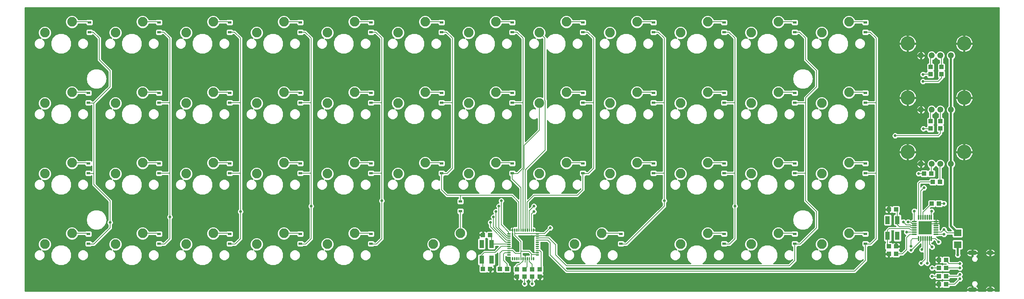
<source format=gbl>
G75*
%MOIN*%
%OFA0B0*%
%FSLAX25Y25*%
%IPPOS*%
%LPD*%
%AMOC8*
5,1,8,0,0,1.08239X$1,22.5*
%
%ADD10C,0.08858*%
%ADD11R,0.03268X0.02480*%
%ADD12C,0.01004*%
%ADD13R,0.04331X0.03937*%
%ADD14R,0.04331X0.07480*%
%ADD15R,0.03937X0.04331*%
%ADD16C,0.13173*%
%ADD17C,0.05433*%
%ADD18C,0.01181*%
%ADD19R,0.12402X0.12402*%
%ADD20R,0.07087X0.06299*%
%ADD21C,0.03937*%
%ADD22C,0.00600*%
%ADD23C,0.02578*%
%ADD24C,0.02000*%
%ADD25C,0.01000*%
D10*
X0021500Y0046500D03*
X0046500Y0056500D03*
X0086500Y0046500D03*
X0111500Y0056500D03*
X0151500Y0046500D03*
X0176500Y0056500D03*
X0216500Y0046500D03*
X0241500Y0056500D03*
X0281500Y0046500D03*
X0306500Y0056500D03*
X0379000Y0046500D03*
X0404000Y0056500D03*
X0509000Y0046500D03*
X0534000Y0056500D03*
X0606500Y0046500D03*
X0631500Y0056500D03*
X0671500Y0046500D03*
X0696500Y0056500D03*
X0736500Y0046500D03*
X0761500Y0056500D03*
X0736500Y0111500D03*
X0761500Y0121500D03*
X0696500Y0121500D03*
X0671500Y0111500D03*
X0631500Y0121500D03*
X0606500Y0111500D03*
X0566500Y0121500D03*
X0541500Y0111500D03*
X0501500Y0121500D03*
X0476500Y0111500D03*
X0436500Y0121500D03*
X0411500Y0111500D03*
X0371500Y0121500D03*
X0346500Y0111500D03*
X0306500Y0121500D03*
X0281500Y0111500D03*
X0241500Y0121500D03*
X0216500Y0111500D03*
X0176500Y0121500D03*
X0151500Y0111500D03*
X0111500Y0121500D03*
X0086500Y0111500D03*
X0046500Y0121500D03*
X0021500Y0111500D03*
X0021500Y0176500D03*
X0046500Y0186500D03*
X0086500Y0176500D03*
X0111500Y0186500D03*
X0151500Y0176500D03*
X0176500Y0186500D03*
X0216500Y0176500D03*
X0241500Y0186500D03*
X0281500Y0176500D03*
X0306500Y0186500D03*
X0346500Y0176500D03*
X0371500Y0186500D03*
X0411500Y0176500D03*
X0436500Y0186500D03*
X0476500Y0176500D03*
X0501500Y0186500D03*
X0541500Y0176500D03*
X0566500Y0186500D03*
X0606500Y0176500D03*
X0631500Y0186500D03*
X0671500Y0176500D03*
X0696500Y0186500D03*
X0736500Y0176500D03*
X0761500Y0186500D03*
X0736500Y0241500D03*
X0761500Y0251500D03*
X0696500Y0251500D03*
X0671500Y0241500D03*
X0631500Y0251500D03*
X0606500Y0241500D03*
X0566500Y0251500D03*
X0541500Y0241500D03*
X0501500Y0251500D03*
X0476500Y0241500D03*
X0436500Y0251500D03*
X0411500Y0241500D03*
X0371500Y0251500D03*
X0346500Y0241500D03*
X0306500Y0251500D03*
X0281500Y0241500D03*
X0241500Y0251500D03*
X0216500Y0241500D03*
X0176500Y0251500D03*
X0151500Y0241500D03*
X0111500Y0251500D03*
X0086500Y0241500D03*
X0046500Y0251500D03*
X0021500Y0241500D03*
D11*
X0062500Y0241972D03*
X0062500Y0251028D03*
X0126500Y0251028D03*
X0126500Y0241972D03*
X0191500Y0241972D03*
X0191500Y0251028D03*
X0256500Y0251028D03*
X0256500Y0241972D03*
X0321500Y0241972D03*
X0321500Y0251028D03*
X0386500Y0251028D03*
X0386500Y0241972D03*
X0451500Y0241972D03*
X0451500Y0251028D03*
X0516500Y0251028D03*
X0516500Y0241972D03*
X0581500Y0241972D03*
X0581500Y0251028D03*
X0646500Y0251028D03*
X0646500Y0241972D03*
X0711500Y0241972D03*
X0711500Y0251028D03*
X0776500Y0251028D03*
X0776500Y0241972D03*
X0776500Y0186028D03*
X0776500Y0176972D03*
X0711500Y0176972D03*
X0711500Y0186028D03*
X0646500Y0186028D03*
X0646500Y0176972D03*
X0581500Y0176972D03*
X0581500Y0186028D03*
X0516500Y0186028D03*
X0516500Y0176972D03*
X0451500Y0176972D03*
X0451500Y0186028D03*
X0386500Y0186028D03*
X0386500Y0176972D03*
X0321500Y0176972D03*
X0321500Y0186028D03*
X0256500Y0186028D03*
X0256500Y0176972D03*
X0191500Y0176972D03*
X0191500Y0186028D03*
X0126500Y0186028D03*
X0126500Y0176972D03*
X0061500Y0176972D03*
X0061500Y0186028D03*
X0061500Y0121028D03*
X0061500Y0111972D03*
X0126500Y0111972D03*
X0126500Y0121028D03*
X0191500Y0121028D03*
X0191500Y0111972D03*
X0256500Y0111972D03*
X0256500Y0121028D03*
X0321500Y0121028D03*
X0321500Y0111972D03*
X0386500Y0111972D03*
X0386500Y0121028D03*
X0451500Y0121028D03*
X0451500Y0111972D03*
X0516500Y0111972D03*
X0516500Y0121028D03*
X0581500Y0121028D03*
X0581500Y0111972D03*
X0646500Y0111972D03*
X0646500Y0121028D03*
X0711500Y0121028D03*
X0711500Y0111972D03*
X0776500Y0111972D03*
X0776500Y0121028D03*
X0776500Y0056028D03*
X0776500Y0046972D03*
X0711500Y0046972D03*
X0711500Y0056028D03*
X0646500Y0056028D03*
X0646500Y0046972D03*
X0551500Y0046972D03*
X0551500Y0056028D03*
X0404000Y0076972D03*
X0404000Y0086028D03*
X0321500Y0056028D03*
X0321500Y0046972D03*
X0256500Y0046972D03*
X0256500Y0056028D03*
X0191500Y0056028D03*
X0191500Y0046972D03*
X0126500Y0046972D03*
X0126500Y0056028D03*
X0061500Y0056028D03*
X0061500Y0046972D03*
D12*
X0447291Y0046588D02*
X0449437Y0046588D01*
X0449437Y0046412D01*
X0447291Y0046412D01*
X0447291Y0046588D01*
X0447291Y0048381D02*
X0449437Y0048381D01*
X0447291Y0048381D02*
X0447291Y0048557D01*
X0449437Y0048557D01*
X0449437Y0048381D01*
X0449437Y0050266D02*
X0447291Y0050266D01*
X0447291Y0050442D01*
X0449437Y0050442D01*
X0449437Y0050266D01*
X0449437Y0052234D02*
X0447291Y0052234D01*
X0447291Y0052410D01*
X0449437Y0052410D01*
X0449437Y0052234D01*
X0449437Y0054120D02*
X0447291Y0054120D01*
X0447291Y0054296D01*
X0449437Y0054296D01*
X0449437Y0054120D01*
X0449437Y0056088D02*
X0447291Y0056088D01*
X0447291Y0056264D01*
X0449437Y0056264D01*
X0449437Y0056088D01*
X0451912Y0058563D02*
X0451912Y0060709D01*
X0451912Y0058563D02*
X0451736Y0058563D01*
X0451736Y0060709D01*
X0451912Y0060709D01*
X0451912Y0059517D02*
X0451736Y0059517D01*
X0451736Y0060471D02*
X0451912Y0060471D01*
X0453880Y0060709D02*
X0453880Y0058563D01*
X0453704Y0058563D01*
X0453704Y0060709D01*
X0453880Y0060709D01*
X0453880Y0059517D02*
X0453704Y0059517D01*
X0453704Y0060471D02*
X0453880Y0060471D01*
X0455766Y0060709D02*
X0455766Y0058563D01*
X0455590Y0058563D01*
X0455590Y0060709D01*
X0455766Y0060709D01*
X0455766Y0059517D02*
X0455590Y0059517D01*
X0455590Y0060471D02*
X0455766Y0060471D01*
X0457734Y0060709D02*
X0457734Y0058563D01*
X0457558Y0058563D01*
X0457558Y0060709D01*
X0457734Y0060709D01*
X0457734Y0059517D02*
X0457558Y0059517D01*
X0457558Y0060471D02*
X0457734Y0060471D01*
X0459619Y0060709D02*
X0459619Y0058563D01*
X0459443Y0058563D01*
X0459443Y0060709D01*
X0459619Y0060709D01*
X0459619Y0059517D02*
X0459443Y0059517D01*
X0459443Y0060471D02*
X0459619Y0060471D01*
X0461588Y0060709D02*
X0461588Y0058563D01*
X0461412Y0058563D01*
X0461412Y0060709D01*
X0461588Y0060709D01*
X0461588Y0059517D02*
X0461412Y0059517D01*
X0461412Y0060471D02*
X0461588Y0060471D01*
X0463381Y0060709D02*
X0463381Y0058563D01*
X0463381Y0060709D02*
X0463557Y0060709D01*
X0463557Y0058563D01*
X0463381Y0058563D01*
X0463381Y0059517D02*
X0463557Y0059517D01*
X0463557Y0060471D02*
X0463381Y0060471D01*
X0465266Y0060709D02*
X0465266Y0058563D01*
X0465266Y0060709D02*
X0465442Y0060709D01*
X0465442Y0058563D01*
X0465266Y0058563D01*
X0465266Y0059517D02*
X0465442Y0059517D01*
X0465442Y0060471D02*
X0465266Y0060471D01*
X0467234Y0060709D02*
X0467234Y0058563D01*
X0467234Y0060709D02*
X0467410Y0060709D01*
X0467410Y0058563D01*
X0467234Y0058563D01*
X0467234Y0059517D02*
X0467410Y0059517D01*
X0467410Y0060471D02*
X0467234Y0060471D01*
X0469120Y0060709D02*
X0469120Y0058563D01*
X0469120Y0060709D02*
X0469296Y0060709D01*
X0469296Y0058563D01*
X0469120Y0058563D01*
X0469120Y0059517D02*
X0469296Y0059517D01*
X0469296Y0060471D02*
X0469120Y0060471D01*
X0471088Y0060709D02*
X0471088Y0058563D01*
X0471088Y0060709D02*
X0471264Y0060709D01*
X0471264Y0058563D01*
X0471088Y0058563D01*
X0471088Y0059517D02*
X0471264Y0059517D01*
X0471264Y0060471D02*
X0471088Y0060471D01*
X0473563Y0056088D02*
X0475709Y0056088D01*
X0473563Y0056088D02*
X0473563Y0056264D01*
X0475709Y0056264D01*
X0475709Y0056088D01*
X0475709Y0054120D02*
X0473563Y0054120D01*
X0473563Y0054296D01*
X0475709Y0054296D01*
X0475709Y0054120D01*
X0475709Y0052234D02*
X0473563Y0052234D01*
X0473563Y0052410D01*
X0475709Y0052410D01*
X0475709Y0052234D01*
X0475709Y0050266D02*
X0473563Y0050266D01*
X0473563Y0050442D01*
X0475709Y0050442D01*
X0475709Y0050266D01*
X0475709Y0048381D02*
X0473563Y0048381D01*
X0473563Y0048557D01*
X0475709Y0048557D01*
X0475709Y0048381D01*
X0475709Y0046412D02*
X0473563Y0046412D01*
X0473563Y0046588D01*
X0475709Y0046588D01*
X0475709Y0046412D01*
X0475709Y0044619D02*
X0473563Y0044619D01*
X0475709Y0044619D02*
X0475709Y0044443D01*
X0473563Y0044443D01*
X0473563Y0044619D01*
X0473563Y0042734D02*
X0475709Y0042734D01*
X0475709Y0042558D01*
X0473563Y0042558D01*
X0473563Y0042734D01*
X0473563Y0040766D02*
X0475709Y0040766D01*
X0475709Y0040590D01*
X0473563Y0040590D01*
X0473563Y0040766D01*
X0473563Y0038880D02*
X0475709Y0038880D01*
X0475709Y0038704D01*
X0473563Y0038704D01*
X0473563Y0038880D01*
X0473563Y0036912D02*
X0475709Y0036912D01*
X0475709Y0036736D01*
X0473563Y0036736D01*
X0473563Y0036912D01*
X0471088Y0034437D02*
X0471088Y0032291D01*
X0471088Y0034437D02*
X0471264Y0034437D01*
X0471264Y0032291D01*
X0471088Y0032291D01*
X0471088Y0033245D02*
X0471264Y0033245D01*
X0471264Y0034199D02*
X0471088Y0034199D01*
X0469120Y0034437D02*
X0469120Y0032291D01*
X0469120Y0034437D02*
X0469296Y0034437D01*
X0469296Y0032291D01*
X0469120Y0032291D01*
X0469120Y0033245D02*
X0469296Y0033245D01*
X0469296Y0034199D02*
X0469120Y0034199D01*
X0467234Y0034437D02*
X0467234Y0032291D01*
X0467234Y0034437D02*
X0467410Y0034437D01*
X0467410Y0032291D01*
X0467234Y0032291D01*
X0467234Y0033245D02*
X0467410Y0033245D01*
X0467410Y0034199D02*
X0467234Y0034199D01*
X0465266Y0034437D02*
X0465266Y0032291D01*
X0465266Y0034437D02*
X0465442Y0034437D01*
X0465442Y0032291D01*
X0465266Y0032291D01*
X0465266Y0033245D02*
X0465442Y0033245D01*
X0465442Y0034199D02*
X0465266Y0034199D01*
X0463381Y0034437D02*
X0463381Y0032291D01*
X0463381Y0034437D02*
X0463557Y0034437D01*
X0463557Y0032291D01*
X0463381Y0032291D01*
X0463381Y0033245D02*
X0463557Y0033245D01*
X0463557Y0034199D02*
X0463381Y0034199D01*
X0461412Y0034437D02*
X0461412Y0032291D01*
X0461412Y0034437D02*
X0461588Y0034437D01*
X0461588Y0032291D01*
X0461412Y0032291D01*
X0461412Y0033245D02*
X0461588Y0033245D01*
X0461588Y0034199D02*
X0461412Y0034199D01*
X0459619Y0034437D02*
X0459619Y0032291D01*
X0459443Y0032291D01*
X0459443Y0034437D01*
X0459619Y0034437D01*
X0459619Y0033245D02*
X0459443Y0033245D01*
X0459443Y0034199D02*
X0459619Y0034199D01*
X0457734Y0034437D02*
X0457734Y0032291D01*
X0457558Y0032291D01*
X0457558Y0034437D01*
X0457734Y0034437D01*
X0457734Y0033245D02*
X0457558Y0033245D01*
X0457558Y0034199D02*
X0457734Y0034199D01*
X0455766Y0034437D02*
X0455766Y0032291D01*
X0455590Y0032291D01*
X0455590Y0034437D01*
X0455766Y0034437D01*
X0455766Y0033245D02*
X0455590Y0033245D01*
X0455590Y0034199D02*
X0455766Y0034199D01*
X0453880Y0034437D02*
X0453880Y0032291D01*
X0453704Y0032291D01*
X0453704Y0034437D01*
X0453880Y0034437D01*
X0453880Y0033245D02*
X0453704Y0033245D01*
X0453704Y0034199D02*
X0453880Y0034199D01*
X0451912Y0034437D02*
X0451912Y0032291D01*
X0451736Y0032291D01*
X0451736Y0034437D01*
X0451912Y0034437D01*
X0451912Y0033245D02*
X0451736Y0033245D01*
X0451736Y0034199D02*
X0451912Y0034199D01*
X0449437Y0036912D02*
X0447291Y0036912D01*
X0449437Y0036912D02*
X0449437Y0036736D01*
X0447291Y0036736D01*
X0447291Y0036912D01*
X0447291Y0038880D02*
X0449437Y0038880D01*
X0449437Y0038704D01*
X0447291Y0038704D01*
X0447291Y0038880D01*
X0447291Y0040766D02*
X0449437Y0040766D01*
X0449437Y0040590D01*
X0447291Y0040590D01*
X0447291Y0040766D01*
X0447291Y0042734D02*
X0449437Y0042734D01*
X0449437Y0042558D01*
X0447291Y0042558D01*
X0447291Y0042734D01*
X0447291Y0044619D02*
X0449437Y0044619D01*
X0449437Y0044443D01*
X0447291Y0044443D01*
X0447291Y0044619D01*
D13*
X0431346Y0055000D03*
X0424654Y0055000D03*
X0424654Y0023500D03*
X0431346Y0023500D03*
X0440154Y0023500D03*
X0446846Y0023500D03*
X0798154Y0037500D03*
X0804846Y0037500D03*
X0804846Y0044500D03*
X0798154Y0044500D03*
X0844154Y0032000D03*
X0850846Y0032000D03*
X0850846Y0024500D03*
X0844154Y0024500D03*
X0844154Y0017000D03*
X0850846Y0017000D03*
X0850846Y0009500D03*
X0844154Y0009500D03*
X0804846Y0078500D03*
X0798154Y0078500D03*
X0837654Y0084000D03*
X0844346Y0084000D03*
X0845346Y0104000D03*
X0838654Y0104000D03*
X0837346Y0111500D03*
X0830654Y0111500D03*
D14*
X0806028Y0068783D03*
X0796972Y0068783D03*
X0796972Y0054217D03*
X0806028Y0054217D03*
X0432528Y0046783D03*
X0423472Y0046783D03*
X0423472Y0032217D03*
X0432528Y0032217D03*
D15*
X0456000Y0023346D03*
X0463000Y0023346D03*
X0470000Y0023346D03*
X0477000Y0023346D03*
X0477000Y0016654D03*
X0470000Y0016654D03*
X0463000Y0016654D03*
X0456000Y0016654D03*
X0836500Y0153154D03*
X0845500Y0153154D03*
X0845500Y0159846D03*
X0836500Y0159846D03*
X0836500Y0203154D03*
X0846500Y0203154D03*
X0846500Y0209846D03*
X0836500Y0209846D03*
D16*
X0815516Y0231500D03*
X0867484Y0231500D03*
X0867484Y0181500D03*
X0815516Y0181500D03*
X0815516Y0131500D03*
X0867484Y0131500D03*
D17*
X0855280Y0120476D03*
X0845437Y0120476D03*
X0837563Y0120476D03*
X0827720Y0120476D03*
X0827720Y0170476D03*
X0837563Y0170476D03*
X0845437Y0170476D03*
X0855280Y0170476D03*
X0855280Y0220476D03*
X0845437Y0220476D03*
X0837563Y0220476D03*
X0827720Y0220476D03*
D18*
X0827563Y0073123D02*
X0827563Y0073123D01*
X0827563Y0069775D01*
X0827563Y0069775D01*
X0827563Y0073123D01*
X0827563Y0070897D02*
X0827563Y0070897D01*
X0827563Y0072019D02*
X0827563Y0072019D01*
X0829531Y0073123D02*
X0829531Y0073123D01*
X0829531Y0069775D01*
X0829531Y0069775D01*
X0829531Y0073123D01*
X0829531Y0070897D02*
X0829531Y0070897D01*
X0829531Y0072019D02*
X0829531Y0072019D01*
X0831500Y0073123D02*
X0831500Y0073123D01*
X0831500Y0069775D01*
X0831500Y0069775D01*
X0831500Y0073123D01*
X0831500Y0070897D02*
X0831500Y0070897D01*
X0831500Y0072019D02*
X0831500Y0072019D01*
X0833469Y0073123D02*
X0833469Y0073123D01*
X0833469Y0069775D01*
X0833469Y0069775D01*
X0833469Y0073123D01*
X0833469Y0070897D02*
X0833469Y0070897D01*
X0833469Y0072019D02*
X0833469Y0072019D01*
X0835437Y0073123D02*
X0835437Y0073123D01*
X0835437Y0069775D01*
X0835437Y0069775D01*
X0835437Y0073123D01*
X0835437Y0070897D02*
X0835437Y0070897D01*
X0835437Y0072019D02*
X0835437Y0072019D01*
X0837406Y0073123D02*
X0837406Y0073123D01*
X0837406Y0069775D01*
X0837406Y0069775D01*
X0837406Y0073123D01*
X0837406Y0070897D02*
X0837406Y0070897D01*
X0837406Y0072019D02*
X0837406Y0072019D01*
X0843123Y0067406D02*
X0843123Y0067406D01*
X0839775Y0067406D01*
X0839775Y0067406D01*
X0843123Y0067406D01*
X0843123Y0065437D02*
X0843123Y0065437D01*
X0839775Y0065437D01*
X0839775Y0065437D01*
X0843123Y0065437D01*
X0843123Y0063469D02*
X0843123Y0063469D01*
X0839775Y0063469D01*
X0839775Y0063469D01*
X0843123Y0063469D01*
X0843123Y0061500D02*
X0843123Y0061500D01*
X0839775Y0061500D01*
X0839775Y0061500D01*
X0843123Y0061500D01*
X0843123Y0059531D02*
X0843123Y0059531D01*
X0839775Y0059531D01*
X0839775Y0059531D01*
X0843123Y0059531D01*
X0843123Y0057563D02*
X0843123Y0057563D01*
X0839775Y0057563D01*
X0839775Y0057563D01*
X0843123Y0057563D01*
X0843123Y0055594D02*
X0843123Y0055594D01*
X0839775Y0055594D01*
X0839775Y0055594D01*
X0843123Y0055594D01*
X0837406Y0049877D02*
X0837406Y0049877D01*
X0837406Y0053225D01*
X0837406Y0053225D01*
X0837406Y0049877D01*
X0837406Y0050999D02*
X0837406Y0050999D01*
X0837406Y0052121D02*
X0837406Y0052121D01*
X0835437Y0049877D02*
X0835437Y0049877D01*
X0835437Y0053225D01*
X0835437Y0053225D01*
X0835437Y0049877D01*
X0835437Y0050999D02*
X0835437Y0050999D01*
X0835437Y0052121D02*
X0835437Y0052121D01*
X0833469Y0049877D02*
X0833469Y0049877D01*
X0833469Y0053225D01*
X0833469Y0053225D01*
X0833469Y0049877D01*
X0833469Y0050999D02*
X0833469Y0050999D01*
X0833469Y0052121D02*
X0833469Y0052121D01*
X0831500Y0049877D02*
X0831500Y0049877D01*
X0831500Y0053225D01*
X0831500Y0053225D01*
X0831500Y0049877D01*
X0831500Y0050999D02*
X0831500Y0050999D01*
X0831500Y0052121D02*
X0831500Y0052121D01*
X0829531Y0049877D02*
X0829531Y0049877D01*
X0829531Y0053225D01*
X0829531Y0053225D01*
X0829531Y0049877D01*
X0829531Y0050999D02*
X0829531Y0050999D01*
X0829531Y0052121D02*
X0829531Y0052121D01*
X0827563Y0049877D02*
X0827563Y0049877D01*
X0827563Y0053225D01*
X0827563Y0053225D01*
X0827563Y0049877D01*
X0827563Y0050999D02*
X0827563Y0050999D01*
X0827563Y0052121D02*
X0827563Y0052121D01*
X0825594Y0049877D02*
X0825594Y0049877D01*
X0825594Y0053225D01*
X0825594Y0053225D01*
X0825594Y0049877D01*
X0825594Y0050999D02*
X0825594Y0050999D01*
X0825594Y0052121D02*
X0825594Y0052121D01*
X0819877Y0055594D02*
X0819877Y0055594D01*
X0823225Y0055594D01*
X0823225Y0055594D01*
X0819877Y0055594D01*
X0819877Y0057563D02*
X0819877Y0057563D01*
X0823225Y0057563D01*
X0823225Y0057563D01*
X0819877Y0057563D01*
X0819877Y0059531D02*
X0819877Y0059531D01*
X0823225Y0059531D01*
X0823225Y0059531D01*
X0819877Y0059531D01*
X0819877Y0061500D02*
X0819877Y0061500D01*
X0823225Y0061500D01*
X0823225Y0061500D01*
X0819877Y0061500D01*
X0819877Y0063469D02*
X0819877Y0063469D01*
X0823225Y0063469D01*
X0823225Y0063469D01*
X0819877Y0063469D01*
X0819877Y0065437D02*
X0819877Y0065437D01*
X0823225Y0065437D01*
X0823225Y0065437D01*
X0819877Y0065437D01*
X0819877Y0067406D02*
X0819877Y0067406D01*
X0823225Y0067406D01*
X0823225Y0067406D01*
X0819877Y0067406D01*
X0825594Y0073123D02*
X0825594Y0073123D01*
X0825594Y0069775D01*
X0825594Y0069775D01*
X0825594Y0073123D01*
X0825594Y0070897D02*
X0825594Y0070897D01*
X0825594Y0072019D02*
X0825594Y0072019D01*
D19*
X0831500Y0061500D03*
D20*
X0861500Y0057012D03*
X0861500Y0045988D03*
D21*
X0877268Y0038508D02*
X0877268Y0038508D01*
X0872936Y0038508D01*
X0872936Y0038508D01*
X0877268Y0038508D01*
X0892740Y0038508D02*
X0892740Y0038508D01*
X0890378Y0038508D01*
X0890378Y0038508D01*
X0892740Y0038508D01*
X0892740Y0004492D02*
X0892740Y0004492D01*
X0890378Y0004492D01*
X0890378Y0004492D01*
X0892740Y0004492D01*
X0877268Y0004492D02*
X0877268Y0004492D01*
X0872936Y0004492D01*
X0872936Y0004492D01*
X0877268Y0004492D01*
D22*
X0863500Y0014500D02*
X0858500Y0009500D01*
X0850846Y0009500D01*
X0850846Y0017000D02*
X0862000Y0017000D01*
X0863500Y0018500D01*
X0844154Y0017000D02*
X0838000Y0017000D01*
X0838000Y0024500D02*
X0844154Y0024500D01*
X0850846Y0024500D02*
X0863500Y0024500D01*
X0863500Y0028500D02*
X0853500Y0028500D01*
X0850846Y0031154D01*
X0850846Y0032000D01*
X0833500Y0029000D02*
X0833469Y0029031D01*
X0833469Y0051551D01*
X0835437Y0051551D02*
X0835437Y0046563D01*
X0838000Y0044000D01*
X0829531Y0042531D02*
X0828500Y0041500D01*
X0829531Y0042531D02*
X0829531Y0051551D01*
X0827563Y0051551D02*
X0827563Y0049739D01*
X0818824Y0041000D01*
X0818500Y0041000D01*
X0818500Y0044500D02*
X0818500Y0050000D01*
X0820000Y0051500D01*
X0825543Y0051500D01*
X0825594Y0051551D01*
X0821551Y0055594D02*
X0817594Y0055594D01*
X0814500Y0052500D01*
X0814500Y0041500D01*
X0810500Y0037500D01*
X0804846Y0037500D01*
X0798154Y0044500D02*
X0796972Y0045681D01*
X0796972Y0054217D01*
X0796972Y0059472D01*
X0798500Y0061000D01*
X0817000Y0061000D01*
X0818469Y0059531D01*
X0821551Y0059531D01*
X0821551Y0057563D02*
X0821488Y0057500D01*
X0814500Y0057500D01*
X0819000Y0061500D02*
X0818000Y0062500D01*
X0808000Y0062500D01*
X0806028Y0064472D01*
X0806028Y0068783D01*
X0806028Y0077319D01*
X0804846Y0078500D01*
X0821500Y0077000D02*
X0821551Y0076949D01*
X0821551Y0067406D01*
X0821551Y0065437D02*
X0821529Y0065415D01*
X0819761Y0065415D01*
X0818176Y0067000D01*
X0816000Y0067000D01*
X0814300Y0064200D02*
X0811500Y0067000D01*
X0814300Y0064200D02*
X0817997Y0064200D01*
X0818729Y0063469D01*
X0821551Y0063469D01*
X0821551Y0061500D02*
X0819000Y0061500D01*
X0831500Y0061500D02*
X0835437Y0065437D01*
X0836563Y0065437D01*
X0836500Y0065500D01*
X0836563Y0065437D02*
X0841449Y0065437D01*
X0841512Y0065500D01*
X0845500Y0065500D01*
X0841449Y0067406D02*
X0837094Y0067406D01*
X0837000Y0067500D01*
X0837406Y0071449D02*
X0837406Y0076906D01*
X0837500Y0077000D01*
X0837654Y0084000D02*
X0829531Y0075878D01*
X0829531Y0071449D01*
X0827563Y0071449D02*
X0827563Y0095563D01*
X0830500Y0098500D01*
X0825594Y0102594D02*
X0827000Y0104000D01*
X0838654Y0104000D01*
X0845346Y0104000D02*
X0845346Y0120386D01*
X0845437Y0120476D01*
X0837563Y0120476D02*
X0837346Y0120260D01*
X0837346Y0111500D01*
X0830654Y0111500D02*
X0825500Y0111500D01*
X0825594Y0102594D02*
X0825594Y0071449D01*
X0846563Y0057563D02*
X0849000Y0060000D01*
X0851988Y0057012D01*
X0861500Y0057012D01*
X0849000Y0055500D02*
X0848906Y0055594D01*
X0841449Y0055594D01*
X0841449Y0057563D02*
X0846563Y0057563D01*
X0840949Y0051551D02*
X0837406Y0051551D01*
X0840949Y0051551D02*
X0844000Y0048500D01*
X0831500Y0051551D02*
X0831500Y0032500D01*
X0828000Y0029000D01*
X0776500Y0031500D02*
X0766500Y0021500D01*
X0501500Y0021500D01*
X0486500Y0036500D01*
X0486500Y0048000D01*
X0484146Y0050354D01*
X0474636Y0050354D01*
X0474636Y0052322D02*
X0485178Y0052322D01*
X0491500Y0046000D01*
X0491500Y0036500D01*
X0501500Y0026500D01*
X0706500Y0026500D01*
X0711500Y0031500D01*
X0711500Y0046972D01*
X0711972Y0046500D01*
X0716500Y0046500D01*
X0731500Y0061500D01*
X0731500Y0076500D01*
X0721500Y0086500D01*
X0721500Y0111500D01*
X0721028Y0111972D01*
X0711500Y0111972D01*
X0721500Y0111500D02*
X0721500Y0176500D01*
X0721028Y0176972D01*
X0711500Y0176972D01*
X0721500Y0176500D02*
X0721500Y0181500D01*
X0731500Y0191500D01*
X0731500Y0206500D01*
X0721500Y0216500D01*
X0721500Y0236500D01*
X0716028Y0241972D01*
X0711500Y0241972D01*
X0711500Y0251028D02*
X0711028Y0251500D01*
X0696500Y0251500D01*
X0656500Y0236500D02*
X0656500Y0176500D01*
X0656028Y0176972D01*
X0646500Y0176972D01*
X0656500Y0176500D02*
X0656500Y0111500D01*
X0656028Y0111972D01*
X0646500Y0111972D01*
X0656500Y0111500D02*
X0656500Y0081500D01*
X0656500Y0051500D01*
X0651500Y0046500D01*
X0646972Y0046500D01*
X0646500Y0046972D01*
X0646500Y0056028D02*
X0646028Y0056500D01*
X0631500Y0056500D01*
X0591500Y0081500D02*
X0556500Y0046500D01*
X0551972Y0046500D01*
X0551500Y0046972D01*
X0551500Y0056028D02*
X0551028Y0056500D01*
X0534000Y0056500D01*
X0487000Y0054000D02*
X0486792Y0054208D01*
X0474636Y0054208D01*
X0470195Y0054208D01*
X0469500Y0053513D01*
X0474636Y0056176D02*
X0454116Y0056176D01*
X0453792Y0056500D01*
X0453792Y0054708D01*
X0459531Y0048969D01*
X0459531Y0040000D01*
X0467000Y0040000D01*
X0469208Y0037792D01*
X0469208Y0037000D01*
X0469384Y0036824D01*
X0474636Y0036824D01*
X0474636Y0038792D02*
X0471708Y0038792D01*
X0471000Y0039500D01*
X0469208Y0037000D02*
X0469208Y0033364D01*
X0467322Y0033364D02*
X0467322Y0030678D01*
X0470000Y0028000D01*
X0470000Y0023346D01*
X0465354Y0025700D02*
X0463000Y0023346D01*
X0465354Y0025700D02*
X0465354Y0033364D01*
X0463500Y0033333D02*
X0463500Y0030000D01*
X0461500Y0031000D02*
X0458000Y0027500D01*
X0456500Y0027500D01*
X0456000Y0027000D01*
X0456000Y0023346D01*
X0446846Y0023500D02*
X0446846Y0028154D01*
X0443500Y0031500D01*
X0443500Y0037500D01*
X0444792Y0038792D01*
X0448364Y0038792D01*
X0448364Y0040678D02*
X0451822Y0040678D01*
X0454500Y0038000D01*
X0459500Y0038000D01*
X0459531Y0037969D01*
X0459531Y0040000D01*
X0459531Y0037969D02*
X0459531Y0033364D01*
X0461500Y0033364D02*
X0461500Y0031000D01*
X0463500Y0033333D02*
X0463469Y0033364D01*
X0463469Y0036469D01*
X0463500Y0036500D01*
X0476822Y0040678D02*
X0478200Y0039300D01*
X0478200Y0024546D01*
X0477000Y0023346D01*
X0470000Y0016654D02*
X0470000Y0010000D01*
X0463000Y0010000D02*
X0463000Y0016654D01*
X0440154Y0023500D02*
X0440154Y0038154D01*
X0442678Y0040678D01*
X0448364Y0040678D01*
X0448364Y0042646D02*
X0454354Y0042646D01*
X0454500Y0042500D01*
X0448364Y0044531D02*
X0441531Y0044531D01*
X0436000Y0039000D01*
X0426000Y0039000D01*
X0423594Y0036594D01*
X0423594Y0032094D01*
X0423472Y0032217D01*
X0423594Y0032094D02*
X0424654Y0031035D01*
X0424654Y0023500D01*
X0474636Y0040678D02*
X0476822Y0040678D01*
X0448364Y0046500D02*
X0432811Y0046500D01*
X0432528Y0046783D01*
X0432528Y0053819D01*
X0431346Y0055000D01*
X0431500Y0062574D02*
X0445711Y0048363D01*
X0448259Y0048363D01*
X0448364Y0048469D01*
X0448342Y0050332D02*
X0446211Y0050332D01*
X0434311Y0062231D01*
X0434311Y0071500D01*
X0436500Y0076500D02*
X0436500Y0062428D01*
X0446711Y0052217D01*
X0448259Y0052217D01*
X0448364Y0052322D01*
X0448342Y0054186D02*
X0446711Y0054186D01*
X0439311Y0061585D01*
X0439311Y0081500D01*
X0441500Y0086500D02*
X0441500Y0064540D01*
X0448364Y0057676D01*
X0448364Y0056176D01*
X0448364Y0054208D02*
X0448342Y0054186D01*
X0451500Y0056500D02*
X0451824Y0056824D01*
X0451824Y0059636D01*
X0451824Y0062824D01*
X0452000Y0063000D01*
X0453792Y0059636D02*
X0453792Y0056500D01*
X0457646Y0059636D02*
X0457646Y0085354D01*
X0451500Y0091500D01*
X0404000Y0091500D01*
X0404000Y0086028D01*
X0404000Y0091500D02*
X0391500Y0091500D01*
X0386500Y0096500D01*
X0386500Y0111500D01*
X0386736Y0111736D01*
X0386500Y0111972D01*
X0386736Y0111736D02*
X0386972Y0111500D01*
X0391500Y0111500D01*
X0396500Y0116500D01*
X0396500Y0176500D01*
X0396028Y0176972D01*
X0386500Y0176972D01*
X0396500Y0176500D02*
X0396500Y0236500D01*
X0391028Y0241972D01*
X0386500Y0241972D01*
X0386500Y0251028D02*
X0386028Y0251500D01*
X0371500Y0251500D01*
X0331500Y0236500D02*
X0331500Y0176500D01*
X0331028Y0176972D01*
X0321500Y0176972D01*
X0331500Y0176500D02*
X0331500Y0111500D01*
X0331028Y0111972D01*
X0321500Y0111972D01*
X0331500Y0111500D02*
X0331500Y0086500D01*
X0331500Y0051500D01*
X0326500Y0046500D01*
X0321972Y0046500D01*
X0321500Y0046972D01*
X0321500Y0056028D02*
X0321028Y0056500D01*
X0306500Y0056500D01*
X0266500Y0051500D02*
X0261500Y0046500D01*
X0256972Y0046500D01*
X0256500Y0046972D01*
X0266500Y0051500D02*
X0266500Y0081500D01*
X0266500Y0111500D01*
X0266028Y0111972D01*
X0256500Y0111972D01*
X0266500Y0111500D02*
X0266500Y0176500D01*
X0266028Y0176972D01*
X0256500Y0176972D01*
X0266500Y0176500D02*
X0266500Y0236500D01*
X0261028Y0241972D01*
X0256500Y0241972D01*
X0256500Y0251028D02*
X0256028Y0251500D01*
X0241500Y0251500D01*
X0201500Y0236500D02*
X0201500Y0176500D01*
X0201028Y0176972D01*
X0191500Y0176972D01*
X0201500Y0176500D02*
X0201500Y0111500D01*
X0201028Y0111972D01*
X0191500Y0111972D01*
X0201500Y0111500D02*
X0201500Y0076500D01*
X0201500Y0051500D01*
X0196500Y0046500D01*
X0191972Y0046500D01*
X0191500Y0046972D01*
X0191500Y0056028D02*
X0191028Y0056500D01*
X0176500Y0056500D01*
X0136500Y0051500D02*
X0131500Y0046500D01*
X0126972Y0046500D01*
X0126500Y0046972D01*
X0136500Y0051500D02*
X0136500Y0071500D01*
X0136500Y0111500D01*
X0136028Y0111972D01*
X0126500Y0111972D01*
X0136500Y0111500D02*
X0136500Y0176500D01*
X0136028Y0176972D01*
X0126500Y0176972D01*
X0136500Y0176500D02*
X0136500Y0236500D01*
X0131028Y0241972D01*
X0126500Y0241972D01*
X0126500Y0251028D02*
X0126028Y0251500D01*
X0111500Y0251500D01*
X0071500Y0236500D02*
X0071500Y0216500D01*
X0081500Y0206500D01*
X0081500Y0191500D01*
X0066500Y0176500D01*
X0066500Y0111500D01*
X0066500Y0101500D01*
X0081500Y0086500D01*
X0081500Y0066500D01*
X0081500Y0061500D01*
X0066500Y0046500D01*
X0061972Y0046500D01*
X0061500Y0046972D01*
X0061500Y0056028D02*
X0061028Y0056500D01*
X0046500Y0056500D01*
X0111500Y0056500D02*
X0126028Y0056500D01*
X0126500Y0056028D01*
X0241500Y0056500D02*
X0256028Y0056500D01*
X0256500Y0056028D01*
X0404000Y0056500D02*
X0404000Y0076972D01*
X0431500Y0066500D02*
X0431500Y0062574D01*
X0459531Y0059636D02*
X0459531Y0098469D01*
X0451500Y0106500D01*
X0451500Y0111028D01*
X0451972Y0111500D01*
X0451500Y0111972D01*
X0451972Y0111500D02*
X0456500Y0111500D01*
X0461500Y0116500D01*
X0461500Y0176500D01*
X0461028Y0176972D01*
X0451500Y0176972D01*
X0461500Y0176500D02*
X0461500Y0236500D01*
X0456028Y0241972D01*
X0451500Y0241972D01*
X0451500Y0251028D02*
X0451028Y0251500D01*
X0436500Y0251500D01*
X0476500Y0241500D02*
X0481500Y0236500D01*
X0481500Y0179037D01*
X0481829Y0178707D01*
X0481829Y0133435D01*
X0463469Y0115074D01*
X0463469Y0059636D01*
X0465354Y0059636D02*
X0465354Y0085354D01*
X0471500Y0091500D01*
X0511500Y0091500D01*
X0516736Y0096736D01*
X0516736Y0111736D01*
X0516500Y0111972D01*
X0516736Y0111736D02*
X0516972Y0111500D01*
X0521500Y0111500D01*
X0526500Y0116500D01*
X0526500Y0176500D01*
X0526028Y0176972D01*
X0516500Y0176972D01*
X0526500Y0176500D02*
X0526500Y0236500D01*
X0521028Y0241972D01*
X0516500Y0241972D01*
X0516500Y0251028D02*
X0516028Y0251500D01*
X0501500Y0251500D01*
X0566500Y0251500D02*
X0581028Y0251500D01*
X0581500Y0251028D01*
X0581500Y0241972D02*
X0586028Y0241972D01*
X0591500Y0236500D01*
X0591500Y0176500D01*
X0591028Y0176972D01*
X0581500Y0176972D01*
X0591500Y0176500D02*
X0591500Y0111500D01*
X0591028Y0111972D01*
X0581500Y0111972D01*
X0591500Y0111500D02*
X0591500Y0086500D01*
X0591500Y0081500D01*
X0486500Y0061500D02*
X0481176Y0056176D01*
X0474636Y0056176D01*
X0469208Y0059636D02*
X0469208Y0074208D01*
X0471500Y0076500D01*
X0467322Y0077322D02*
X0471500Y0081500D01*
X0467322Y0077322D02*
X0467322Y0059636D01*
X0461500Y0059636D02*
X0461500Y0114803D01*
X0462700Y0116003D01*
X0462700Y0137700D01*
X0476500Y0151500D01*
X0476500Y0176500D01*
X0451500Y0186028D02*
X0451028Y0186500D01*
X0436500Y0186500D01*
X0386500Y0186028D02*
X0386028Y0186500D01*
X0371500Y0186500D01*
X0321500Y0186028D02*
X0321028Y0186500D01*
X0306500Y0186500D01*
X0256500Y0186028D02*
X0256028Y0186500D01*
X0241500Y0186500D01*
X0191500Y0186028D02*
X0191028Y0186500D01*
X0176500Y0186500D01*
X0126500Y0186028D02*
X0126028Y0186500D01*
X0111500Y0186500D01*
X0066500Y0176500D02*
X0061972Y0176500D01*
X0061500Y0176972D01*
X0061500Y0186028D02*
X0061028Y0186500D01*
X0046500Y0186500D01*
X0071500Y0236500D02*
X0066028Y0241972D01*
X0062500Y0241972D01*
X0062500Y0251028D02*
X0062028Y0251500D01*
X0046500Y0251500D01*
X0176500Y0251500D02*
X0191028Y0251500D01*
X0191500Y0251028D01*
X0191500Y0241972D02*
X0196028Y0241972D01*
X0201500Y0236500D01*
X0306500Y0251500D02*
X0321028Y0251500D01*
X0321500Y0251028D01*
X0321500Y0241972D02*
X0326028Y0241972D01*
X0331500Y0236500D01*
X0501500Y0186500D02*
X0516028Y0186500D01*
X0516500Y0186028D01*
X0566500Y0186500D02*
X0581028Y0186500D01*
X0581500Y0186028D01*
X0631500Y0186500D02*
X0646028Y0186500D01*
X0646500Y0186028D01*
X0696500Y0186500D02*
X0711028Y0186500D01*
X0711500Y0186028D01*
X0761500Y0186500D02*
X0776028Y0186500D01*
X0776500Y0186028D01*
X0776500Y0176972D02*
X0786028Y0176972D01*
X0786500Y0176500D01*
X0786500Y0111500D01*
X0786028Y0111972D01*
X0776500Y0111972D01*
X0786500Y0111500D02*
X0786500Y0051500D01*
X0781500Y0046500D01*
X0776972Y0046500D01*
X0776500Y0046972D01*
X0776500Y0031500D01*
X0776500Y0056028D02*
X0776028Y0056500D01*
X0761500Y0056500D01*
X0711500Y0056028D02*
X0711028Y0056500D01*
X0696500Y0056500D01*
X0844346Y0084000D02*
X0849000Y0084000D01*
X0776500Y0121028D02*
X0776028Y0121500D01*
X0761500Y0121500D01*
X0711500Y0121028D02*
X0711028Y0121500D01*
X0696500Y0121500D01*
X0646500Y0121028D02*
X0646028Y0121500D01*
X0631500Y0121500D01*
X0581500Y0121028D02*
X0581028Y0121500D01*
X0566500Y0121500D01*
X0516500Y0121028D02*
X0516028Y0121500D01*
X0501500Y0121500D01*
X0451500Y0121028D02*
X0451028Y0121500D01*
X0436500Y0121500D01*
X0386500Y0121028D02*
X0386028Y0121500D01*
X0371500Y0121500D01*
X0321500Y0121028D02*
X0321028Y0121500D01*
X0306500Y0121500D01*
X0256500Y0121028D02*
X0256028Y0121500D01*
X0241500Y0121500D01*
X0191500Y0121028D02*
X0191028Y0121500D01*
X0176500Y0121500D01*
X0126500Y0121028D02*
X0126028Y0121500D01*
X0111500Y0121500D01*
X0066500Y0111500D02*
X0061972Y0111500D01*
X0061500Y0111972D01*
X0061500Y0121028D02*
X0061028Y0121500D01*
X0046500Y0121500D01*
X0448342Y0050332D02*
X0448364Y0050354D01*
X0804000Y0146500D02*
X0843500Y0146500D01*
X0845500Y0148500D01*
X0845500Y0153154D01*
X0836500Y0153154D02*
X0836346Y0153000D01*
X0830000Y0153000D01*
X0836500Y0159846D02*
X0836500Y0169413D01*
X0837563Y0170476D01*
X0845437Y0170476D02*
X0845500Y0170413D01*
X0845500Y0159846D01*
X0786500Y0176500D02*
X0786500Y0236500D01*
X0781028Y0241972D01*
X0776500Y0241972D01*
X0776500Y0251028D02*
X0776028Y0251500D01*
X0761500Y0251500D01*
X0836500Y0219413D02*
X0837563Y0220476D01*
X0836500Y0219413D02*
X0836500Y0209846D01*
X0846500Y0209846D02*
X0846500Y0219413D01*
X0845437Y0220476D01*
X0846500Y0203154D02*
X0846500Y0199500D01*
X0843500Y0196500D01*
X0829500Y0196500D01*
X0829500Y0203000D02*
X0829654Y0203154D01*
X0836500Y0203154D01*
X0656500Y0236500D02*
X0651028Y0241972D01*
X0646500Y0241972D01*
X0646500Y0251028D02*
X0646028Y0251500D01*
X0631500Y0251500D01*
D23*
X0829500Y0203000D03*
X0829500Y0196500D03*
X0830000Y0153000D03*
X0804000Y0146500D03*
X0825500Y0111500D03*
X0830500Y0098500D03*
X0849000Y0084000D03*
X0837500Y0077000D03*
X0821500Y0077000D03*
X0816000Y0067000D03*
X0811500Y0067000D03*
X0814500Y0057500D03*
X0811000Y0054500D03*
X0810500Y0047500D03*
X0818500Y0044500D03*
X0818500Y0041000D03*
X0810000Y0041500D03*
X0828500Y0041500D03*
X0838000Y0044000D03*
X0844000Y0048500D03*
X0849000Y0055500D03*
X0849000Y0060000D03*
X0861500Y0036500D03*
X0863500Y0028500D03*
X0863500Y0024500D03*
X0863500Y0018500D03*
X0863500Y0014500D03*
X0838000Y0017000D03*
X0838000Y0024500D03*
X0833500Y0029000D03*
X0828000Y0029000D03*
X0656500Y0081500D03*
X0591500Y0086500D03*
X0486500Y0061500D03*
X0469500Y0053513D03*
X0453000Y0050500D03*
X0454500Y0042500D03*
X0463500Y0037000D03*
X0463000Y0010000D03*
X0470000Y0010000D03*
X0431500Y0066500D03*
X0434311Y0071500D03*
X0436500Y0076500D03*
X0439311Y0081500D03*
X0441500Y0086500D03*
X0471500Y0081500D03*
X0471500Y0076500D03*
X0331500Y0086500D03*
X0266500Y0081500D03*
X0201500Y0076500D03*
X0136500Y0071500D03*
X0081500Y0066500D03*
D24*
X0855280Y0063232D02*
X0855280Y0120476D01*
X0855280Y0170476D01*
X0855280Y0220476D01*
X0855280Y0063232D02*
X0861500Y0057012D01*
X0861500Y0045988D02*
X0861500Y0036500D01*
D25*
X0003200Y0003200D02*
X0003200Y0264501D01*
X0899721Y0264501D01*
X0899721Y0003200D01*
X0895959Y0003200D01*
X0896075Y0003480D01*
X0896180Y0004008D01*
X0892043Y0004008D01*
X0892043Y0004976D01*
X0896180Y0004976D01*
X0896075Y0005504D01*
X0895814Y0006135D01*
X0895434Y0006703D01*
X0894951Y0007186D01*
X0894383Y0007566D01*
X0893752Y0007827D01*
X0893082Y0007961D01*
X0892043Y0007961D01*
X0892043Y0004976D01*
X0891075Y0004976D01*
X0891075Y0004008D01*
X0886938Y0004008D01*
X0887043Y0003480D01*
X0887159Y0003200D01*
X0880487Y0003200D01*
X0880603Y0003480D01*
X0880708Y0004008D01*
X0875587Y0004008D01*
X0875587Y0004976D01*
X0880708Y0004976D01*
X0880603Y0005504D01*
X0880341Y0006135D01*
X0879962Y0006703D01*
X0879479Y0007186D01*
X0878911Y0007566D01*
X0878857Y0007588D01*
X0878877Y0007596D01*
X0879715Y0008434D01*
X0880168Y0009529D01*
X0880168Y0010715D01*
X0879715Y0011810D01*
X0878877Y0012648D01*
X0877782Y0013102D01*
X0876596Y0013102D01*
X0875501Y0012648D01*
X0874663Y0011810D01*
X0874209Y0010715D01*
X0874209Y0009529D01*
X0874663Y0008434D01*
X0875501Y0007596D01*
X0875587Y0007561D01*
X0875587Y0004976D01*
X0874618Y0004976D01*
X0874618Y0004008D01*
X0869497Y0004008D01*
X0869602Y0003480D01*
X0869718Y0003200D01*
X0003200Y0003200D01*
X0003200Y0003497D02*
X0869598Y0003497D01*
X0869497Y0004976D02*
X0874618Y0004976D01*
X0874618Y0007961D01*
X0872595Y0007961D01*
X0871925Y0007827D01*
X0871294Y0007566D01*
X0870726Y0007186D01*
X0870243Y0006703D01*
X0869863Y0006135D01*
X0869602Y0005504D01*
X0869497Y0004976D01*
X0869600Y0005494D02*
X0003200Y0005494D01*
X0003200Y0004496D02*
X0874618Y0004496D01*
X0875587Y0004496D02*
X0891075Y0004496D01*
X0891075Y0004976D02*
X0886938Y0004976D01*
X0887043Y0005504D01*
X0887304Y0006135D01*
X0887684Y0006703D01*
X0888167Y0007186D01*
X0888735Y0007566D01*
X0889366Y0007827D01*
X0890036Y0007961D01*
X0891075Y0007961D01*
X0891075Y0004976D01*
X0891075Y0005494D02*
X0892043Y0005494D01*
X0892043Y0004496D02*
X0899721Y0004496D01*
X0899721Y0005494D02*
X0896077Y0005494D01*
X0895575Y0006493D02*
X0899721Y0006493D01*
X0899721Y0007491D02*
X0894495Y0007491D01*
X0892043Y0007491D02*
X0891075Y0007491D01*
X0891075Y0006493D02*
X0892043Y0006493D01*
X0888623Y0007491D02*
X0879023Y0007491D01*
X0879738Y0008490D02*
X0899721Y0008490D01*
X0899721Y0009488D02*
X0880151Y0009488D01*
X0880168Y0010487D02*
X0899721Y0010487D01*
X0899721Y0011485D02*
X0879849Y0011485D01*
X0879041Y0012484D02*
X0899721Y0012484D01*
X0899721Y0013482D02*
X0866314Y0013482D01*
X0866489Y0013905D02*
X0866489Y0015095D01*
X0866034Y0016193D01*
X0865727Y0016500D01*
X0866034Y0016807D01*
X0866489Y0017905D01*
X0866489Y0019095D01*
X0866034Y0020193D01*
X0865193Y0021034D01*
X0864095Y0021489D01*
X0862905Y0021489D01*
X0861807Y0021034D01*
X0860966Y0020193D01*
X0860511Y0019095D01*
X0860511Y0019000D01*
X0854712Y0019000D01*
X0854712Y0019673D01*
X0853716Y0020668D01*
X0847977Y0020668D01*
X0847500Y0020192D01*
X0847023Y0020668D01*
X0841284Y0020668D01*
X0840288Y0019673D01*
X0840288Y0019000D01*
X0840227Y0019000D01*
X0839693Y0019534D01*
X0838595Y0019989D01*
X0837405Y0019989D01*
X0836307Y0019534D01*
X0835466Y0018693D01*
X0835011Y0017595D01*
X0835011Y0016405D01*
X0835466Y0015307D01*
X0836307Y0014466D01*
X0837405Y0014011D01*
X0838595Y0014011D01*
X0839693Y0014466D01*
X0840227Y0015000D01*
X0840288Y0015000D01*
X0840288Y0014327D01*
X0841284Y0013331D01*
X0847023Y0013331D01*
X0847500Y0013808D01*
X0847977Y0013331D01*
X0853716Y0013331D01*
X0854712Y0014327D01*
X0854712Y0015000D01*
X0860511Y0015000D01*
X0860511Y0014339D01*
X0857672Y0011500D01*
X0854712Y0011500D01*
X0854712Y0012173D01*
X0853716Y0013168D01*
X0847977Y0013168D01*
X0847359Y0012550D01*
X0847240Y0012669D01*
X0846898Y0012866D01*
X0846516Y0012968D01*
X0844638Y0012968D01*
X0844638Y0009984D01*
X0843669Y0009984D01*
X0843669Y0009016D01*
X0840488Y0009016D01*
X0840488Y0007334D01*
X0840590Y0006953D01*
X0840788Y0006610D01*
X0841067Y0006331D01*
X0841409Y0006134D01*
X0841791Y0006031D01*
X0843669Y0006031D01*
X0843669Y0009016D01*
X0844638Y0009016D01*
X0844638Y0006031D01*
X0846516Y0006031D01*
X0846898Y0006134D01*
X0847240Y0006331D01*
X0847359Y0006450D01*
X0847977Y0005831D01*
X0853716Y0005831D01*
X0854712Y0006827D01*
X0854712Y0007500D01*
X0859328Y0007500D01*
X0860500Y0008672D01*
X0863339Y0011511D01*
X0864095Y0011511D01*
X0865193Y0011966D01*
X0866034Y0012807D01*
X0866489Y0013905D01*
X0866489Y0014481D02*
X0899721Y0014481D01*
X0899721Y0015479D02*
X0866330Y0015479D01*
X0865749Y0016478D02*
X0899721Y0016478D01*
X0899721Y0017476D02*
X0866311Y0017476D01*
X0866489Y0018475D02*
X0899721Y0018475D01*
X0899721Y0019473D02*
X0866332Y0019473D01*
X0865755Y0020472D02*
X0899721Y0020472D01*
X0899721Y0021470D02*
X0864140Y0021470D01*
X0864095Y0021511D02*
X0865193Y0021966D01*
X0866034Y0022807D01*
X0866489Y0023905D01*
X0866489Y0025095D01*
X0866034Y0026193D01*
X0865727Y0026500D01*
X0866034Y0026807D01*
X0866489Y0027905D01*
X0866489Y0029095D01*
X0866034Y0030193D01*
X0865193Y0031034D01*
X0864095Y0031489D01*
X0862905Y0031489D01*
X0861807Y0031034D01*
X0861273Y0030500D01*
X0854712Y0030500D01*
X0854712Y0034673D01*
X0853716Y0035668D01*
X0847977Y0035668D01*
X0847359Y0035050D01*
X0847240Y0035169D01*
X0846898Y0035366D01*
X0846516Y0035468D01*
X0844638Y0035468D01*
X0844638Y0032484D01*
X0843669Y0032484D01*
X0843669Y0031516D01*
X0840488Y0031516D01*
X0840488Y0029834D01*
X0840590Y0029453D01*
X0840788Y0029110D01*
X0841067Y0028831D01*
X0841409Y0028634D01*
X0841791Y0028531D01*
X0843669Y0028531D01*
X0843669Y0031516D01*
X0844638Y0031516D01*
X0844638Y0028531D01*
X0846516Y0028531D01*
X0846898Y0028634D01*
X0847240Y0028831D01*
X0847359Y0028950D01*
X0847977Y0028331D01*
X0850840Y0028331D01*
X0851003Y0028168D01*
X0847977Y0028168D01*
X0847500Y0027692D01*
X0847023Y0028168D01*
X0841284Y0028168D01*
X0840288Y0027173D01*
X0840288Y0026500D01*
X0840227Y0026500D01*
X0839693Y0027034D01*
X0838595Y0027489D01*
X0837405Y0027489D01*
X0836307Y0027034D01*
X0835466Y0026193D01*
X0835011Y0025095D01*
X0835011Y0023905D01*
X0835466Y0022807D01*
X0836307Y0021966D01*
X0837405Y0021511D01*
X0838595Y0021511D01*
X0839693Y0021966D01*
X0840227Y0022500D01*
X0840288Y0022500D01*
X0840288Y0021827D01*
X0841284Y0020831D01*
X0847023Y0020831D01*
X0847500Y0021308D01*
X0847977Y0020831D01*
X0853716Y0020831D01*
X0854712Y0021827D01*
X0854712Y0022500D01*
X0861273Y0022500D01*
X0861807Y0021966D01*
X0862905Y0021511D01*
X0864095Y0021511D01*
X0862860Y0021470D02*
X0854355Y0021470D01*
X0854712Y0022469D02*
X0861304Y0022469D01*
X0861245Y0020472D02*
X0853913Y0020472D01*
X0854712Y0019473D02*
X0860668Y0019473D01*
X0865696Y0022469D02*
X0899721Y0022469D01*
X0899721Y0023467D02*
X0866307Y0023467D01*
X0866489Y0024466D02*
X0899721Y0024466D01*
X0899721Y0025464D02*
X0866336Y0025464D01*
X0865764Y0026463D02*
X0899721Y0026463D01*
X0899721Y0027461D02*
X0866305Y0027461D01*
X0866489Y0028460D02*
X0899721Y0028460D01*
X0899721Y0029458D02*
X0866338Y0029458D01*
X0865770Y0030457D02*
X0875396Y0030457D01*
X0875501Y0030352D02*
X0876596Y0029898D01*
X0877782Y0029898D01*
X0878877Y0030352D01*
X0879715Y0031190D01*
X0880168Y0032285D01*
X0880168Y0033471D01*
X0879715Y0034566D01*
X0878877Y0035404D01*
X0878857Y0035412D01*
X0878911Y0035434D01*
X0879479Y0035814D01*
X0879962Y0036297D01*
X0880341Y0036865D01*
X0880603Y0037496D01*
X0880708Y0038024D01*
X0875587Y0038024D01*
X0875587Y0038992D01*
X0880708Y0038992D01*
X0880603Y0039520D01*
X0880341Y0040151D01*
X0879962Y0040719D01*
X0879479Y0041202D01*
X0878911Y0041582D01*
X0878279Y0041843D01*
X0877609Y0041976D01*
X0875587Y0041976D01*
X0875587Y0038992D01*
X0874618Y0038992D01*
X0874618Y0038024D01*
X0869497Y0038024D01*
X0869602Y0037496D01*
X0869863Y0036865D01*
X0870243Y0036297D01*
X0870726Y0035814D01*
X0871294Y0035434D01*
X0871925Y0035173D01*
X0872595Y0035039D01*
X0874618Y0035039D01*
X0874618Y0038024D01*
X0875587Y0038024D01*
X0875587Y0035439D01*
X0875501Y0035404D01*
X0874663Y0034566D01*
X0874209Y0033471D01*
X0874209Y0032285D01*
X0874663Y0031190D01*
X0875501Y0030352D01*
X0874553Y0031455D02*
X0864176Y0031455D01*
X0862824Y0031455D02*
X0854712Y0031455D01*
X0854712Y0032454D02*
X0874209Y0032454D01*
X0874209Y0033452D02*
X0854712Y0033452D01*
X0854712Y0034451D02*
X0859322Y0034451D01*
X0858966Y0034807D02*
X0859807Y0033966D01*
X0860905Y0033511D01*
X0862095Y0033511D01*
X0863193Y0033966D01*
X0864034Y0034807D01*
X0864489Y0035905D01*
X0864489Y0037095D01*
X0864200Y0037792D01*
X0864200Y0041139D01*
X0865747Y0041139D01*
X0866743Y0042134D01*
X0866743Y0049842D01*
X0865747Y0050838D01*
X0857253Y0050838D01*
X0856257Y0049842D01*
X0856257Y0042134D01*
X0857253Y0041139D01*
X0858800Y0041139D01*
X0858800Y0037792D01*
X0858511Y0037095D01*
X0858511Y0035905D01*
X0858966Y0034807D01*
X0858700Y0035449D02*
X0853935Y0035449D01*
X0858511Y0036448D02*
X0835468Y0036448D01*
X0835468Y0037446D02*
X0858657Y0037446D01*
X0858800Y0038445D02*
X0835468Y0038445D01*
X0835468Y0039443D02*
X0858800Y0039443D01*
X0858800Y0040442D02*
X0835468Y0040442D01*
X0835468Y0041440D02*
X0836369Y0041440D01*
X0836307Y0041466D02*
X0837405Y0041011D01*
X0838595Y0041011D01*
X0839693Y0041466D01*
X0840534Y0042307D01*
X0840989Y0043405D01*
X0840989Y0044595D01*
X0840534Y0045693D01*
X0839693Y0046534D01*
X0838595Y0046989D01*
X0837839Y0046989D01*
X0837437Y0047391D01*
X0837437Y0047587D01*
X0838354Y0047587D01*
X0839696Y0048929D01*
X0839696Y0049551D01*
X0840120Y0049551D01*
X0841011Y0048661D01*
X0841011Y0047905D01*
X0841466Y0046807D01*
X0842307Y0045966D01*
X0843405Y0045511D01*
X0844595Y0045511D01*
X0845693Y0045966D01*
X0846534Y0046807D01*
X0846989Y0047905D01*
X0846989Y0049095D01*
X0846534Y0050193D01*
X0845693Y0051034D01*
X0844595Y0051489D01*
X0843839Y0051489D01*
X0842024Y0053304D01*
X0844071Y0053304D01*
X0844361Y0053594D01*
X0846678Y0053594D01*
X0847307Y0052966D01*
X0848405Y0052511D01*
X0849595Y0052511D01*
X0850693Y0052966D01*
X0851534Y0053807D01*
X0851989Y0054905D01*
X0851989Y0055012D01*
X0856257Y0055012D01*
X0856257Y0053158D01*
X0857253Y0052162D01*
X0865747Y0052162D01*
X0866743Y0053158D01*
X0866743Y0060866D01*
X0865747Y0061861D01*
X0860469Y0061861D01*
X0857980Y0064351D01*
X0857980Y0116930D01*
X0859024Y0117975D01*
X0859696Y0119598D01*
X0859696Y0121355D01*
X0859024Y0122978D01*
X0857980Y0124022D01*
X0857980Y0166930D01*
X0859024Y0167975D01*
X0859696Y0169598D01*
X0859696Y0171355D01*
X0859024Y0172978D01*
X0857980Y0174022D01*
X0857980Y0216930D01*
X0859024Y0217975D01*
X0859696Y0219598D01*
X0859696Y0221355D01*
X0859024Y0222978D01*
X0857781Y0224221D01*
X0856158Y0224893D01*
X0854401Y0224893D01*
X0852778Y0224221D01*
X0851535Y0222978D01*
X0850863Y0221355D01*
X0850863Y0219598D01*
X0851535Y0217975D01*
X0852580Y0216930D01*
X0852580Y0174022D01*
X0851535Y0172978D01*
X0850863Y0171355D01*
X0850863Y0169598D01*
X0851535Y0167975D01*
X0852580Y0166930D01*
X0852580Y0124022D01*
X0851535Y0122978D01*
X0850863Y0121355D01*
X0850863Y0119598D01*
X0851535Y0117975D01*
X0852580Y0116930D01*
X0852580Y0062695D01*
X0852991Y0061703D01*
X0853750Y0060943D01*
X0855682Y0059012D01*
X0852817Y0059012D01*
X0851989Y0059839D01*
X0851989Y0060595D01*
X0851534Y0061693D01*
X0850693Y0062534D01*
X0849595Y0062989D01*
X0848405Y0062989D01*
X0847307Y0062534D01*
X0846466Y0061693D01*
X0846011Y0060595D01*
X0846011Y0059839D01*
X0845735Y0059563D01*
X0845413Y0059563D01*
X0845413Y0060480D01*
X0845377Y0060516D01*
X0845413Y0060551D01*
X0845413Y0062449D01*
X0845377Y0062484D01*
X0845413Y0062520D01*
X0845413Y0064417D01*
X0845098Y0064732D01*
X0845213Y0065162D01*
X0845213Y0065437D01*
X0845213Y0065712D01*
X0845070Y0066244D01*
X0844968Y0066421D01*
X0845070Y0066599D01*
X0845213Y0067130D01*
X0845213Y0067405D01*
X0843853Y0067405D01*
X0843852Y0067406D01*
X0845213Y0067406D01*
X0845213Y0067681D01*
X0845070Y0068212D01*
X0844795Y0068689D01*
X0844406Y0069078D01*
X0843929Y0069354D01*
X0843397Y0069496D01*
X0841449Y0069496D01*
X0841449Y0067406D01*
X0841449Y0067406D01*
X0841449Y0069496D01*
X0839696Y0069496D01*
X0839696Y0074071D01*
X0839405Y0074361D01*
X0839405Y0074678D01*
X0840034Y0075307D01*
X0840489Y0076405D01*
X0840489Y0077595D01*
X0840034Y0078693D01*
X0839193Y0079534D01*
X0838095Y0079989D01*
X0836905Y0079989D01*
X0836164Y0079682D01*
X0836813Y0080331D01*
X0840523Y0080331D01*
X0841000Y0080808D01*
X0841477Y0080331D01*
X0847216Y0080331D01*
X0848045Y0081160D01*
X0848405Y0081011D01*
X0849595Y0081011D01*
X0850693Y0081466D01*
X0851534Y0082307D01*
X0851989Y0083405D01*
X0851989Y0084595D01*
X0851534Y0085693D01*
X0850693Y0086534D01*
X0849595Y0086989D01*
X0848405Y0086989D01*
X0848045Y0086840D01*
X0847216Y0087668D01*
X0841477Y0087668D01*
X0841000Y0087192D01*
X0840523Y0087668D01*
X0834784Y0087668D01*
X0833788Y0086673D01*
X0833788Y0082963D01*
X0829563Y0078738D01*
X0829563Y0094735D01*
X0830339Y0095511D01*
X0831095Y0095511D01*
X0832193Y0095966D01*
X0833034Y0096807D01*
X0833489Y0097905D01*
X0833489Y0099095D01*
X0833034Y0100193D01*
X0832193Y0101034D01*
X0831095Y0101489D01*
X0829905Y0101489D01*
X0828807Y0101034D01*
X0827966Y0100193D01*
X0827594Y0099296D01*
X0827594Y0101766D01*
X0827828Y0102000D01*
X0834788Y0102000D01*
X0834788Y0101327D01*
X0835784Y0100331D01*
X0841523Y0100331D01*
X0842000Y0100808D01*
X0842477Y0100331D01*
X0848216Y0100331D01*
X0849212Y0101327D01*
X0849212Y0106673D01*
X0848216Y0107668D01*
X0847346Y0107668D01*
X0847346Y0116487D01*
X0847939Y0116732D01*
X0849181Y0117975D01*
X0849854Y0119598D01*
X0849854Y0121355D01*
X0849181Y0122978D01*
X0847939Y0124221D01*
X0846316Y0124893D01*
X0844558Y0124893D01*
X0842935Y0124221D01*
X0841693Y0122978D01*
X0841500Y0122513D01*
X0841307Y0122978D01*
X0840065Y0124221D01*
X0838441Y0124893D01*
X0836684Y0124893D01*
X0835061Y0124221D01*
X0833819Y0122978D01*
X0833146Y0121355D01*
X0833146Y0119598D01*
X0833819Y0117975D01*
X0835061Y0116732D01*
X0835346Y0116614D01*
X0835346Y0115168D01*
X0834477Y0115168D01*
X0834000Y0114692D01*
X0833523Y0115168D01*
X0827784Y0115168D01*
X0826809Y0114193D01*
X0826095Y0114489D01*
X0824905Y0114489D01*
X0823807Y0114034D01*
X0822966Y0113193D01*
X0822511Y0112095D01*
X0822511Y0110905D01*
X0822966Y0109807D01*
X0823807Y0108966D01*
X0824905Y0108511D01*
X0826095Y0108511D01*
X0826809Y0108807D01*
X0827784Y0107831D01*
X0833523Y0107831D01*
X0834000Y0108308D01*
X0834477Y0107831D01*
X0840216Y0107831D01*
X0841212Y0108827D01*
X0841212Y0114173D01*
X0840216Y0115168D01*
X0839346Y0115168D01*
X0839346Y0116435D01*
X0840065Y0116732D01*
X0841307Y0117975D01*
X0841500Y0118440D01*
X0841693Y0117975D01*
X0842935Y0116732D01*
X0843346Y0116562D01*
X0843346Y0107668D01*
X0842477Y0107668D01*
X0842000Y0107192D01*
X0841523Y0107668D01*
X0835784Y0107668D01*
X0834788Y0106673D01*
X0834788Y0106000D01*
X0826172Y0106000D01*
X0825000Y0104828D01*
X0823594Y0103423D01*
X0823594Y0079133D01*
X0823193Y0079534D01*
X0822095Y0079989D01*
X0820905Y0079989D01*
X0819807Y0079534D01*
X0818966Y0078693D01*
X0818511Y0077595D01*
X0818511Y0076405D01*
X0818966Y0075307D01*
X0819551Y0074722D01*
X0819551Y0069696D01*
X0818929Y0069696D01*
X0818233Y0069000D01*
X0818227Y0069000D01*
X0817693Y0069534D01*
X0816595Y0069989D01*
X0815405Y0069989D01*
X0814307Y0069534D01*
X0813750Y0068977D01*
X0813193Y0069534D01*
X0812095Y0069989D01*
X0810905Y0069989D01*
X0809893Y0069570D01*
X0809893Y0073228D01*
X0808897Y0074224D01*
X0808028Y0074224D01*
X0808028Y0075143D01*
X0808712Y0075827D01*
X0808712Y0081173D01*
X0807716Y0082168D01*
X0801977Y0082168D01*
X0801359Y0081550D01*
X0801240Y0081669D01*
X0800898Y0081866D01*
X0800516Y0081968D01*
X0798638Y0081968D01*
X0798638Y0078984D01*
X0797669Y0078984D01*
X0797669Y0078016D01*
X0794488Y0078016D01*
X0794488Y0076334D01*
X0794590Y0075953D01*
X0794788Y0075610D01*
X0795067Y0075331D01*
X0795409Y0075134D01*
X0795791Y0075031D01*
X0797669Y0075031D01*
X0797669Y0078016D01*
X0798638Y0078016D01*
X0798638Y0075031D01*
X0800516Y0075031D01*
X0800898Y0075134D01*
X0801240Y0075331D01*
X0801359Y0075450D01*
X0801977Y0074831D01*
X0804028Y0074831D01*
X0804028Y0074224D01*
X0803158Y0074224D01*
X0802162Y0073228D01*
X0802162Y0064339D01*
X0803158Y0063343D01*
X0804328Y0063343D01*
X0804672Y0063000D01*
X0797672Y0063000D01*
X0794972Y0060301D01*
X0794972Y0059657D01*
X0794103Y0059657D01*
X0793107Y0058661D01*
X0793107Y0049772D01*
X0794103Y0048776D01*
X0794972Y0048776D01*
X0794972Y0047857D01*
X0794288Y0047173D01*
X0794288Y0041827D01*
X0795284Y0040831D01*
X0795349Y0040831D01*
X0795067Y0040669D01*
X0794788Y0040390D01*
X0794590Y0040047D01*
X0794488Y0039666D01*
X0794488Y0037984D01*
X0797669Y0037984D01*
X0797669Y0037016D01*
X0794488Y0037016D01*
X0794488Y0035334D01*
X0794590Y0034953D01*
X0794788Y0034610D01*
X0795067Y0034331D01*
X0795409Y0034134D01*
X0795791Y0034031D01*
X0797669Y0034031D01*
X0797669Y0037016D01*
X0798638Y0037016D01*
X0798638Y0034031D01*
X0800516Y0034031D01*
X0800898Y0034134D01*
X0801240Y0034331D01*
X0801359Y0034450D01*
X0801977Y0033831D01*
X0807716Y0033831D01*
X0808712Y0034827D01*
X0808712Y0035500D01*
X0811328Y0035500D01*
X0812500Y0036672D01*
X0815723Y0039894D01*
X0815966Y0039307D01*
X0816807Y0038466D01*
X0817905Y0038011D01*
X0819095Y0038011D01*
X0820193Y0038466D01*
X0821034Y0039307D01*
X0821489Y0040405D01*
X0821489Y0040836D01*
X0827531Y0046879D01*
X0827531Y0044334D01*
X0826807Y0044034D01*
X0825966Y0043193D01*
X0825511Y0042095D01*
X0825511Y0040905D01*
X0825966Y0039807D01*
X0826807Y0038966D01*
X0827905Y0038511D01*
X0829095Y0038511D01*
X0829500Y0038679D01*
X0829500Y0033328D01*
X0828161Y0031989D01*
X0827405Y0031989D01*
X0826307Y0031534D01*
X0825466Y0030693D01*
X0825011Y0029595D01*
X0825011Y0028405D01*
X0825466Y0027307D01*
X0826307Y0026466D01*
X0827405Y0026011D01*
X0828595Y0026011D01*
X0829693Y0026466D01*
X0830534Y0027307D01*
X0830750Y0027829D01*
X0830966Y0027307D01*
X0831807Y0026466D01*
X0832905Y0026011D01*
X0834095Y0026011D01*
X0835193Y0026466D01*
X0836034Y0027307D01*
X0836489Y0028405D01*
X0836489Y0029595D01*
X0836034Y0030693D01*
X0835468Y0031259D01*
X0835468Y0042304D01*
X0836307Y0041466D01*
X0839631Y0041440D02*
X0856951Y0041440D01*
X0856257Y0042439D02*
X0840589Y0042439D01*
X0840989Y0043437D02*
X0856257Y0043437D01*
X0856257Y0044436D02*
X0840989Y0044436D01*
X0840641Y0045434D02*
X0856257Y0045434D01*
X0856257Y0046433D02*
X0846160Y0046433D01*
X0846793Y0047432D02*
X0856257Y0047432D01*
X0856257Y0048430D02*
X0846989Y0048430D01*
X0846851Y0049429D02*
X0856257Y0049429D01*
X0856842Y0050427D02*
X0846300Y0050427D01*
X0844748Y0051426D02*
X0899721Y0051426D01*
X0899721Y0052424D02*
X0866009Y0052424D01*
X0866743Y0053423D02*
X0899721Y0053423D01*
X0899721Y0054421D02*
X0866743Y0054421D01*
X0866743Y0055420D02*
X0899721Y0055420D01*
X0899721Y0056418D02*
X0866743Y0056418D01*
X0866743Y0057417D02*
X0899721Y0057417D01*
X0899721Y0058415D02*
X0866743Y0058415D01*
X0866743Y0059414D02*
X0899721Y0059414D01*
X0899721Y0060412D02*
X0866743Y0060412D01*
X0866198Y0061411D02*
X0899721Y0061411D01*
X0899721Y0062409D02*
X0859921Y0062409D01*
X0858922Y0063408D02*
X0899721Y0063408D01*
X0899721Y0064406D02*
X0857980Y0064406D01*
X0857980Y0065405D02*
X0899721Y0065405D01*
X0899721Y0066403D02*
X0857980Y0066403D01*
X0857980Y0067402D02*
X0899721Y0067402D01*
X0899721Y0068400D02*
X0857980Y0068400D01*
X0857980Y0069399D02*
X0899721Y0069399D01*
X0899721Y0070397D02*
X0857980Y0070397D01*
X0857980Y0071396D02*
X0899721Y0071396D01*
X0899721Y0072394D02*
X0857980Y0072394D01*
X0857980Y0073393D02*
X0899721Y0073393D01*
X0899721Y0074391D02*
X0857980Y0074391D01*
X0857980Y0075390D02*
X0899721Y0075390D01*
X0899721Y0076388D02*
X0857980Y0076388D01*
X0857980Y0077387D02*
X0899721Y0077387D01*
X0899721Y0078385D02*
X0857980Y0078385D01*
X0857980Y0079384D02*
X0899721Y0079384D01*
X0899721Y0080382D02*
X0857980Y0080382D01*
X0857980Y0081381D02*
X0899721Y0081381D01*
X0899721Y0082379D02*
X0857980Y0082379D01*
X0857980Y0083378D02*
X0899721Y0083378D01*
X0899721Y0084376D02*
X0857980Y0084376D01*
X0857980Y0085375D02*
X0899721Y0085375D01*
X0899721Y0086373D02*
X0857980Y0086373D01*
X0857980Y0087372D02*
X0899721Y0087372D01*
X0899721Y0088370D02*
X0857980Y0088370D01*
X0857980Y0089369D02*
X0899721Y0089369D01*
X0899721Y0090368D02*
X0857980Y0090368D01*
X0857980Y0091366D02*
X0899721Y0091366D01*
X0899721Y0092365D02*
X0857980Y0092365D01*
X0857980Y0093363D02*
X0899721Y0093363D01*
X0899721Y0094362D02*
X0857980Y0094362D01*
X0857980Y0095360D02*
X0899721Y0095360D01*
X0899721Y0096359D02*
X0857980Y0096359D01*
X0857980Y0097357D02*
X0899721Y0097357D01*
X0899721Y0098356D02*
X0857980Y0098356D01*
X0857980Y0099354D02*
X0899721Y0099354D01*
X0899721Y0100353D02*
X0857980Y0100353D01*
X0857980Y0101351D02*
X0899721Y0101351D01*
X0899721Y0102350D02*
X0857980Y0102350D01*
X0857980Y0103348D02*
X0899721Y0103348D01*
X0899721Y0104347D02*
X0857980Y0104347D01*
X0857980Y0105345D02*
X0899721Y0105345D01*
X0899721Y0106344D02*
X0857980Y0106344D01*
X0857980Y0107342D02*
X0899721Y0107342D01*
X0899721Y0108341D02*
X0857980Y0108341D01*
X0857980Y0109339D02*
X0899721Y0109339D01*
X0899721Y0110338D02*
X0857980Y0110338D01*
X0857980Y0111336D02*
X0899721Y0111336D01*
X0899721Y0112335D02*
X0857980Y0112335D01*
X0857980Y0113333D02*
X0899721Y0113333D01*
X0899721Y0114332D02*
X0857980Y0114332D01*
X0857980Y0115330D02*
X0899721Y0115330D01*
X0899721Y0116329D02*
X0857980Y0116329D01*
X0858376Y0117327D02*
X0899721Y0117327D01*
X0899721Y0118326D02*
X0859169Y0118326D01*
X0859583Y0119324D02*
X0899721Y0119324D01*
X0899721Y0120323D02*
X0859696Y0120323D01*
X0859696Y0121321D02*
X0899721Y0121321D01*
X0899721Y0122320D02*
X0859296Y0122320D01*
X0858683Y0123318D02*
X0899721Y0123318D01*
X0899721Y0124317D02*
X0871216Y0124317D01*
X0871069Y0124232D02*
X0871987Y0124762D01*
X0872828Y0125407D01*
X0873577Y0126157D01*
X0874222Y0126998D01*
X0874752Y0127916D01*
X0875158Y0128895D01*
X0875432Y0129919D01*
X0875571Y0130970D01*
X0875571Y0131000D01*
X0867984Y0131000D01*
X0867984Y0123413D01*
X0868014Y0123413D01*
X0869065Y0123552D01*
X0870089Y0123826D01*
X0871069Y0124232D01*
X0872708Y0125315D02*
X0899721Y0125315D01*
X0899721Y0126314D02*
X0873698Y0126314D01*
X0874404Y0127312D02*
X0899721Y0127312D01*
X0899721Y0128311D02*
X0874916Y0128311D01*
X0875269Y0129309D02*
X0899721Y0129309D01*
X0899721Y0130308D02*
X0875484Y0130308D01*
X0875571Y0132000D02*
X0875571Y0132030D01*
X0875432Y0133081D01*
X0875158Y0134105D01*
X0874752Y0135084D01*
X0874222Y0136002D01*
X0873577Y0136843D01*
X0872828Y0137593D01*
X0871987Y0138238D01*
X0871069Y0138768D01*
X0870089Y0139174D01*
X0869065Y0139448D01*
X0868014Y0139587D01*
X0867984Y0139587D01*
X0867984Y0132000D01*
X0866984Y0132000D01*
X0866984Y0131000D01*
X0859398Y0131000D01*
X0859398Y0130970D01*
X0859536Y0129919D01*
X0859810Y0128895D01*
X0860216Y0127916D01*
X0860746Y0126998D01*
X0861391Y0126157D01*
X0862141Y0125407D01*
X0862982Y0124762D01*
X0863900Y0124232D01*
X0864879Y0123826D01*
X0865903Y0123552D01*
X0866954Y0123413D01*
X0866984Y0123413D01*
X0866984Y0131000D01*
X0867984Y0131000D01*
X0867984Y0132000D01*
X0875571Y0132000D01*
X0875535Y0132305D02*
X0899721Y0132305D01*
X0899721Y0133303D02*
X0875373Y0133303D01*
X0875077Y0134302D02*
X0899721Y0134302D01*
X0899721Y0135301D02*
X0874628Y0135301D01*
X0873995Y0136299D02*
X0899721Y0136299D01*
X0899721Y0137298D02*
X0873123Y0137298D01*
X0871886Y0138296D02*
X0899721Y0138296D01*
X0899721Y0139295D02*
X0869639Y0139295D01*
X0867984Y0139295D02*
X0866984Y0139295D01*
X0866984Y0139587D02*
X0866954Y0139587D01*
X0865903Y0139448D01*
X0864879Y0139174D01*
X0863900Y0138768D01*
X0862982Y0138238D01*
X0862141Y0137593D01*
X0861391Y0136843D01*
X0860746Y0136002D01*
X0860216Y0135084D01*
X0859810Y0134105D01*
X0859536Y0133081D01*
X0859398Y0132030D01*
X0859398Y0132000D01*
X0866984Y0132000D01*
X0866984Y0139587D01*
X0866984Y0138296D02*
X0867984Y0138296D01*
X0867984Y0137298D02*
X0866984Y0137298D01*
X0866984Y0136299D02*
X0867984Y0136299D01*
X0867984Y0135301D02*
X0866984Y0135301D01*
X0866984Y0134302D02*
X0867984Y0134302D01*
X0867984Y0133303D02*
X0866984Y0133303D01*
X0866984Y0132305D02*
X0867984Y0132305D01*
X0867984Y0131306D02*
X0899721Y0131306D01*
X0867984Y0130308D02*
X0866984Y0130308D01*
X0866984Y0131306D02*
X0857980Y0131306D01*
X0857980Y0130308D02*
X0859485Y0130308D01*
X0859699Y0129309D02*
X0857980Y0129309D01*
X0857980Y0128311D02*
X0860052Y0128311D01*
X0860564Y0127312D02*
X0857980Y0127312D01*
X0857980Y0126314D02*
X0861271Y0126314D01*
X0862260Y0125315D02*
X0857980Y0125315D01*
X0857980Y0124317D02*
X0863753Y0124317D01*
X0866984Y0124317D02*
X0867984Y0124317D01*
X0867984Y0125315D02*
X0866984Y0125315D01*
X0866984Y0126314D02*
X0867984Y0126314D01*
X0867984Y0127312D02*
X0866984Y0127312D01*
X0866984Y0128311D02*
X0867984Y0128311D01*
X0867984Y0129309D02*
X0866984Y0129309D01*
X0859434Y0132305D02*
X0857980Y0132305D01*
X0857980Y0133303D02*
X0859596Y0133303D01*
X0859892Y0134302D02*
X0857980Y0134302D01*
X0857980Y0135301D02*
X0860341Y0135301D01*
X0860974Y0136299D02*
X0857980Y0136299D01*
X0857980Y0137298D02*
X0861846Y0137298D01*
X0863082Y0138296D02*
X0857980Y0138296D01*
X0857980Y0139295D02*
X0865330Y0139295D01*
X0857980Y0140293D02*
X0899721Y0140293D01*
X0899721Y0141292D02*
X0857980Y0141292D01*
X0857980Y0142290D02*
X0899721Y0142290D01*
X0899721Y0143289D02*
X0857980Y0143289D01*
X0857980Y0144287D02*
X0899721Y0144287D01*
X0899721Y0145286D02*
X0857980Y0145286D01*
X0857980Y0146284D02*
X0899721Y0146284D01*
X0899721Y0147283D02*
X0857980Y0147283D01*
X0857980Y0148281D02*
X0899721Y0148281D01*
X0899721Y0149280D02*
X0857980Y0149280D01*
X0857980Y0150278D02*
X0899721Y0150278D01*
X0899721Y0151277D02*
X0857980Y0151277D01*
X0857980Y0152275D02*
X0899721Y0152275D01*
X0899721Y0153274D02*
X0857980Y0153274D01*
X0857980Y0154272D02*
X0899721Y0154272D01*
X0899721Y0155271D02*
X0857980Y0155271D01*
X0857980Y0156269D02*
X0899721Y0156269D01*
X0899721Y0157268D02*
X0857980Y0157268D01*
X0857980Y0158266D02*
X0899721Y0158266D01*
X0899721Y0159265D02*
X0857980Y0159265D01*
X0857980Y0160263D02*
X0899721Y0160263D01*
X0899721Y0161262D02*
X0857980Y0161262D01*
X0857980Y0162260D02*
X0899721Y0162260D01*
X0899721Y0163259D02*
X0857980Y0163259D01*
X0857980Y0164257D02*
X0899721Y0164257D01*
X0899721Y0165256D02*
X0857980Y0165256D01*
X0857980Y0166254D02*
X0899721Y0166254D01*
X0899721Y0167253D02*
X0858302Y0167253D01*
X0859138Y0168251D02*
X0899721Y0168251D01*
X0899721Y0169250D02*
X0859552Y0169250D01*
X0859696Y0170248D02*
X0899721Y0170248D01*
X0899721Y0171247D02*
X0859696Y0171247D01*
X0859327Y0172245D02*
X0899721Y0172245D01*
X0899721Y0173244D02*
X0858758Y0173244D01*
X0857980Y0174242D02*
X0863881Y0174242D01*
X0863900Y0174232D02*
X0864879Y0173826D01*
X0865903Y0173552D01*
X0866954Y0173413D01*
X0866984Y0173413D01*
X0866984Y0181000D01*
X0859398Y0181000D01*
X0859398Y0180970D01*
X0859536Y0179919D01*
X0859810Y0178895D01*
X0860216Y0177916D01*
X0860746Y0176998D01*
X0861391Y0176157D01*
X0862141Y0175407D01*
X0862982Y0174762D01*
X0863900Y0174232D01*
X0862357Y0175241D02*
X0857980Y0175241D01*
X0857980Y0176239D02*
X0861328Y0176239D01*
X0860607Y0177238D02*
X0857980Y0177238D01*
X0857980Y0178237D02*
X0860083Y0178237D01*
X0859719Y0179235D02*
X0857980Y0179235D01*
X0857980Y0180234D02*
X0859495Y0180234D01*
X0859398Y0182000D02*
X0866984Y0182000D01*
X0866984Y0181000D01*
X0867984Y0181000D01*
X0867984Y0173413D01*
X0868014Y0173413D01*
X0869065Y0173552D01*
X0870089Y0173826D01*
X0871069Y0174232D01*
X0871987Y0174762D01*
X0872828Y0175407D01*
X0873577Y0176157D01*
X0874222Y0176998D01*
X0874752Y0177916D01*
X0875158Y0178895D01*
X0875432Y0179919D01*
X0875571Y0180970D01*
X0875571Y0181000D01*
X0867984Y0181000D01*
X0867984Y0182000D01*
X0866984Y0182000D01*
X0866984Y0189587D01*
X0866954Y0189587D01*
X0865903Y0189448D01*
X0864879Y0189174D01*
X0863900Y0188768D01*
X0862982Y0188238D01*
X0862141Y0187593D01*
X0861391Y0186843D01*
X0860746Y0186002D01*
X0860216Y0185084D01*
X0859810Y0184105D01*
X0859536Y0183081D01*
X0859398Y0182030D01*
X0859398Y0182000D01*
X0859424Y0182231D02*
X0857980Y0182231D01*
X0857980Y0183229D02*
X0859576Y0183229D01*
X0859861Y0184228D02*
X0857980Y0184228D01*
X0857980Y0185226D02*
X0860298Y0185226D01*
X0860917Y0186225D02*
X0857980Y0186225D01*
X0857980Y0187223D02*
X0861771Y0187223D01*
X0862960Y0188222D02*
X0857980Y0188222D01*
X0857980Y0189220D02*
X0865052Y0189220D01*
X0866984Y0189220D02*
X0867984Y0189220D01*
X0867984Y0189587D02*
X0868014Y0189587D01*
X0869065Y0189448D01*
X0870089Y0189174D01*
X0871069Y0188768D01*
X0871987Y0188238D01*
X0872828Y0187593D01*
X0873577Y0186843D01*
X0874222Y0186002D01*
X0874752Y0185084D01*
X0875158Y0184105D01*
X0875432Y0183081D01*
X0875571Y0182030D01*
X0875571Y0182000D01*
X0867984Y0182000D01*
X0867984Y0189587D01*
X0867984Y0188222D02*
X0866984Y0188222D01*
X0866984Y0187223D02*
X0867984Y0187223D01*
X0867984Y0186225D02*
X0866984Y0186225D01*
X0866984Y0185226D02*
X0867984Y0185226D01*
X0867984Y0184228D02*
X0866984Y0184228D01*
X0866984Y0183229D02*
X0867984Y0183229D01*
X0867984Y0182231D02*
X0866984Y0182231D01*
X0866984Y0181232D02*
X0857980Y0181232D01*
X0852580Y0181232D02*
X0816016Y0181232D01*
X0816016Y0181000D02*
X0816016Y0182000D01*
X0823602Y0182000D01*
X0823602Y0182030D01*
X0823464Y0183081D01*
X0823190Y0184105D01*
X0822784Y0185084D01*
X0822254Y0186002D01*
X0821609Y0186843D01*
X0820859Y0187593D01*
X0820018Y0188238D01*
X0819100Y0188768D01*
X0818121Y0189174D01*
X0817097Y0189448D01*
X0816046Y0189587D01*
X0816016Y0189587D01*
X0816016Y0182000D01*
X0815016Y0182000D01*
X0815016Y0189587D01*
X0814986Y0189587D01*
X0813935Y0189448D01*
X0812911Y0189174D01*
X0811931Y0188768D01*
X0811013Y0188238D01*
X0810172Y0187593D01*
X0809423Y0186843D01*
X0808778Y0186002D01*
X0808248Y0185084D01*
X0807842Y0184105D01*
X0807567Y0183081D01*
X0807429Y0182030D01*
X0807429Y0182000D01*
X0815016Y0182000D01*
X0815016Y0181000D01*
X0816016Y0181000D01*
X0823602Y0181000D01*
X0823602Y0180970D01*
X0823464Y0179919D01*
X0823190Y0178895D01*
X0822784Y0177916D01*
X0822254Y0176998D01*
X0821609Y0176157D01*
X0820859Y0175407D01*
X0820018Y0174762D01*
X0819100Y0174232D01*
X0818121Y0173826D01*
X0817097Y0173552D01*
X0816046Y0173413D01*
X0816016Y0173413D01*
X0816016Y0181000D01*
X0816016Y0180234D02*
X0815016Y0180234D01*
X0815016Y0181000D02*
X0815016Y0173413D01*
X0814986Y0173413D01*
X0813935Y0173552D01*
X0812911Y0173826D01*
X0811931Y0174232D01*
X0811013Y0174762D01*
X0810172Y0175407D01*
X0809423Y0176157D01*
X0808778Y0176998D01*
X0808248Y0177916D01*
X0807842Y0178895D01*
X0807567Y0179919D01*
X0807429Y0180970D01*
X0807429Y0181000D01*
X0815016Y0181000D01*
X0815016Y0181232D02*
X0788500Y0181232D01*
X0788500Y0180234D02*
X0807526Y0180234D01*
X0807751Y0179235D02*
X0788500Y0179235D01*
X0788500Y0178237D02*
X0808115Y0178237D01*
X0808639Y0177238D02*
X0788500Y0177238D01*
X0788500Y0176239D02*
X0809359Y0176239D01*
X0810389Y0175241D02*
X0788500Y0175241D01*
X0788500Y0174242D02*
X0811913Y0174242D01*
X0815016Y0174242D02*
X0816016Y0174242D01*
X0816016Y0175241D02*
X0815016Y0175241D01*
X0815016Y0176239D02*
X0816016Y0176239D01*
X0816016Y0177238D02*
X0815016Y0177238D01*
X0815016Y0178237D02*
X0816016Y0178237D01*
X0816016Y0179235D02*
X0815016Y0179235D01*
X0815016Y0182231D02*
X0816016Y0182231D01*
X0816016Y0183229D02*
X0815016Y0183229D01*
X0815016Y0184228D02*
X0816016Y0184228D01*
X0816016Y0185226D02*
X0815016Y0185226D01*
X0815016Y0186225D02*
X0816016Y0186225D01*
X0816016Y0187223D02*
X0815016Y0187223D01*
X0815016Y0188222D02*
X0816016Y0188222D01*
X0816016Y0189220D02*
X0815016Y0189220D01*
X0813083Y0189220D02*
X0788500Y0189220D01*
X0788500Y0188222D02*
X0810992Y0188222D01*
X0809803Y0187223D02*
X0788500Y0187223D01*
X0788500Y0186225D02*
X0808948Y0186225D01*
X0808329Y0185226D02*
X0788500Y0185226D01*
X0788500Y0184228D02*
X0807893Y0184228D01*
X0807607Y0183229D02*
X0788500Y0183229D01*
X0788500Y0182231D02*
X0807456Y0182231D01*
X0819119Y0174242D02*
X0825824Y0174242D01*
X0826102Y0174384D02*
X0825511Y0174083D01*
X0824974Y0173693D01*
X0824504Y0173223D01*
X0824114Y0172686D01*
X0823813Y0172095D01*
X0823608Y0171464D01*
X0823516Y0170882D01*
X0827315Y0170882D01*
X0827315Y0174681D01*
X0826733Y0174589D01*
X0826102Y0174384D01*
X0827315Y0174242D02*
X0828126Y0174242D01*
X0828126Y0174681D02*
X0828708Y0174589D01*
X0829339Y0174384D01*
X0829930Y0174083D01*
X0830467Y0173693D01*
X0830937Y0173223D01*
X0831327Y0172686D01*
X0831628Y0172095D01*
X0831833Y0171464D01*
X0831925Y0170882D01*
X0828126Y0170882D01*
X0827315Y0170882D01*
X0827315Y0170071D01*
X0823516Y0170071D01*
X0823608Y0169489D01*
X0823813Y0168858D01*
X0824114Y0168266D01*
X0824504Y0167729D01*
X0824974Y0167260D01*
X0825511Y0166870D01*
X0826102Y0166569D01*
X0826733Y0166364D01*
X0827315Y0166272D01*
X0827315Y0170071D01*
X0828126Y0170071D01*
X0828126Y0170882D01*
X0828126Y0174681D01*
X0828126Y0173244D02*
X0827315Y0173244D01*
X0827315Y0172245D02*
X0828126Y0172245D01*
X0828126Y0171247D02*
X0827315Y0171247D01*
X0827315Y0170248D02*
X0788500Y0170248D01*
X0788500Y0169250D02*
X0823685Y0169250D01*
X0824125Y0168251D02*
X0788500Y0168251D01*
X0788500Y0167253D02*
X0824984Y0167253D01*
X0827315Y0167253D02*
X0828126Y0167253D01*
X0828126Y0166272D02*
X0828708Y0166364D01*
X0829339Y0166569D01*
X0829930Y0166870D01*
X0830467Y0167260D01*
X0830937Y0167729D01*
X0831327Y0168266D01*
X0831628Y0168858D01*
X0831833Y0169489D01*
X0831925Y0170071D01*
X0828126Y0170071D01*
X0828126Y0166272D01*
X0828126Y0168251D02*
X0827315Y0168251D01*
X0827315Y0169250D02*
X0828126Y0169250D01*
X0828126Y0170248D02*
X0833146Y0170248D01*
X0833146Y0169598D02*
X0833819Y0167975D01*
X0834500Y0167293D01*
X0834500Y0163712D01*
X0833827Y0163712D01*
X0832831Y0162716D01*
X0832831Y0156977D01*
X0833308Y0156500D01*
X0832831Y0156023D01*
X0832831Y0155000D01*
X0832227Y0155000D01*
X0831693Y0155534D01*
X0830595Y0155989D01*
X0829405Y0155989D01*
X0828307Y0155534D01*
X0827466Y0154693D01*
X0827011Y0153595D01*
X0827011Y0152405D01*
X0827466Y0151307D01*
X0828307Y0150466D01*
X0829405Y0150011D01*
X0830595Y0150011D01*
X0831693Y0150466D01*
X0832227Y0151000D01*
X0832831Y0151000D01*
X0832831Y0150284D01*
X0833827Y0149288D01*
X0839173Y0149288D01*
X0840168Y0150284D01*
X0840168Y0156023D01*
X0839692Y0156500D01*
X0840168Y0156977D01*
X0840168Y0162716D01*
X0839173Y0163712D01*
X0838500Y0163712D01*
X0838500Y0166084D01*
X0840065Y0166732D01*
X0841307Y0167975D01*
X0841500Y0168440D01*
X0841693Y0167975D01*
X0842935Y0166732D01*
X0843500Y0166498D01*
X0843500Y0163712D01*
X0842827Y0163712D01*
X0841831Y0162716D01*
X0841831Y0156977D01*
X0842308Y0156500D01*
X0841831Y0156023D01*
X0841831Y0150284D01*
X0842827Y0149288D01*
X0843460Y0149288D01*
X0842672Y0148500D01*
X0806227Y0148500D01*
X0805693Y0149034D01*
X0804595Y0149489D01*
X0803405Y0149489D01*
X0802307Y0149034D01*
X0801466Y0148193D01*
X0801011Y0147095D01*
X0801011Y0145905D01*
X0801466Y0144807D01*
X0802307Y0143966D01*
X0803405Y0143511D01*
X0804595Y0143511D01*
X0805693Y0143966D01*
X0806227Y0144500D01*
X0844328Y0144500D01*
X0845500Y0145672D01*
X0847500Y0147672D01*
X0847500Y0149288D01*
X0848173Y0149288D01*
X0849168Y0150284D01*
X0849168Y0156023D01*
X0848692Y0156500D01*
X0849168Y0156977D01*
X0849168Y0162716D01*
X0848173Y0163712D01*
X0847500Y0163712D01*
X0847500Y0166550D01*
X0847939Y0166732D01*
X0849181Y0167975D01*
X0849854Y0169598D01*
X0849854Y0171355D01*
X0849181Y0172978D01*
X0847939Y0174221D01*
X0846316Y0174893D01*
X0844558Y0174893D01*
X0842935Y0174221D01*
X0841693Y0172978D01*
X0841500Y0172513D01*
X0841307Y0172978D01*
X0840065Y0174221D01*
X0838441Y0174893D01*
X0836684Y0174893D01*
X0835061Y0174221D01*
X0833819Y0172978D01*
X0833146Y0171355D01*
X0833146Y0169598D01*
X0833291Y0169250D02*
X0831755Y0169250D01*
X0831316Y0168251D02*
X0833704Y0168251D01*
X0834500Y0167253D02*
X0830457Y0167253D01*
X0834500Y0166254D02*
X0788500Y0166254D01*
X0788500Y0165256D02*
X0834500Y0165256D01*
X0834500Y0164257D02*
X0788500Y0164257D01*
X0788500Y0163259D02*
X0833374Y0163259D01*
X0832831Y0162260D02*
X0788500Y0162260D01*
X0788500Y0161262D02*
X0832831Y0161262D01*
X0832831Y0160263D02*
X0788500Y0160263D01*
X0788500Y0159265D02*
X0832831Y0159265D01*
X0832831Y0158266D02*
X0788500Y0158266D01*
X0788500Y0157268D02*
X0832831Y0157268D01*
X0833078Y0156269D02*
X0788500Y0156269D01*
X0788500Y0155271D02*
X0828044Y0155271D01*
X0827292Y0154272D02*
X0788500Y0154272D01*
X0788500Y0153274D02*
X0827011Y0153274D01*
X0827065Y0152275D02*
X0788500Y0152275D01*
X0788500Y0151277D02*
X0827496Y0151277D01*
X0828760Y0150278D02*
X0788500Y0150278D01*
X0788500Y0149280D02*
X0802900Y0149280D01*
X0801554Y0148281D02*
X0788500Y0148281D01*
X0788500Y0147283D02*
X0801089Y0147283D01*
X0801011Y0146284D02*
X0788500Y0146284D01*
X0788500Y0145286D02*
X0801268Y0145286D01*
X0801986Y0144287D02*
X0788500Y0144287D01*
X0788500Y0143289D02*
X0852580Y0143289D01*
X0852580Y0144287D02*
X0806014Y0144287D01*
X0812911Y0139174D02*
X0813935Y0139448D01*
X0814986Y0139587D01*
X0815016Y0139587D01*
X0815016Y0132000D01*
X0816016Y0132000D01*
X0823602Y0132000D01*
X0823602Y0132030D01*
X0823464Y0133081D01*
X0823190Y0134105D01*
X0822784Y0135084D01*
X0822254Y0136002D01*
X0821609Y0136843D01*
X0820859Y0137593D01*
X0820018Y0138238D01*
X0819100Y0138768D01*
X0818121Y0139174D01*
X0817097Y0139448D01*
X0816046Y0139587D01*
X0816016Y0139587D01*
X0816016Y0132000D01*
X0816016Y0131000D01*
X0823602Y0131000D01*
X0823602Y0130970D01*
X0823464Y0129919D01*
X0823190Y0128895D01*
X0822784Y0127916D01*
X0822254Y0126998D01*
X0821609Y0126157D01*
X0820859Y0125407D01*
X0820018Y0124762D01*
X0819100Y0124232D01*
X0818121Y0123826D01*
X0817097Y0123552D01*
X0816046Y0123413D01*
X0816016Y0123413D01*
X0816016Y0131000D01*
X0815016Y0131000D01*
X0815016Y0123413D01*
X0814986Y0123413D01*
X0813935Y0123552D01*
X0812911Y0123826D01*
X0811931Y0124232D01*
X0811013Y0124762D01*
X0810172Y0125407D01*
X0809423Y0126157D01*
X0808778Y0126998D01*
X0808248Y0127916D01*
X0807842Y0128895D01*
X0807567Y0129919D01*
X0807429Y0130970D01*
X0807429Y0131000D01*
X0815016Y0131000D01*
X0815016Y0132000D01*
X0807429Y0132000D01*
X0807429Y0132030D01*
X0807567Y0133081D01*
X0807842Y0134105D01*
X0808248Y0135084D01*
X0808778Y0136002D01*
X0809423Y0136843D01*
X0810172Y0137593D01*
X0811013Y0138238D01*
X0811931Y0138768D01*
X0812911Y0139174D01*
X0813361Y0139295D02*
X0788500Y0139295D01*
X0788500Y0140293D02*
X0852580Y0140293D01*
X0852580Y0139295D02*
X0817670Y0139295D01*
X0816016Y0139295D02*
X0815016Y0139295D01*
X0815016Y0138296D02*
X0816016Y0138296D01*
X0816016Y0137298D02*
X0815016Y0137298D01*
X0815016Y0136299D02*
X0816016Y0136299D01*
X0816016Y0135301D02*
X0815016Y0135301D01*
X0815016Y0134302D02*
X0816016Y0134302D01*
X0816016Y0133303D02*
X0815016Y0133303D01*
X0815016Y0132305D02*
X0816016Y0132305D01*
X0816016Y0131306D02*
X0852580Y0131306D01*
X0852580Y0130308D02*
X0823515Y0130308D01*
X0823301Y0129309D02*
X0852580Y0129309D01*
X0852580Y0128311D02*
X0822948Y0128311D01*
X0822436Y0127312D02*
X0852580Y0127312D01*
X0852580Y0126314D02*
X0821729Y0126314D01*
X0820740Y0125315D02*
X0852580Y0125315D01*
X0852580Y0124317D02*
X0847706Y0124317D01*
X0848841Y0123318D02*
X0851876Y0123318D01*
X0851263Y0122320D02*
X0849454Y0122320D01*
X0849854Y0121321D02*
X0850863Y0121321D01*
X0850863Y0120323D02*
X0849854Y0120323D01*
X0849740Y0119324D02*
X0850976Y0119324D01*
X0851390Y0118326D02*
X0849327Y0118326D01*
X0848534Y0117327D02*
X0852183Y0117327D01*
X0852580Y0116329D02*
X0847346Y0116329D01*
X0847346Y0115330D02*
X0852580Y0115330D01*
X0852580Y0114332D02*
X0847346Y0114332D01*
X0847346Y0113333D02*
X0852580Y0113333D01*
X0852580Y0112335D02*
X0847346Y0112335D01*
X0847346Y0111336D02*
X0852580Y0111336D01*
X0852580Y0110338D02*
X0847346Y0110338D01*
X0847346Y0109339D02*
X0852580Y0109339D01*
X0852580Y0108341D02*
X0847346Y0108341D01*
X0848542Y0107342D02*
X0852580Y0107342D01*
X0852580Y0106344D02*
X0849212Y0106344D01*
X0849212Y0105345D02*
X0852580Y0105345D01*
X0852580Y0104347D02*
X0849212Y0104347D01*
X0849212Y0103348D02*
X0852580Y0103348D01*
X0852580Y0102350D02*
X0849212Y0102350D01*
X0849212Y0101351D02*
X0852580Y0101351D01*
X0852580Y0100353D02*
X0848237Y0100353D01*
X0852580Y0099354D02*
X0833381Y0099354D01*
X0833489Y0098356D02*
X0852580Y0098356D01*
X0852580Y0097357D02*
X0833262Y0097357D01*
X0832586Y0096359D02*
X0852580Y0096359D01*
X0852580Y0095360D02*
X0830188Y0095360D01*
X0829563Y0094362D02*
X0852580Y0094362D01*
X0852580Y0093363D02*
X0829563Y0093363D01*
X0829563Y0092365D02*
X0852580Y0092365D01*
X0852580Y0091366D02*
X0829563Y0091366D01*
X0829563Y0090368D02*
X0852580Y0090368D01*
X0852580Y0089369D02*
X0829563Y0089369D01*
X0829563Y0088370D02*
X0852580Y0088370D01*
X0852580Y0087372D02*
X0847512Y0087372D01*
X0850854Y0086373D02*
X0852580Y0086373D01*
X0852580Y0085375D02*
X0851666Y0085375D01*
X0851989Y0084376D02*
X0852580Y0084376D01*
X0852580Y0083378D02*
X0851978Y0083378D01*
X0851564Y0082379D02*
X0852580Y0082379D01*
X0852580Y0081381D02*
X0850487Y0081381D01*
X0852580Y0080382D02*
X0847267Y0080382D01*
X0852580Y0079384D02*
X0839343Y0079384D01*
X0840161Y0078385D02*
X0852580Y0078385D01*
X0852580Y0077387D02*
X0840489Y0077387D01*
X0840482Y0076388D02*
X0852580Y0076388D01*
X0852580Y0075390D02*
X0840068Y0075390D01*
X0839405Y0074391D02*
X0852580Y0074391D01*
X0852580Y0073393D02*
X0839696Y0073393D01*
X0839696Y0072394D02*
X0852580Y0072394D01*
X0852580Y0071396D02*
X0839696Y0071396D01*
X0839696Y0070397D02*
X0852580Y0070397D01*
X0852580Y0069399D02*
X0843760Y0069399D01*
X0844962Y0068400D02*
X0852580Y0068400D01*
X0852580Y0067402D02*
X0845213Y0067402D01*
X0844978Y0066403D02*
X0852580Y0066403D01*
X0852580Y0065405D02*
X0845213Y0065405D01*
X0845213Y0065437D02*
X0844393Y0065437D01*
X0844393Y0065437D01*
X0845213Y0065437D01*
X0845413Y0064406D02*
X0852580Y0064406D01*
X0852580Y0063408D02*
X0845413Y0063408D01*
X0845413Y0062409D02*
X0847182Y0062409D01*
X0846349Y0061411D02*
X0845413Y0061411D01*
X0845413Y0060412D02*
X0846011Y0060412D01*
X0850818Y0062409D02*
X0852698Y0062409D01*
X0853283Y0061411D02*
X0851651Y0061411D01*
X0851989Y0060412D02*
X0854281Y0060412D01*
X0855280Y0059414D02*
X0852415Y0059414D01*
X0851788Y0054421D02*
X0856257Y0054421D01*
X0856257Y0053423D02*
X0851150Y0053423D01*
X0846850Y0053423D02*
X0844189Y0053423D01*
X0842904Y0052424D02*
X0856991Y0052424D01*
X0866158Y0050427D02*
X0899721Y0050427D01*
X0899721Y0049429D02*
X0866743Y0049429D01*
X0866743Y0048430D02*
X0899721Y0048430D01*
X0899721Y0047432D02*
X0866743Y0047432D01*
X0866743Y0046433D02*
X0899721Y0046433D01*
X0899721Y0045434D02*
X0866743Y0045434D01*
X0866743Y0044436D02*
X0899721Y0044436D01*
X0899721Y0043437D02*
X0866743Y0043437D01*
X0866743Y0042439D02*
X0899721Y0042439D01*
X0899721Y0041440D02*
X0894594Y0041440D01*
X0894383Y0041582D02*
X0893752Y0041843D01*
X0893082Y0041976D01*
X0892043Y0041976D01*
X0892043Y0038992D01*
X0891075Y0038992D01*
X0891075Y0041976D01*
X0890036Y0041976D01*
X0889366Y0041843D01*
X0888735Y0041582D01*
X0888167Y0041202D01*
X0887684Y0040719D01*
X0887304Y0040151D01*
X0887043Y0039520D01*
X0886938Y0038992D01*
X0891075Y0038992D01*
X0891075Y0038024D01*
X0886938Y0038024D01*
X0887043Y0037496D01*
X0887304Y0036865D01*
X0887684Y0036297D01*
X0888167Y0035814D01*
X0888735Y0035434D01*
X0889366Y0035173D01*
X0890036Y0035039D01*
X0891075Y0035039D01*
X0891075Y0038024D01*
X0892043Y0038024D01*
X0892043Y0038992D01*
X0896180Y0038992D01*
X0896075Y0039520D01*
X0895814Y0040151D01*
X0895434Y0040719D01*
X0894951Y0041202D01*
X0894383Y0041582D01*
X0895619Y0040442D02*
X0899721Y0040442D01*
X0899721Y0039443D02*
X0896091Y0039443D01*
X0896180Y0038024D02*
X0892043Y0038024D01*
X0892043Y0035039D01*
X0893082Y0035039D01*
X0893752Y0035173D01*
X0894383Y0035434D01*
X0894951Y0035814D01*
X0895434Y0036297D01*
X0895814Y0036865D01*
X0896075Y0037496D01*
X0896180Y0038024D01*
X0896055Y0037446D02*
X0899721Y0037446D01*
X0899721Y0036448D02*
X0895535Y0036448D01*
X0894406Y0035449D02*
X0899721Y0035449D01*
X0899721Y0034451D02*
X0879762Y0034451D01*
X0880168Y0033452D02*
X0899721Y0033452D01*
X0899721Y0032454D02*
X0880168Y0032454D01*
X0879825Y0031455D02*
X0899721Y0031455D01*
X0899721Y0030457D02*
X0878982Y0030457D01*
X0874615Y0034451D02*
X0863678Y0034451D01*
X0864300Y0035449D02*
X0871271Y0035449D01*
X0870142Y0036448D02*
X0864489Y0036448D01*
X0864343Y0037446D02*
X0869622Y0037446D01*
X0869497Y0038992D02*
X0869602Y0039520D01*
X0869863Y0040151D01*
X0870243Y0040719D01*
X0870726Y0041202D01*
X0871294Y0041582D01*
X0871925Y0041843D01*
X0872595Y0041976D01*
X0874618Y0041976D01*
X0874618Y0038992D01*
X0869497Y0038992D01*
X0869587Y0039443D02*
X0864200Y0039443D01*
X0864200Y0038445D02*
X0874618Y0038445D01*
X0875587Y0038445D02*
X0891075Y0038445D01*
X0892043Y0038445D02*
X0899721Y0038445D01*
X0892043Y0039443D02*
X0891075Y0039443D01*
X0891075Y0040442D02*
X0892043Y0040442D01*
X0892043Y0041440D02*
X0891075Y0041440D01*
X0888524Y0041440D02*
X0879122Y0041440D01*
X0880147Y0040442D02*
X0887499Y0040442D01*
X0887028Y0039443D02*
X0880618Y0039443D01*
X0880582Y0037446D02*
X0887063Y0037446D01*
X0887583Y0036448D02*
X0880063Y0036448D01*
X0878933Y0035449D02*
X0888712Y0035449D01*
X0891075Y0035449D02*
X0892043Y0035449D01*
X0892043Y0036448D02*
X0891075Y0036448D01*
X0891075Y0037446D02*
X0892043Y0037446D01*
X0875587Y0037446D02*
X0874618Y0037446D01*
X0874618Y0036448D02*
X0875587Y0036448D01*
X0875587Y0035449D02*
X0874618Y0035449D01*
X0874618Y0039443D02*
X0875587Y0039443D01*
X0875587Y0040442D02*
X0874618Y0040442D01*
X0874618Y0041440D02*
X0875587Y0041440D01*
X0871083Y0041440D02*
X0866049Y0041440D01*
X0864200Y0040442D02*
X0870058Y0040442D01*
X0847758Y0035449D02*
X0846588Y0035449D01*
X0844638Y0035449D02*
X0843669Y0035449D01*
X0843669Y0035468D02*
X0841791Y0035468D01*
X0841409Y0035366D01*
X0841067Y0035169D01*
X0840788Y0034890D01*
X0840590Y0034547D01*
X0840488Y0034166D01*
X0840488Y0032484D01*
X0843669Y0032484D01*
X0843669Y0035468D01*
X0843669Y0034451D02*
X0844638Y0034451D01*
X0844638Y0033452D02*
X0843669Y0033452D01*
X0843669Y0032454D02*
X0835468Y0032454D01*
X0835468Y0033452D02*
X0840488Y0033452D01*
X0840565Y0034451D02*
X0835468Y0034451D01*
X0835468Y0035449D02*
X0841719Y0035449D01*
X0840488Y0031455D02*
X0835468Y0031455D01*
X0836132Y0030457D02*
X0840488Y0030457D01*
X0840589Y0029458D02*
X0836489Y0029458D01*
X0836489Y0028460D02*
X0847849Y0028460D01*
X0844638Y0029458D02*
X0843669Y0029458D01*
X0843669Y0030457D02*
X0844638Y0030457D01*
X0844638Y0031455D02*
X0843669Y0031455D01*
X0840577Y0027461D02*
X0838661Y0027461D01*
X0837339Y0027461D02*
X0836098Y0027461D01*
X0835736Y0026463D02*
X0835185Y0026463D01*
X0835164Y0025464D02*
X0773293Y0025464D01*
X0774291Y0026463D02*
X0826315Y0026463D01*
X0825402Y0027461D02*
X0775290Y0027461D01*
X0776288Y0028460D02*
X0825011Y0028460D01*
X0825011Y0029458D02*
X0777287Y0029458D01*
X0778285Y0030457D02*
X0825368Y0030457D01*
X0826228Y0031455D02*
X0778500Y0031455D01*
X0778500Y0030672D02*
X0778500Y0044032D01*
X0778838Y0044032D01*
X0779306Y0044500D01*
X0782328Y0044500D01*
X0783500Y0045672D01*
X0788500Y0050672D01*
X0788500Y0237328D01*
X0787328Y0238500D01*
X0781856Y0243972D01*
X0779778Y0243972D01*
X0778838Y0244913D01*
X0774162Y0244913D01*
X0773166Y0243917D01*
X0773166Y0240028D01*
X0774162Y0239032D01*
X0778838Y0239032D01*
X0779778Y0239972D01*
X0780199Y0239972D01*
X0784500Y0235672D01*
X0784500Y0178972D01*
X0779778Y0178972D01*
X0778838Y0179913D01*
X0774162Y0179913D01*
X0773166Y0178917D01*
X0773166Y0175028D01*
X0774162Y0174032D01*
X0778838Y0174032D01*
X0779778Y0174972D01*
X0784500Y0174972D01*
X0784500Y0113972D01*
X0779778Y0113972D01*
X0778838Y0114913D01*
X0774162Y0114913D01*
X0773166Y0113917D01*
X0773166Y0110028D01*
X0774162Y0109032D01*
X0778838Y0109032D01*
X0779778Y0109972D01*
X0784500Y0109972D01*
X0784500Y0052328D01*
X0780672Y0048500D01*
X0779834Y0048500D01*
X0779834Y0048917D01*
X0778838Y0049913D01*
X0774162Y0049913D01*
X0773166Y0048917D01*
X0773166Y0045028D01*
X0774162Y0044032D01*
X0774500Y0044032D01*
X0774500Y0040637D01*
X0774359Y0040778D01*
X0772504Y0041546D01*
X0770496Y0041546D01*
X0768641Y0040778D01*
X0767222Y0039359D01*
X0766454Y0037504D01*
X0766454Y0035496D01*
X0767222Y0033641D01*
X0768641Y0032222D01*
X0770496Y0031454D01*
X0772504Y0031454D01*
X0774359Y0032222D01*
X0774500Y0032363D01*
X0774500Y0032328D01*
X0765672Y0023500D01*
X0502328Y0023500D01*
X0501328Y0024500D01*
X0707328Y0024500D01*
X0708500Y0025672D01*
X0713500Y0030672D01*
X0713500Y0044032D01*
X0713838Y0044032D01*
X0714306Y0044500D01*
X0717328Y0044500D01*
X0733500Y0060672D01*
X0733500Y0077328D01*
X0723500Y0087328D01*
X0723500Y0180672D01*
X0733500Y0190672D01*
X0733500Y0207328D01*
X0732328Y0208500D01*
X0723500Y0217328D01*
X0723500Y0237328D01*
X0722328Y0238500D01*
X0716856Y0243972D01*
X0714778Y0243972D01*
X0713838Y0244913D01*
X0709162Y0244913D01*
X0708166Y0243917D01*
X0708166Y0240028D01*
X0709162Y0239032D01*
X0713838Y0239032D01*
X0714778Y0239972D01*
X0715199Y0239972D01*
X0719500Y0235672D01*
X0719500Y0215672D01*
X0729500Y0205672D01*
X0729500Y0192328D01*
X0719500Y0182328D01*
X0719500Y0178972D01*
X0714778Y0178972D01*
X0713838Y0179913D01*
X0709162Y0179913D01*
X0708166Y0178917D01*
X0708166Y0175028D01*
X0709162Y0174032D01*
X0713838Y0174032D01*
X0714778Y0174972D01*
X0719500Y0174972D01*
X0719500Y0113972D01*
X0714778Y0113972D01*
X0713838Y0114913D01*
X0709162Y0114913D01*
X0708166Y0113917D01*
X0708166Y0110028D01*
X0709162Y0109032D01*
X0713838Y0109032D01*
X0714778Y0109972D01*
X0719500Y0109972D01*
X0719500Y0085672D01*
X0729500Y0075672D01*
X0729500Y0062328D01*
X0715672Y0048500D01*
X0714834Y0048500D01*
X0714834Y0048917D01*
X0713838Y0049913D01*
X0709162Y0049913D01*
X0708166Y0048917D01*
X0708166Y0045028D01*
X0709162Y0044032D01*
X0709500Y0044032D01*
X0709500Y0040637D01*
X0709359Y0040778D01*
X0707504Y0041546D01*
X0705496Y0041546D01*
X0703641Y0040778D01*
X0702222Y0039359D01*
X0701454Y0037504D01*
X0701454Y0035496D01*
X0702222Y0033641D01*
X0703641Y0032222D01*
X0705496Y0031454D01*
X0707504Y0031454D01*
X0709359Y0032222D01*
X0709500Y0032363D01*
X0709500Y0032328D01*
X0705672Y0028500D01*
X0692040Y0028500D01*
X0694616Y0031077D01*
X0696074Y0034596D01*
X0696074Y0038404D01*
X0694616Y0041923D01*
X0691923Y0044616D01*
X0688404Y0046074D01*
X0684596Y0046074D01*
X0681077Y0044616D01*
X0678384Y0041923D01*
X0676926Y0038404D01*
X0676926Y0034596D01*
X0678384Y0031077D01*
X0680960Y0028500D01*
X0627040Y0028500D01*
X0629616Y0031077D01*
X0631074Y0034596D01*
X0631074Y0038404D01*
X0629616Y0041923D01*
X0626923Y0044616D01*
X0623404Y0046074D01*
X0619596Y0046074D01*
X0616077Y0044616D01*
X0613384Y0041923D01*
X0611926Y0038404D01*
X0611926Y0034596D01*
X0613384Y0031077D01*
X0615960Y0028500D01*
X0529540Y0028500D01*
X0532116Y0031077D01*
X0533574Y0034596D01*
X0533574Y0038404D01*
X0532116Y0041923D01*
X0529423Y0044616D01*
X0525904Y0046074D01*
X0522096Y0046074D01*
X0518577Y0044616D01*
X0515884Y0041923D01*
X0514426Y0038404D01*
X0514426Y0034596D01*
X0515884Y0031077D01*
X0518460Y0028500D01*
X0502328Y0028500D01*
X0493500Y0037328D01*
X0493500Y0046828D01*
X0487178Y0053151D01*
X0486006Y0054322D01*
X0482151Y0054322D01*
X0486339Y0058511D01*
X0487095Y0058511D01*
X0488193Y0058966D01*
X0489034Y0059807D01*
X0489489Y0060905D01*
X0489489Y0062095D01*
X0489034Y0063193D01*
X0488193Y0064034D01*
X0487095Y0064489D01*
X0485905Y0064489D01*
X0484807Y0064034D01*
X0483966Y0063193D01*
X0483511Y0062095D01*
X0483511Y0061339D01*
X0480348Y0058176D01*
X0476911Y0058176D01*
X0476621Y0058467D01*
X0473267Y0058467D01*
X0473267Y0059636D01*
X0473267Y0060972D01*
X0473130Y0061481D01*
X0472867Y0061938D01*
X0472494Y0062311D01*
X0472037Y0062574D01*
X0471528Y0062711D01*
X0471208Y0062711D01*
X0471208Y0073379D01*
X0471339Y0073511D01*
X0472095Y0073511D01*
X0473193Y0073966D01*
X0474034Y0074807D01*
X0474489Y0075905D01*
X0474489Y0077095D01*
X0474034Y0078193D01*
X0473227Y0079000D01*
X0474034Y0079807D01*
X0474489Y0080905D01*
X0474489Y0082095D01*
X0474034Y0083193D01*
X0473193Y0084034D01*
X0472095Y0084489D01*
X0470905Y0084489D01*
X0469807Y0084034D01*
X0468966Y0083193D01*
X0468511Y0082095D01*
X0468511Y0081339D01*
X0467354Y0080182D01*
X0467354Y0084525D01*
X0472328Y0089500D01*
X0512328Y0089500D01*
X0518736Y0095908D01*
X0518736Y0109032D01*
X0518838Y0109032D01*
X0519306Y0109500D01*
X0522328Y0109500D01*
X0523500Y0110672D01*
X0528500Y0115672D01*
X0528500Y0237328D01*
X0527328Y0238500D01*
X0521856Y0243972D01*
X0519778Y0243972D01*
X0518838Y0244913D01*
X0514162Y0244913D01*
X0513166Y0243917D01*
X0513166Y0240028D01*
X0514162Y0239032D01*
X0518838Y0239032D01*
X0519778Y0239972D01*
X0520199Y0239972D01*
X0524500Y0235672D01*
X0524500Y0178972D01*
X0519778Y0178972D01*
X0518838Y0179913D01*
X0514162Y0179913D01*
X0513166Y0178917D01*
X0513166Y0175028D01*
X0514162Y0174032D01*
X0518838Y0174032D01*
X0519778Y0174972D01*
X0524500Y0174972D01*
X0524500Y0117328D01*
X0520672Y0113500D01*
X0519834Y0113500D01*
X0519834Y0113917D01*
X0518838Y0114913D01*
X0514162Y0114913D01*
X0513166Y0113917D01*
X0513166Y0110028D01*
X0514162Y0109032D01*
X0514736Y0109032D01*
X0514736Y0105401D01*
X0514359Y0105778D01*
X0512504Y0106546D01*
X0510496Y0106546D01*
X0508641Y0105778D01*
X0507222Y0104359D01*
X0506454Y0102504D01*
X0506454Y0100496D01*
X0507222Y0098641D01*
X0508641Y0097222D01*
X0510496Y0096454D01*
X0512504Y0096454D01*
X0514359Y0097222D01*
X0514736Y0097599D01*
X0514736Y0097565D01*
X0510672Y0093500D01*
X0497040Y0093500D01*
X0499616Y0096077D01*
X0501074Y0099596D01*
X0501074Y0103404D01*
X0499616Y0106923D01*
X0496923Y0109616D01*
X0493404Y0111074D01*
X0489596Y0111074D01*
X0486077Y0109616D01*
X0483384Y0106923D01*
X0481926Y0103404D01*
X0481926Y0099596D01*
X0483384Y0096077D01*
X0485960Y0093500D01*
X0470672Y0093500D01*
X0469500Y0092328D01*
X0465468Y0088297D01*
X0465468Y0114246D01*
X0482658Y0131435D01*
X0483829Y0132607D01*
X0483829Y0160631D01*
X0486077Y0158384D01*
X0489596Y0156926D01*
X0493404Y0156926D01*
X0496923Y0158384D01*
X0499616Y0161077D01*
X0501074Y0164596D01*
X0501074Y0168404D01*
X0499616Y0171923D01*
X0496923Y0174616D01*
X0493404Y0176074D01*
X0489596Y0176074D01*
X0486077Y0174616D01*
X0483829Y0172369D01*
X0483829Y0179536D01*
X0483500Y0179865D01*
X0483500Y0225960D01*
X0486077Y0223384D01*
X0489596Y0221926D01*
X0493404Y0221926D01*
X0496923Y0223384D01*
X0499616Y0226077D01*
X0501074Y0229596D01*
X0501074Y0233404D01*
X0499616Y0236923D01*
X0496923Y0239616D01*
X0493404Y0241074D01*
X0489596Y0241074D01*
X0486077Y0239616D01*
X0483500Y0237040D01*
X0483500Y0237328D01*
X0482328Y0238500D01*
X0482019Y0238809D01*
X0482629Y0240281D01*
X0482629Y0242719D01*
X0481696Y0244972D01*
X0479972Y0246696D01*
X0477719Y0247629D01*
X0475281Y0247629D01*
X0473028Y0246696D01*
X0471304Y0244972D01*
X0470371Y0242719D01*
X0470371Y0240281D01*
X0471304Y0238028D01*
X0472985Y0236347D01*
X0472504Y0236546D01*
X0470496Y0236546D01*
X0468641Y0235778D01*
X0467222Y0234359D01*
X0466454Y0232504D01*
X0466454Y0230496D01*
X0467222Y0228641D01*
X0468641Y0227222D01*
X0470496Y0226454D01*
X0472504Y0226454D01*
X0474359Y0227222D01*
X0475778Y0228641D01*
X0476546Y0230496D01*
X0476546Y0232504D01*
X0475778Y0234359D01*
X0474402Y0235735D01*
X0475281Y0235371D01*
X0477719Y0235371D01*
X0479191Y0235981D01*
X0479500Y0235672D01*
X0479500Y0181891D01*
X0477719Y0182629D01*
X0475281Y0182629D01*
X0473028Y0181696D01*
X0471304Y0179972D01*
X0470371Y0177719D01*
X0470371Y0175281D01*
X0471304Y0173028D01*
X0472985Y0171347D01*
X0472504Y0171546D01*
X0470496Y0171546D01*
X0468641Y0170778D01*
X0467222Y0169359D01*
X0466454Y0167504D01*
X0466454Y0165496D01*
X0467222Y0163641D01*
X0468641Y0162222D01*
X0470496Y0161454D01*
X0472504Y0161454D01*
X0474359Y0162222D01*
X0474500Y0162363D01*
X0474500Y0152328D01*
X0463500Y0141328D01*
X0463500Y0237328D01*
X0462328Y0238500D01*
X0456856Y0243972D01*
X0454778Y0243972D01*
X0453838Y0244913D01*
X0449162Y0244913D01*
X0448166Y0243917D01*
X0448166Y0240028D01*
X0449162Y0239032D01*
X0453838Y0239032D01*
X0454778Y0239972D01*
X0455199Y0239972D01*
X0459500Y0235672D01*
X0459500Y0178972D01*
X0454778Y0178972D01*
X0453838Y0179913D01*
X0449162Y0179913D01*
X0448166Y0178917D01*
X0448166Y0175028D01*
X0449162Y0174032D01*
X0453838Y0174032D01*
X0454778Y0174972D01*
X0459500Y0174972D01*
X0459500Y0117328D01*
X0455672Y0113500D01*
X0454834Y0113500D01*
X0454834Y0113917D01*
X0453838Y0114913D01*
X0449162Y0114913D01*
X0448166Y0113917D01*
X0448166Y0110028D01*
X0449162Y0109032D01*
X0449500Y0109032D01*
X0449500Y0105672D01*
X0450672Y0104500D01*
X0457531Y0097640D01*
X0457531Y0088297D01*
X0453500Y0092328D01*
X0452328Y0093500D01*
X0432040Y0093500D01*
X0434616Y0096077D01*
X0436074Y0099596D01*
X0436074Y0103404D01*
X0434616Y0106923D01*
X0431923Y0109616D01*
X0428404Y0111074D01*
X0424596Y0111074D01*
X0421077Y0109616D01*
X0418384Y0106923D01*
X0416926Y0103404D01*
X0416926Y0099596D01*
X0418384Y0096077D01*
X0420960Y0093500D01*
X0392328Y0093500D01*
X0388500Y0097328D01*
X0388500Y0109032D01*
X0388838Y0109032D01*
X0389306Y0109500D01*
X0392328Y0109500D01*
X0393500Y0110672D01*
X0398500Y0115672D01*
X0398500Y0237328D01*
X0397328Y0238500D01*
X0393028Y0242801D01*
X0391856Y0243972D01*
X0389778Y0243972D01*
X0388838Y0244913D01*
X0384162Y0244913D01*
X0383166Y0243917D01*
X0383166Y0240028D01*
X0384162Y0239032D01*
X0388838Y0239032D01*
X0389778Y0239972D01*
X0390199Y0239972D01*
X0394500Y0235672D01*
X0394500Y0178972D01*
X0389778Y0178972D01*
X0388838Y0179913D01*
X0384162Y0179913D01*
X0383166Y0178917D01*
X0383166Y0175028D01*
X0384162Y0174032D01*
X0388838Y0174032D01*
X0389778Y0174972D01*
X0394500Y0174972D01*
X0394500Y0117328D01*
X0390672Y0113500D01*
X0389834Y0113500D01*
X0389834Y0113917D01*
X0388838Y0114913D01*
X0384162Y0114913D01*
X0383166Y0113917D01*
X0383166Y0110028D01*
X0384162Y0109032D01*
X0384500Y0109032D01*
X0384500Y0105637D01*
X0384359Y0105778D01*
X0382504Y0106546D01*
X0380496Y0106546D01*
X0378641Y0105778D01*
X0377222Y0104359D01*
X0376454Y0102504D01*
X0376454Y0100496D01*
X0377222Y0098641D01*
X0378641Y0097222D01*
X0380496Y0096454D01*
X0382504Y0096454D01*
X0384359Y0097222D01*
X0384500Y0097363D01*
X0384500Y0095672D01*
X0385672Y0094500D01*
X0390672Y0089500D01*
X0402000Y0089500D01*
X0402000Y0088968D01*
X0401662Y0088968D01*
X0400666Y0087972D01*
X0400666Y0084083D01*
X0401662Y0083087D01*
X0406338Y0083087D01*
X0407334Y0084083D01*
X0407334Y0087972D01*
X0406338Y0088968D01*
X0406000Y0088968D01*
X0406000Y0089500D01*
X0450672Y0089500D01*
X0455646Y0084525D01*
X0455646Y0062911D01*
X0452792Y0062911D01*
X0452504Y0062623D01*
X0452176Y0062711D01*
X0451824Y0062711D01*
X0451824Y0061943D01*
X0451824Y0061943D01*
X0451824Y0062711D01*
X0451472Y0062711D01*
X0450963Y0062574D01*
X0450506Y0062311D01*
X0450133Y0061938D01*
X0449870Y0061481D01*
X0449733Y0060972D01*
X0449733Y0059636D01*
X0451502Y0059636D01*
X0451502Y0059636D01*
X0449733Y0059636D01*
X0449733Y0059135D01*
X0443500Y0065369D01*
X0443500Y0084273D01*
X0444034Y0084807D01*
X0444489Y0085905D01*
X0444489Y0087095D01*
X0444034Y0088193D01*
X0443193Y0089034D01*
X0442095Y0089489D01*
X0440905Y0089489D01*
X0439807Y0089034D01*
X0438966Y0088193D01*
X0438511Y0087095D01*
X0438511Y0085905D01*
X0438966Y0084807D01*
X0439284Y0084489D01*
X0438716Y0084489D01*
X0437618Y0084034D01*
X0436777Y0083193D01*
X0436322Y0082095D01*
X0436322Y0080905D01*
X0436777Y0079807D01*
X0437095Y0079489D01*
X0435905Y0079489D01*
X0434807Y0079034D01*
X0433966Y0078193D01*
X0433511Y0077095D01*
X0433511Y0075905D01*
X0433966Y0074807D01*
X0434284Y0074489D01*
X0433716Y0074489D01*
X0432618Y0074034D01*
X0431777Y0073193D01*
X0431322Y0072095D01*
X0431322Y0070905D01*
X0431777Y0069807D01*
X0432095Y0069489D01*
X0430905Y0069489D01*
X0429807Y0069034D01*
X0428966Y0068193D01*
X0428511Y0067095D01*
X0428511Y0065905D01*
X0428966Y0064807D01*
X0429500Y0064273D01*
X0429500Y0061745D01*
X0430672Y0060574D01*
X0432577Y0058668D01*
X0428477Y0058668D01*
X0427859Y0058050D01*
X0427740Y0058169D01*
X0427398Y0058366D01*
X0427016Y0058468D01*
X0425138Y0058468D01*
X0425138Y0055484D01*
X0424169Y0055484D01*
X0424169Y0054516D01*
X0420988Y0054516D01*
X0420988Y0052834D01*
X0421090Y0052453D01*
X0421223Y0052224D01*
X0420603Y0052224D01*
X0419607Y0051228D01*
X0419607Y0042339D01*
X0420603Y0041343D01*
X0426342Y0041343D01*
X0427338Y0042339D01*
X0427338Y0051228D01*
X0427030Y0051535D01*
X0427398Y0051634D01*
X0427740Y0051831D01*
X0427859Y0051950D01*
X0428477Y0051331D01*
X0428766Y0051331D01*
X0428662Y0051228D01*
X0428662Y0042339D01*
X0429658Y0041343D01*
X0435397Y0041343D01*
X0436393Y0042339D01*
X0436393Y0044500D01*
X0438672Y0044500D01*
X0435172Y0041000D01*
X0425172Y0041000D01*
X0421828Y0037657D01*
X0420603Y0037657D01*
X0419607Y0036661D01*
X0419607Y0027772D01*
X0420603Y0026776D01*
X0421392Y0026776D01*
X0420788Y0026173D01*
X0420788Y0020827D01*
X0421784Y0019831D01*
X0427523Y0019831D01*
X0428141Y0020450D01*
X0428260Y0020331D01*
X0428602Y0020134D01*
X0428984Y0020031D01*
X0430862Y0020031D01*
X0430862Y0023016D01*
X0431831Y0023016D01*
X0431831Y0023984D01*
X0435012Y0023984D01*
X0435012Y0025666D01*
X0434910Y0026047D01*
X0434712Y0026390D01*
X0434433Y0026669D01*
X0434246Y0026776D01*
X0435397Y0026776D01*
X0436393Y0027772D01*
X0436393Y0036661D01*
X0436054Y0037000D01*
X0436828Y0037000D01*
X0438000Y0038172D01*
X0438154Y0038325D01*
X0438154Y0027168D01*
X0437284Y0027168D01*
X0436288Y0026173D01*
X0436288Y0020827D01*
X0437284Y0019831D01*
X0443023Y0019831D01*
X0443500Y0020308D01*
X0443977Y0019831D01*
X0449716Y0019831D01*
X0450712Y0020827D01*
X0450712Y0026173D01*
X0449716Y0027168D01*
X0448846Y0027168D01*
X0448846Y0028982D01*
X0445500Y0032328D01*
X0445500Y0035413D01*
X0446379Y0034533D01*
X0449533Y0034533D01*
X0449533Y0031379D01*
X0450823Y0030089D01*
X0457761Y0030089D01*
X0457172Y0029500D01*
X0455672Y0029500D01*
X0455172Y0029000D01*
X0454000Y0027828D01*
X0454000Y0027212D01*
X0453327Y0027212D01*
X0452331Y0026216D01*
X0452331Y0020477D01*
X0452950Y0019859D01*
X0452831Y0019740D01*
X0452634Y0019398D01*
X0452531Y0019016D01*
X0452531Y0017138D01*
X0455516Y0017138D01*
X0455516Y0016169D01*
X0456484Y0016169D01*
X0456484Y0012988D01*
X0458166Y0012988D01*
X0458547Y0013090D01*
X0458890Y0013288D01*
X0459169Y0013567D01*
X0459331Y0013849D01*
X0459331Y0013784D01*
X0460327Y0012788D01*
X0461000Y0012788D01*
X0461000Y0012227D01*
X0460466Y0011693D01*
X0460011Y0010595D01*
X0460011Y0009405D01*
X0460466Y0008307D01*
X0461307Y0007466D01*
X0462405Y0007011D01*
X0463595Y0007011D01*
X0464693Y0007466D01*
X0465534Y0008307D01*
X0465989Y0009405D01*
X0465989Y0010595D01*
X0465534Y0011693D01*
X0465000Y0012227D01*
X0465000Y0012788D01*
X0465673Y0012788D01*
X0466500Y0013616D01*
X0467327Y0012788D01*
X0468000Y0012788D01*
X0468000Y0012227D01*
X0467466Y0011693D01*
X0467011Y0010595D01*
X0467011Y0009405D01*
X0467466Y0008307D01*
X0468307Y0007466D01*
X0469405Y0007011D01*
X0470595Y0007011D01*
X0471693Y0007466D01*
X0472534Y0008307D01*
X0472989Y0009405D01*
X0472989Y0010595D01*
X0472534Y0011693D01*
X0472000Y0012227D01*
X0472000Y0012788D01*
X0472673Y0012788D01*
X0473668Y0013784D01*
X0473668Y0013849D01*
X0473831Y0013567D01*
X0474110Y0013288D01*
X0474453Y0013090D01*
X0474834Y0012988D01*
X0476516Y0012988D01*
X0476516Y0016169D01*
X0477484Y0016169D01*
X0477484Y0012988D01*
X0479166Y0012988D01*
X0479547Y0013090D01*
X0479890Y0013288D01*
X0480169Y0013567D01*
X0480366Y0013909D01*
X0480468Y0014291D01*
X0480468Y0016169D01*
X0477484Y0016169D01*
X0477484Y0017138D01*
X0480468Y0017138D01*
X0480468Y0019016D01*
X0480366Y0019398D01*
X0480169Y0019740D01*
X0480050Y0019859D01*
X0480668Y0020477D01*
X0480668Y0026216D01*
X0480200Y0026684D01*
X0480200Y0040128D01*
X0477911Y0042418D01*
X0477911Y0048354D01*
X0483318Y0048354D01*
X0484500Y0047172D01*
X0484500Y0035672D01*
X0500672Y0019500D01*
X0767328Y0019500D01*
X0768500Y0020672D01*
X0778500Y0030672D01*
X0778500Y0032454D02*
X0828625Y0032454D01*
X0829500Y0033452D02*
X0778500Y0033452D01*
X0778500Y0034451D02*
X0794947Y0034451D01*
X0794488Y0035449D02*
X0778500Y0035449D01*
X0778500Y0036448D02*
X0794488Y0036448D01*
X0794488Y0038445D02*
X0778500Y0038445D01*
X0778500Y0039443D02*
X0794488Y0039443D01*
X0794840Y0040442D02*
X0778500Y0040442D01*
X0778500Y0041440D02*
X0794675Y0041440D01*
X0794288Y0042439D02*
X0778500Y0042439D01*
X0778500Y0043437D02*
X0794288Y0043437D01*
X0794288Y0044436D02*
X0779242Y0044436D01*
X0783263Y0045434D02*
X0794288Y0045434D01*
X0794288Y0046433D02*
X0784261Y0046433D01*
X0783500Y0045672D02*
X0783500Y0045672D01*
X0785260Y0047432D02*
X0794547Y0047432D01*
X0794972Y0048430D02*
X0786258Y0048430D01*
X0787257Y0049429D02*
X0793451Y0049429D01*
X0793107Y0050427D02*
X0788255Y0050427D01*
X0788500Y0051426D02*
X0793107Y0051426D01*
X0793107Y0052424D02*
X0788500Y0052424D01*
X0788500Y0053423D02*
X0793107Y0053423D01*
X0793107Y0054421D02*
X0788500Y0054421D01*
X0788500Y0055420D02*
X0793107Y0055420D01*
X0793107Y0056418D02*
X0788500Y0056418D01*
X0788500Y0057417D02*
X0793107Y0057417D01*
X0793107Y0058415D02*
X0788500Y0058415D01*
X0788500Y0059414D02*
X0793860Y0059414D01*
X0795084Y0060412D02*
X0788500Y0060412D01*
X0788500Y0061411D02*
X0796082Y0061411D01*
X0797081Y0062409D02*
X0788500Y0062409D01*
X0788500Y0063408D02*
X0794039Y0063408D01*
X0794103Y0063343D02*
X0793107Y0064339D01*
X0793107Y0073228D01*
X0794103Y0074224D01*
X0799842Y0074224D01*
X0800838Y0073228D01*
X0800838Y0064339D01*
X0799842Y0063343D01*
X0794103Y0063343D01*
X0793107Y0064406D02*
X0788500Y0064406D01*
X0788500Y0065405D02*
X0793107Y0065405D01*
X0793107Y0066403D02*
X0788500Y0066403D01*
X0788500Y0067402D02*
X0793107Y0067402D01*
X0793107Y0068400D02*
X0788500Y0068400D01*
X0788500Y0069399D02*
X0793107Y0069399D01*
X0793107Y0070397D02*
X0788500Y0070397D01*
X0788500Y0071396D02*
X0793107Y0071396D01*
X0793107Y0072394D02*
X0788500Y0072394D01*
X0788500Y0073393D02*
X0793272Y0073393D01*
X0795009Y0075390D02*
X0788500Y0075390D01*
X0788500Y0076388D02*
X0794488Y0076388D01*
X0794488Y0077387D02*
X0788500Y0077387D01*
X0788500Y0078385D02*
X0797669Y0078385D01*
X0797669Y0078984D02*
X0794488Y0078984D01*
X0794488Y0080666D01*
X0794590Y0081047D01*
X0794788Y0081390D01*
X0795067Y0081669D01*
X0795409Y0081866D01*
X0795791Y0081968D01*
X0797669Y0081968D01*
X0797669Y0078984D01*
X0797669Y0079384D02*
X0798638Y0079384D01*
X0798638Y0080382D02*
X0797669Y0080382D01*
X0797669Y0081381D02*
X0798638Y0081381D01*
X0794783Y0081381D02*
X0788500Y0081381D01*
X0788500Y0082379D02*
X0823594Y0082379D01*
X0823594Y0081381D02*
X0808504Y0081381D01*
X0808712Y0080382D02*
X0823594Y0080382D01*
X0823594Y0079384D02*
X0823343Y0079384D01*
X0819657Y0079384D02*
X0808712Y0079384D01*
X0808712Y0078385D02*
X0818839Y0078385D01*
X0818511Y0077387D02*
X0808712Y0077387D01*
X0808712Y0076388D02*
X0818518Y0076388D01*
X0818932Y0075390D02*
X0808274Y0075390D01*
X0808028Y0074391D02*
X0819551Y0074391D01*
X0819551Y0073393D02*
X0809728Y0073393D01*
X0809893Y0072394D02*
X0819551Y0072394D01*
X0819551Y0071396D02*
X0809893Y0071396D01*
X0809893Y0070397D02*
X0819551Y0070397D01*
X0818632Y0069399D02*
X0817828Y0069399D01*
X0814172Y0069399D02*
X0813328Y0069399D01*
X0804028Y0074391D02*
X0788500Y0074391D01*
X0784500Y0074391D02*
X0733500Y0074391D01*
X0733500Y0073393D02*
X0784500Y0073393D01*
X0784500Y0072394D02*
X0733500Y0072394D01*
X0733500Y0071396D02*
X0784500Y0071396D01*
X0784500Y0070397D02*
X0733500Y0070397D01*
X0733500Y0069399D02*
X0784500Y0069399D01*
X0784500Y0068400D02*
X0733500Y0068400D01*
X0733500Y0067402D02*
X0784500Y0067402D01*
X0784500Y0066403D02*
X0733500Y0066403D01*
X0733500Y0065405D02*
X0784500Y0065405D01*
X0784500Y0064406D02*
X0733500Y0064406D01*
X0733500Y0063408D02*
X0784500Y0063408D01*
X0784500Y0062409D02*
X0763250Y0062409D01*
X0762719Y0062629D02*
X0760281Y0062629D01*
X0758028Y0061696D01*
X0756304Y0059972D01*
X0755371Y0057719D01*
X0755371Y0055281D01*
X0756304Y0053028D01*
X0758028Y0051304D01*
X0760281Y0050371D01*
X0762719Y0050371D01*
X0764972Y0051304D01*
X0766696Y0053028D01*
X0767306Y0054500D01*
X0773166Y0054500D01*
X0773166Y0054083D01*
X0774162Y0053087D01*
X0778838Y0053087D01*
X0779834Y0054083D01*
X0779834Y0057972D01*
X0778838Y0058968D01*
X0774162Y0058968D01*
X0773694Y0058500D01*
X0767306Y0058500D01*
X0766696Y0059972D01*
X0764972Y0061696D01*
X0762719Y0062629D01*
X0765257Y0061411D02*
X0784500Y0061411D01*
X0784500Y0060412D02*
X0766256Y0060412D01*
X0766927Y0059414D02*
X0784500Y0059414D01*
X0784500Y0058415D02*
X0779391Y0058415D01*
X0779834Y0057417D02*
X0784500Y0057417D01*
X0784500Y0056418D02*
X0779834Y0056418D01*
X0779834Y0055420D02*
X0784500Y0055420D01*
X0784500Y0054421D02*
X0779834Y0054421D01*
X0779173Y0053423D02*
X0784500Y0053423D01*
X0784500Y0052424D02*
X0766092Y0052424D01*
X0766859Y0053423D02*
X0773827Y0053423D01*
X0773166Y0054421D02*
X0767273Y0054421D01*
X0765093Y0051426D02*
X0783597Y0051426D01*
X0782599Y0050427D02*
X0762855Y0050427D01*
X0760145Y0050427D02*
X0741241Y0050427D01*
X0741696Y0049972D02*
X0739972Y0051696D01*
X0737719Y0052629D01*
X0735281Y0052629D01*
X0733028Y0051696D01*
X0731304Y0049972D01*
X0730371Y0047719D01*
X0730371Y0045281D01*
X0731304Y0043028D01*
X0732985Y0041347D01*
X0732504Y0041546D01*
X0730496Y0041546D01*
X0728641Y0040778D01*
X0727222Y0039359D01*
X0726454Y0037504D01*
X0726454Y0035496D01*
X0727222Y0033641D01*
X0728641Y0032222D01*
X0730496Y0031454D01*
X0732504Y0031454D01*
X0734359Y0032222D01*
X0735778Y0033641D01*
X0736546Y0035496D01*
X0736546Y0037504D01*
X0735778Y0039359D01*
X0734402Y0040735D01*
X0735281Y0040371D01*
X0737719Y0040371D01*
X0739972Y0041304D01*
X0741696Y0043028D01*
X0742629Y0045281D01*
X0742629Y0047719D01*
X0741696Y0049972D01*
X0741921Y0049429D02*
X0773678Y0049429D01*
X0773166Y0048430D02*
X0742335Y0048430D01*
X0742629Y0047432D02*
X0773166Y0047432D01*
X0773166Y0046433D02*
X0742629Y0046433D01*
X0742629Y0045434D02*
X0748052Y0045434D01*
X0749596Y0046074D02*
X0746077Y0044616D01*
X0743384Y0041923D01*
X0741926Y0038404D01*
X0741926Y0034596D01*
X0743384Y0031077D01*
X0746077Y0028384D01*
X0749596Y0026926D01*
X0753404Y0026926D01*
X0756923Y0028384D01*
X0759616Y0031077D01*
X0761074Y0034596D01*
X0761074Y0038404D01*
X0759616Y0041923D01*
X0756923Y0044616D01*
X0753404Y0046074D01*
X0749596Y0046074D01*
X0745896Y0044436D02*
X0742279Y0044436D01*
X0741866Y0043437D02*
X0744898Y0043437D01*
X0743899Y0042439D02*
X0741107Y0042439D01*
X0740108Y0041440D02*
X0743184Y0041440D01*
X0742770Y0040442D02*
X0737891Y0040442D01*
X0735693Y0039443D02*
X0742356Y0039443D01*
X0741943Y0038445D02*
X0736157Y0038445D01*
X0736546Y0037446D02*
X0741926Y0037446D01*
X0741926Y0036448D02*
X0736546Y0036448D01*
X0736527Y0035449D02*
X0741926Y0035449D01*
X0741986Y0034451D02*
X0736113Y0034451D01*
X0735589Y0033452D02*
X0742400Y0033452D01*
X0742813Y0032454D02*
X0734591Y0032454D01*
X0732508Y0031455D02*
X0743227Y0031455D01*
X0744003Y0030457D02*
X0713285Y0030457D01*
X0713500Y0031455D02*
X0730492Y0031455D01*
X0728409Y0032454D02*
X0713500Y0032454D01*
X0713500Y0033452D02*
X0727411Y0033452D01*
X0726887Y0034451D02*
X0713500Y0034451D01*
X0713500Y0035449D02*
X0726473Y0035449D01*
X0726454Y0036448D02*
X0713500Y0036448D01*
X0713500Y0037446D02*
X0726454Y0037446D01*
X0726843Y0038445D02*
X0713500Y0038445D01*
X0713500Y0039443D02*
X0727307Y0039443D01*
X0728305Y0040442D02*
X0713500Y0040442D01*
X0713500Y0041440D02*
X0730240Y0041440D01*
X0731893Y0042439D02*
X0713500Y0042439D01*
X0713500Y0043437D02*
X0731134Y0043437D01*
X0730721Y0044436D02*
X0714242Y0044436D01*
X0718263Y0045434D02*
X0730371Y0045434D01*
X0730371Y0046433D02*
X0719261Y0046433D01*
X0720260Y0047432D02*
X0730371Y0047432D01*
X0730665Y0048430D02*
X0721258Y0048430D01*
X0722257Y0049429D02*
X0731079Y0049429D01*
X0731759Y0050427D02*
X0723255Y0050427D01*
X0724254Y0051426D02*
X0732758Y0051426D01*
X0734786Y0052424D02*
X0725252Y0052424D01*
X0726251Y0053423D02*
X0756141Y0053423D01*
X0755727Y0054421D02*
X0727250Y0054421D01*
X0728248Y0055420D02*
X0755371Y0055420D01*
X0755371Y0056418D02*
X0729247Y0056418D01*
X0730245Y0057417D02*
X0755371Y0057417D01*
X0755659Y0058415D02*
X0731244Y0058415D01*
X0732242Y0059414D02*
X0756073Y0059414D01*
X0756744Y0060412D02*
X0733241Y0060412D01*
X0733500Y0061411D02*
X0757743Y0061411D01*
X0759750Y0062409D02*
X0733500Y0062409D01*
X0729500Y0062409D02*
X0725769Y0062409D01*
X0726312Y0062865D02*
X0726312Y0062865D01*
X0727969Y0065735D01*
X0727969Y0065735D01*
X0728545Y0069000D01*
X0727969Y0072265D01*
X0726312Y0075135D01*
X0726312Y0075135D01*
X0723773Y0077266D01*
X0723772Y0077266D01*
X0720657Y0078400D01*
X0717343Y0078400D01*
X0714227Y0077266D01*
X0711688Y0075135D01*
X0710031Y0072265D01*
X0709455Y0069000D01*
X0709455Y0069000D01*
X0710031Y0065735D01*
X0711688Y0062865D01*
X0711688Y0062865D01*
X0714227Y0060734D01*
X0714227Y0060734D01*
X0717343Y0059600D01*
X0719870Y0059600D01*
X0720657Y0059600D01*
X0723772Y0060734D01*
X0723773Y0060734D01*
X0726312Y0062865D01*
X0726312Y0062865D01*
X0726625Y0063408D02*
X0729500Y0063408D01*
X0729500Y0064406D02*
X0727202Y0064406D01*
X0727778Y0065405D02*
X0729500Y0065405D01*
X0729500Y0066403D02*
X0728087Y0066403D01*
X0728263Y0067402D02*
X0729500Y0067402D01*
X0729500Y0068400D02*
X0728439Y0068400D01*
X0728545Y0069000D02*
X0728545Y0069000D01*
X0728475Y0069399D02*
X0729500Y0069399D01*
X0729500Y0070397D02*
X0728299Y0070397D01*
X0728123Y0071396D02*
X0729500Y0071396D01*
X0729500Y0072394D02*
X0727894Y0072394D01*
X0727969Y0072265D02*
X0727969Y0072265D01*
X0727318Y0073393D02*
X0729500Y0073393D01*
X0729500Y0074391D02*
X0726741Y0074391D01*
X0726009Y0075390D02*
X0729500Y0075390D01*
X0728783Y0076388D02*
X0724819Y0076388D01*
X0723441Y0077387D02*
X0727785Y0077387D01*
X0726786Y0078385D02*
X0720698Y0078385D01*
X0717302Y0078385D02*
X0658500Y0078385D01*
X0658500Y0079273D02*
X0659034Y0079807D01*
X0659489Y0080905D01*
X0659489Y0082095D01*
X0659034Y0083193D01*
X0658500Y0083727D01*
X0658500Y0237328D01*
X0657328Y0238500D01*
X0651856Y0243972D01*
X0649778Y0243972D01*
X0648838Y0244913D01*
X0644162Y0244913D01*
X0643166Y0243917D01*
X0643166Y0240028D01*
X0644162Y0239032D01*
X0648838Y0239032D01*
X0649778Y0239972D01*
X0650199Y0239972D01*
X0654500Y0235672D01*
X0654500Y0178972D01*
X0649778Y0178972D01*
X0648838Y0179913D01*
X0644162Y0179913D01*
X0643166Y0178917D01*
X0643166Y0175028D01*
X0644162Y0174032D01*
X0648838Y0174032D01*
X0649778Y0174972D01*
X0654500Y0174972D01*
X0654500Y0113972D01*
X0649778Y0113972D01*
X0648838Y0114913D01*
X0644162Y0114913D01*
X0643166Y0113917D01*
X0643166Y0110028D01*
X0644162Y0109032D01*
X0648838Y0109032D01*
X0649778Y0109972D01*
X0654500Y0109972D01*
X0654500Y0083727D01*
X0653966Y0083193D01*
X0653511Y0082095D01*
X0653511Y0080905D01*
X0653966Y0079807D01*
X0654500Y0079273D01*
X0654500Y0052328D01*
X0650672Y0048500D01*
X0649834Y0048500D01*
X0649834Y0048917D01*
X0648838Y0049913D01*
X0644162Y0049913D01*
X0643166Y0048917D01*
X0643166Y0045028D01*
X0644162Y0044032D01*
X0648838Y0044032D01*
X0649306Y0044500D01*
X0652328Y0044500D01*
X0653500Y0045672D01*
X0658500Y0050672D01*
X0658500Y0079273D01*
X0658611Y0079384D02*
X0725788Y0079384D01*
X0724789Y0080382D02*
X0659272Y0080382D01*
X0659489Y0081381D02*
X0723791Y0081381D01*
X0722792Y0082379D02*
X0659371Y0082379D01*
X0658849Y0083378D02*
X0721794Y0083378D01*
X0720795Y0084376D02*
X0658500Y0084376D01*
X0658500Y0085375D02*
X0719797Y0085375D01*
X0719500Y0086373D02*
X0658500Y0086373D01*
X0658500Y0087372D02*
X0719500Y0087372D01*
X0719500Y0088370D02*
X0658500Y0088370D01*
X0658500Y0089369D02*
X0719500Y0089369D01*
X0719500Y0090368D02*
X0658500Y0090368D01*
X0658500Y0091366D02*
X0719500Y0091366D01*
X0719500Y0092365D02*
X0689463Y0092365D01*
X0688404Y0091926D02*
X0691923Y0093384D01*
X0694616Y0096077D01*
X0696074Y0099596D01*
X0696074Y0103404D01*
X0694616Y0106923D01*
X0691923Y0109616D01*
X0688404Y0111074D01*
X0684596Y0111074D01*
X0681077Y0109616D01*
X0678384Y0106923D01*
X0676926Y0103404D01*
X0676926Y0099596D01*
X0678384Y0096077D01*
X0681077Y0093384D01*
X0684596Y0091926D01*
X0688404Y0091926D01*
X0691874Y0093363D02*
X0719500Y0093363D01*
X0719500Y0094362D02*
X0692901Y0094362D01*
X0693900Y0095360D02*
X0719500Y0095360D01*
X0719500Y0096359D02*
X0694733Y0096359D01*
X0695147Y0097357D02*
X0703506Y0097357D01*
X0703641Y0097222D02*
X0705496Y0096454D01*
X0707504Y0096454D01*
X0709359Y0097222D01*
X0710778Y0098641D01*
X0711546Y0100496D01*
X0711546Y0102504D01*
X0710778Y0104359D01*
X0709359Y0105778D01*
X0707504Y0106546D01*
X0705496Y0106546D01*
X0703641Y0105778D01*
X0702222Y0104359D01*
X0701454Y0102504D01*
X0701454Y0100496D01*
X0702222Y0098641D01*
X0703641Y0097222D01*
X0702508Y0098356D02*
X0695560Y0098356D01*
X0695974Y0099354D02*
X0701927Y0099354D01*
X0701513Y0100353D02*
X0696074Y0100353D01*
X0696074Y0101351D02*
X0701454Y0101351D01*
X0701454Y0102350D02*
X0696074Y0102350D01*
X0696074Y0103348D02*
X0701803Y0103348D01*
X0702217Y0104347D02*
X0695684Y0104347D01*
X0695270Y0105345D02*
X0703208Y0105345D01*
X0705007Y0106344D02*
X0694857Y0106344D01*
X0694197Y0107342D02*
X0719500Y0107342D01*
X0719500Y0106344D02*
X0707993Y0106344D01*
X0709792Y0105345D02*
X0719500Y0105345D01*
X0719500Y0104347D02*
X0710783Y0104347D01*
X0711197Y0103348D02*
X0719500Y0103348D01*
X0719500Y0102350D02*
X0711546Y0102350D01*
X0711546Y0101351D02*
X0719500Y0101351D01*
X0719500Y0100353D02*
X0711487Y0100353D01*
X0711073Y0099354D02*
X0719500Y0099354D01*
X0719500Y0098356D02*
X0710492Y0098356D01*
X0709494Y0097357D02*
X0719500Y0097357D01*
X0723500Y0097357D02*
X0728506Y0097357D01*
X0728641Y0097222D02*
X0730496Y0096454D01*
X0732504Y0096454D01*
X0734359Y0097222D01*
X0735778Y0098641D01*
X0736546Y0100496D01*
X0736546Y0102504D01*
X0735778Y0104359D01*
X0734402Y0105735D01*
X0735281Y0105371D01*
X0737719Y0105371D01*
X0739972Y0106304D01*
X0741696Y0108028D01*
X0742629Y0110281D01*
X0742629Y0112719D01*
X0741696Y0114972D01*
X0739972Y0116696D01*
X0737719Y0117629D01*
X0735281Y0117629D01*
X0733028Y0116696D01*
X0731304Y0114972D01*
X0730371Y0112719D01*
X0730371Y0110281D01*
X0731304Y0108028D01*
X0732985Y0106347D01*
X0732504Y0106546D01*
X0730496Y0106546D01*
X0728641Y0105778D01*
X0727222Y0104359D01*
X0726454Y0102504D01*
X0726454Y0100496D01*
X0727222Y0098641D01*
X0728641Y0097222D01*
X0727508Y0098356D02*
X0723500Y0098356D01*
X0723500Y0099354D02*
X0726927Y0099354D01*
X0726513Y0100353D02*
X0723500Y0100353D01*
X0723500Y0101351D02*
X0726454Y0101351D01*
X0726454Y0102350D02*
X0723500Y0102350D01*
X0723500Y0103348D02*
X0726803Y0103348D01*
X0727217Y0104347D02*
X0723500Y0104347D01*
X0723500Y0105345D02*
X0728208Y0105345D01*
X0730007Y0106344D02*
X0723500Y0106344D01*
X0723500Y0107342D02*
X0731990Y0107342D01*
X0731174Y0108341D02*
X0723500Y0108341D01*
X0723500Y0109339D02*
X0730761Y0109339D01*
X0730371Y0110338D02*
X0723500Y0110338D01*
X0723500Y0111336D02*
X0730371Y0111336D01*
X0730371Y0112335D02*
X0723500Y0112335D01*
X0723500Y0113333D02*
X0730625Y0113333D01*
X0731039Y0114332D02*
X0723500Y0114332D01*
X0723500Y0115330D02*
X0731662Y0115330D01*
X0732661Y0116329D02*
X0723500Y0116329D01*
X0723500Y0117327D02*
X0734552Y0117327D01*
X0738448Y0117327D02*
X0757005Y0117327D01*
X0756304Y0118028D02*
X0758028Y0116304D01*
X0760281Y0115371D01*
X0762719Y0115371D01*
X0764972Y0116304D01*
X0766696Y0118028D01*
X0767306Y0119500D01*
X0773166Y0119500D01*
X0773166Y0119083D01*
X0774162Y0118087D01*
X0778838Y0118087D01*
X0779834Y0119083D01*
X0779834Y0122972D01*
X0778838Y0123968D01*
X0774162Y0123968D01*
X0773694Y0123500D01*
X0767306Y0123500D01*
X0766696Y0124972D01*
X0764972Y0126696D01*
X0762719Y0127629D01*
X0760281Y0127629D01*
X0758028Y0126696D01*
X0756304Y0124972D01*
X0755371Y0122719D01*
X0755371Y0120281D01*
X0756304Y0118028D01*
X0756181Y0118326D02*
X0723500Y0118326D01*
X0723500Y0119324D02*
X0755767Y0119324D01*
X0755371Y0120323D02*
X0723500Y0120323D01*
X0723500Y0121321D02*
X0755371Y0121321D01*
X0755371Y0122320D02*
X0723500Y0122320D01*
X0723500Y0123318D02*
X0755619Y0123318D01*
X0756033Y0124317D02*
X0723500Y0124317D01*
X0723500Y0125315D02*
X0756648Y0125315D01*
X0757646Y0126314D02*
X0723500Y0126314D01*
X0723500Y0127312D02*
X0759516Y0127312D01*
X0763484Y0127312D02*
X0784500Y0127312D01*
X0784500Y0126314D02*
X0765354Y0126314D01*
X0766352Y0125315D02*
X0784500Y0125315D01*
X0784500Y0124317D02*
X0766967Y0124317D01*
X0767233Y0119324D02*
X0773166Y0119324D01*
X0773924Y0118326D02*
X0766819Y0118326D01*
X0765995Y0117327D02*
X0784500Y0117327D01*
X0784500Y0116329D02*
X0764997Y0116329D01*
X0758003Y0116329D02*
X0740339Y0116329D01*
X0741338Y0115330D02*
X0784500Y0115330D01*
X0784500Y0114332D02*
X0779419Y0114332D01*
X0773581Y0114332D02*
X0741961Y0114332D01*
X0742375Y0113333D02*
X0773166Y0113333D01*
X0773166Y0112335D02*
X0742629Y0112335D01*
X0742629Y0111336D02*
X0773166Y0111336D01*
X0773166Y0110338D02*
X0755182Y0110338D01*
X0756923Y0109616D02*
X0753404Y0111074D01*
X0749596Y0111074D01*
X0746077Y0109616D01*
X0743384Y0106923D01*
X0741926Y0103404D01*
X0741926Y0099596D01*
X0743384Y0096077D01*
X0746077Y0093384D01*
X0749596Y0091926D01*
X0753404Y0091926D01*
X0756923Y0093384D01*
X0759616Y0096077D01*
X0761074Y0099596D01*
X0761074Y0103404D01*
X0759616Y0106923D01*
X0756923Y0109616D01*
X0757200Y0109339D02*
X0773855Y0109339D01*
X0772504Y0106546D02*
X0770496Y0106546D01*
X0768641Y0105778D01*
X0767222Y0104359D01*
X0766454Y0102504D01*
X0766454Y0100496D01*
X0767222Y0098641D01*
X0768641Y0097222D01*
X0770496Y0096454D01*
X0772504Y0096454D01*
X0774359Y0097222D01*
X0775778Y0098641D01*
X0776546Y0100496D01*
X0776546Y0102504D01*
X0775778Y0104359D01*
X0774359Y0105778D01*
X0772504Y0106546D01*
X0772993Y0106344D02*
X0784500Y0106344D01*
X0784500Y0107342D02*
X0759197Y0107342D01*
X0759857Y0106344D02*
X0770007Y0106344D01*
X0768208Y0105345D02*
X0760270Y0105345D01*
X0760684Y0104347D02*
X0767217Y0104347D01*
X0766803Y0103348D02*
X0761074Y0103348D01*
X0761074Y0102350D02*
X0766454Y0102350D01*
X0766454Y0101351D02*
X0761074Y0101351D01*
X0761074Y0100353D02*
X0766513Y0100353D01*
X0766927Y0099354D02*
X0760974Y0099354D01*
X0760560Y0098356D02*
X0767508Y0098356D01*
X0768506Y0097357D02*
X0760147Y0097357D01*
X0759733Y0096359D02*
X0784500Y0096359D01*
X0784500Y0097357D02*
X0774494Y0097357D01*
X0775492Y0098356D02*
X0784500Y0098356D01*
X0784500Y0099354D02*
X0776073Y0099354D01*
X0776487Y0100353D02*
X0784500Y0100353D01*
X0784500Y0101351D02*
X0776546Y0101351D01*
X0776546Y0102350D02*
X0784500Y0102350D01*
X0784500Y0103348D02*
X0776197Y0103348D01*
X0775783Y0104347D02*
X0784500Y0104347D01*
X0784500Y0105345D02*
X0774792Y0105345D01*
X0779145Y0109339D02*
X0784500Y0109339D01*
X0784500Y0108341D02*
X0758199Y0108341D01*
X0747818Y0110338D02*
X0742629Y0110338D01*
X0742239Y0109339D02*
X0745800Y0109339D01*
X0744801Y0108341D02*
X0741825Y0108341D01*
X0741010Y0107342D02*
X0743802Y0107342D01*
X0743143Y0106344D02*
X0740012Y0106344D01*
X0742730Y0105345D02*
X0734792Y0105345D01*
X0735783Y0104347D02*
X0742316Y0104347D01*
X0741926Y0103348D02*
X0736197Y0103348D01*
X0736546Y0102350D02*
X0741926Y0102350D01*
X0741926Y0101351D02*
X0736546Y0101351D01*
X0736487Y0100353D02*
X0741926Y0100353D01*
X0742026Y0099354D02*
X0736073Y0099354D01*
X0735492Y0098356D02*
X0742440Y0098356D01*
X0742853Y0097357D02*
X0734494Y0097357D01*
X0743267Y0096359D02*
X0723500Y0096359D01*
X0723500Y0095360D02*
X0744100Y0095360D01*
X0745099Y0094362D02*
X0723500Y0094362D01*
X0723500Y0093363D02*
X0746126Y0093363D01*
X0748537Y0092365D02*
X0723500Y0092365D01*
X0723500Y0091366D02*
X0784500Y0091366D01*
X0784500Y0090368D02*
X0723500Y0090368D01*
X0723500Y0089369D02*
X0784500Y0089369D01*
X0784500Y0088370D02*
X0723500Y0088370D01*
X0723500Y0087372D02*
X0784500Y0087372D01*
X0784500Y0086373D02*
X0724455Y0086373D01*
X0725453Y0085375D02*
X0784500Y0085375D01*
X0784500Y0084376D02*
X0726452Y0084376D01*
X0727450Y0083378D02*
X0784500Y0083378D01*
X0784500Y0082379D02*
X0728449Y0082379D01*
X0729448Y0081381D02*
X0784500Y0081381D01*
X0784500Y0080382D02*
X0730446Y0080382D01*
X0731445Y0079384D02*
X0784500Y0079384D01*
X0784500Y0078385D02*
X0732443Y0078385D01*
X0733442Y0077387D02*
X0784500Y0077387D01*
X0784500Y0076388D02*
X0733500Y0076388D01*
X0733500Y0075390D02*
X0784500Y0075390D01*
X0788500Y0079384D02*
X0794488Y0079384D01*
X0794488Y0080382D02*
X0788500Y0080382D01*
X0797669Y0077387D02*
X0798638Y0077387D01*
X0798638Y0076388D02*
X0797669Y0076388D01*
X0797669Y0075390D02*
X0798638Y0075390D01*
X0801299Y0075390D02*
X0801419Y0075390D01*
X0800673Y0073393D02*
X0802327Y0073393D01*
X0802162Y0072394D02*
X0800838Y0072394D01*
X0800838Y0071396D02*
X0802162Y0071396D01*
X0802162Y0070397D02*
X0800838Y0070397D01*
X0800838Y0069399D02*
X0802162Y0069399D01*
X0802162Y0068400D02*
X0800838Y0068400D01*
X0800838Y0067402D02*
X0802162Y0067402D01*
X0802162Y0066403D02*
X0800838Y0066403D01*
X0800838Y0065405D02*
X0802162Y0065405D01*
X0802162Y0064406D02*
X0800838Y0064406D01*
X0799906Y0063408D02*
X0803094Y0063408D01*
X0802501Y0059000D02*
X0802162Y0058661D01*
X0802162Y0049772D01*
X0803158Y0048776D01*
X0808897Y0048776D01*
X0809893Y0049772D01*
X0809893Y0058661D01*
X0809554Y0059000D01*
X0811886Y0059000D01*
X0811511Y0058095D01*
X0811511Y0056905D01*
X0811966Y0055807D01*
X0812807Y0054966D01*
X0813748Y0054576D01*
X0813672Y0054500D01*
X0812500Y0053328D01*
X0812500Y0042328D01*
X0809672Y0039500D01*
X0808712Y0039500D01*
X0808712Y0040173D01*
X0807716Y0041168D01*
X0807651Y0041168D01*
X0807933Y0041331D01*
X0808212Y0041610D01*
X0808410Y0041953D01*
X0808512Y0042334D01*
X0808512Y0044016D01*
X0805331Y0044016D01*
X0805331Y0044984D01*
X0808512Y0044984D01*
X0808512Y0046666D01*
X0808410Y0047047D01*
X0808212Y0047390D01*
X0807933Y0047669D01*
X0807591Y0047866D01*
X0807209Y0047968D01*
X0805331Y0047968D01*
X0805331Y0044984D01*
X0804362Y0044984D01*
X0804362Y0047968D01*
X0802484Y0047968D01*
X0802102Y0047866D01*
X0801760Y0047669D01*
X0801641Y0047550D01*
X0801023Y0048168D01*
X0798972Y0048168D01*
X0798972Y0048776D01*
X0799842Y0048776D01*
X0800838Y0049772D01*
X0800838Y0058661D01*
X0800499Y0059000D01*
X0802501Y0059000D01*
X0802162Y0058415D02*
X0800838Y0058415D01*
X0800838Y0057417D02*
X0802162Y0057417D01*
X0802162Y0056418D02*
X0800838Y0056418D01*
X0800838Y0055420D02*
X0802162Y0055420D01*
X0802162Y0054421D02*
X0800838Y0054421D01*
X0800838Y0053423D02*
X0802162Y0053423D01*
X0802162Y0052424D02*
X0800838Y0052424D01*
X0800838Y0051426D02*
X0802162Y0051426D01*
X0802162Y0050427D02*
X0800838Y0050427D01*
X0800494Y0049429D02*
X0802506Y0049429D01*
X0804362Y0047432D02*
X0805331Y0047432D01*
X0805331Y0046433D02*
X0804362Y0046433D01*
X0804362Y0045434D02*
X0805331Y0045434D01*
X0805331Y0044436D02*
X0812500Y0044436D01*
X0812500Y0045434D02*
X0808512Y0045434D01*
X0808512Y0046433D02*
X0812500Y0046433D01*
X0812500Y0047432D02*
X0808170Y0047432D01*
X0809549Y0049429D02*
X0812500Y0049429D01*
X0812500Y0050427D02*
X0809893Y0050427D01*
X0809893Y0051426D02*
X0812500Y0051426D01*
X0812500Y0052424D02*
X0809893Y0052424D01*
X0809893Y0053423D02*
X0812594Y0053423D01*
X0813593Y0054421D02*
X0809893Y0054421D01*
X0809893Y0055420D02*
X0812353Y0055420D01*
X0811713Y0056418D02*
X0809893Y0056418D01*
X0809893Y0057417D02*
X0811511Y0057417D01*
X0811644Y0058415D02*
X0809893Y0058415D01*
X0812500Y0048430D02*
X0798972Y0048430D01*
X0808512Y0043437D02*
X0812500Y0043437D01*
X0812500Y0042439D02*
X0808512Y0042439D01*
X0808042Y0041440D02*
X0811612Y0041440D01*
X0810614Y0040442D02*
X0808443Y0040442D01*
X0814273Y0038445D02*
X0816858Y0038445D01*
X0815909Y0039443D02*
X0815272Y0039443D01*
X0813275Y0037446D02*
X0829500Y0037446D01*
X0829500Y0036448D02*
X0812276Y0036448D01*
X0808712Y0035449D02*
X0829500Y0035449D01*
X0829500Y0034451D02*
X0808335Y0034451D01*
X0798638Y0034451D02*
X0797669Y0034451D01*
X0797669Y0035449D02*
X0798638Y0035449D01*
X0798638Y0036448D02*
X0797669Y0036448D01*
X0797669Y0037446D02*
X0778500Y0037446D01*
X0768409Y0032454D02*
X0760187Y0032454D01*
X0760600Y0033452D02*
X0767411Y0033452D01*
X0766887Y0034451D02*
X0761014Y0034451D01*
X0761074Y0035449D02*
X0766473Y0035449D01*
X0766454Y0036448D02*
X0761074Y0036448D01*
X0761074Y0037446D02*
X0766454Y0037446D01*
X0766843Y0038445D02*
X0761057Y0038445D01*
X0760644Y0039443D02*
X0767307Y0039443D01*
X0768305Y0040442D02*
X0760230Y0040442D01*
X0759816Y0041440D02*
X0770240Y0041440D01*
X0772760Y0041440D02*
X0774500Y0041440D01*
X0774500Y0042439D02*
X0759101Y0042439D01*
X0758102Y0043437D02*
X0774500Y0043437D01*
X0773758Y0044436D02*
X0757104Y0044436D01*
X0754948Y0045434D02*
X0773166Y0045434D01*
X0779322Y0049429D02*
X0781600Y0049429D01*
X0757907Y0051426D02*
X0740242Y0051426D01*
X0738214Y0052424D02*
X0756908Y0052424D01*
X0728582Y0061411D02*
X0724579Y0061411D01*
X0722889Y0060412D02*
X0727584Y0060412D01*
X0726585Y0059414D02*
X0701927Y0059414D01*
X0701696Y0059972D02*
X0699972Y0061696D01*
X0697719Y0062629D01*
X0695281Y0062629D01*
X0693028Y0061696D01*
X0691304Y0059972D01*
X0690371Y0057719D01*
X0690371Y0055281D01*
X0691304Y0053028D01*
X0693028Y0051304D01*
X0695281Y0050371D01*
X0697719Y0050371D01*
X0699972Y0051304D01*
X0701696Y0053028D01*
X0702306Y0054500D01*
X0708166Y0054500D01*
X0708166Y0054083D01*
X0709162Y0053087D01*
X0713838Y0053087D01*
X0714834Y0054083D01*
X0714834Y0057972D01*
X0713838Y0058968D01*
X0709162Y0058968D01*
X0708694Y0058500D01*
X0702306Y0058500D01*
X0701696Y0059972D01*
X0701256Y0060412D02*
X0715111Y0060412D01*
X0713421Y0061411D02*
X0700257Y0061411D01*
X0698250Y0062409D02*
X0712231Y0062409D01*
X0711375Y0063408D02*
X0658500Y0063408D01*
X0658500Y0064406D02*
X0710798Y0064406D01*
X0710222Y0065405D02*
X0658500Y0065405D01*
X0658500Y0066403D02*
X0709913Y0066403D01*
X0710031Y0065735D02*
X0710031Y0065735D01*
X0709737Y0067402D02*
X0658500Y0067402D01*
X0658500Y0068400D02*
X0709561Y0068400D01*
X0709525Y0069399D02*
X0658500Y0069399D01*
X0658500Y0070397D02*
X0709701Y0070397D01*
X0709877Y0071396D02*
X0658500Y0071396D01*
X0658500Y0072394D02*
X0710106Y0072394D01*
X0710031Y0072265D02*
X0710031Y0072265D01*
X0710682Y0073393D02*
X0658500Y0073393D01*
X0658500Y0074391D02*
X0711259Y0074391D01*
X0711688Y0075135D02*
X0711688Y0075135D01*
X0711688Y0075135D01*
X0711991Y0075390D02*
X0658500Y0075390D01*
X0658500Y0076388D02*
X0713181Y0076388D01*
X0714227Y0077266D02*
X0714227Y0077266D01*
X0714559Y0077387D02*
X0658500Y0077387D01*
X0654500Y0077387D02*
X0590215Y0077387D01*
X0589217Y0076388D02*
X0654500Y0076388D01*
X0654500Y0075390D02*
X0588218Y0075390D01*
X0587220Y0074391D02*
X0654500Y0074391D01*
X0654500Y0073393D02*
X0586221Y0073393D01*
X0585223Y0072394D02*
X0654500Y0072394D01*
X0654500Y0071396D02*
X0584224Y0071396D01*
X0583226Y0070397D02*
X0654500Y0070397D01*
X0654500Y0069399D02*
X0582227Y0069399D01*
X0581229Y0068400D02*
X0654500Y0068400D01*
X0654500Y0067402D02*
X0580230Y0067402D01*
X0579232Y0066403D02*
X0654500Y0066403D01*
X0654500Y0065405D02*
X0578233Y0065405D01*
X0577235Y0064406D02*
X0654500Y0064406D01*
X0654500Y0063408D02*
X0576236Y0063408D01*
X0575238Y0062409D02*
X0629750Y0062409D01*
X0630281Y0062629D02*
X0628028Y0061696D01*
X0626304Y0059972D01*
X0625371Y0057719D01*
X0625371Y0055281D01*
X0626304Y0053028D01*
X0628028Y0051304D01*
X0630281Y0050371D01*
X0632719Y0050371D01*
X0634972Y0051304D01*
X0636696Y0053028D01*
X0637306Y0054500D01*
X0643166Y0054500D01*
X0643166Y0054083D01*
X0644162Y0053087D01*
X0648838Y0053087D01*
X0649834Y0054083D01*
X0649834Y0057972D01*
X0648838Y0058968D01*
X0644162Y0058968D01*
X0643694Y0058500D01*
X0637306Y0058500D01*
X0636696Y0059972D01*
X0634972Y0061696D01*
X0632719Y0062629D01*
X0630281Y0062629D01*
X0627743Y0061411D02*
X0574239Y0061411D01*
X0573241Y0060412D02*
X0626744Y0060412D01*
X0626073Y0059414D02*
X0572242Y0059414D01*
X0571244Y0058415D02*
X0625659Y0058415D01*
X0625371Y0057417D02*
X0570245Y0057417D01*
X0569247Y0056418D02*
X0625371Y0056418D01*
X0625371Y0055420D02*
X0568248Y0055420D01*
X0567250Y0054421D02*
X0625727Y0054421D01*
X0626141Y0053423D02*
X0566251Y0053423D01*
X0565252Y0052424D02*
X0604786Y0052424D01*
X0605281Y0052629D02*
X0603028Y0051696D01*
X0601304Y0049972D01*
X0600371Y0047719D01*
X0600371Y0045281D01*
X0601304Y0043028D01*
X0602985Y0041347D01*
X0602504Y0041546D01*
X0600496Y0041546D01*
X0598641Y0040778D01*
X0597222Y0039359D01*
X0596454Y0037504D01*
X0596454Y0035496D01*
X0597222Y0033641D01*
X0598641Y0032222D01*
X0600496Y0031454D01*
X0602504Y0031454D01*
X0604359Y0032222D01*
X0605778Y0033641D01*
X0606546Y0035496D01*
X0606546Y0037504D01*
X0605778Y0039359D01*
X0604402Y0040735D01*
X0605281Y0040371D01*
X0607719Y0040371D01*
X0609972Y0041304D01*
X0611696Y0043028D01*
X0612629Y0045281D01*
X0612629Y0047719D01*
X0611696Y0049972D01*
X0609972Y0051696D01*
X0607719Y0052629D01*
X0605281Y0052629D01*
X0602758Y0051426D02*
X0564254Y0051426D01*
X0563255Y0050427D02*
X0601759Y0050427D01*
X0601079Y0049429D02*
X0562257Y0049429D01*
X0561258Y0048430D02*
X0600665Y0048430D01*
X0600371Y0047432D02*
X0560260Y0047432D01*
X0559261Y0046433D02*
X0600371Y0046433D01*
X0600371Y0045434D02*
X0558263Y0045434D01*
X0558500Y0045672D02*
X0557328Y0044500D01*
X0554306Y0044500D01*
X0553838Y0044032D01*
X0549162Y0044032D01*
X0548166Y0045028D01*
X0548166Y0048917D01*
X0549162Y0049913D01*
X0553838Y0049913D01*
X0554834Y0048917D01*
X0554834Y0048500D01*
X0555672Y0048500D01*
X0589500Y0082328D01*
X0589500Y0084273D01*
X0588966Y0084807D01*
X0588511Y0085905D01*
X0588511Y0087095D01*
X0588966Y0088193D01*
X0589500Y0088727D01*
X0589500Y0109972D01*
X0584778Y0109972D01*
X0583838Y0109032D01*
X0579162Y0109032D01*
X0578166Y0110028D01*
X0578166Y0113917D01*
X0579162Y0114913D01*
X0583838Y0114913D01*
X0584778Y0113972D01*
X0589500Y0113972D01*
X0589500Y0174972D01*
X0584778Y0174972D01*
X0583838Y0174032D01*
X0579162Y0174032D01*
X0578166Y0175028D01*
X0578166Y0178917D01*
X0579162Y0179913D01*
X0583838Y0179913D01*
X0584778Y0178972D01*
X0589500Y0178972D01*
X0589500Y0235672D01*
X0585199Y0239972D01*
X0584778Y0239972D01*
X0583838Y0239032D01*
X0579162Y0239032D01*
X0578166Y0240028D01*
X0578166Y0243917D01*
X0579162Y0244913D01*
X0583838Y0244913D01*
X0584778Y0243972D01*
X0586856Y0243972D01*
X0592328Y0238500D01*
X0593500Y0237328D01*
X0593500Y0088727D01*
X0594034Y0088193D01*
X0594489Y0087095D01*
X0594489Y0085905D01*
X0594034Y0084807D01*
X0593500Y0084273D01*
X0593500Y0080672D01*
X0558500Y0045672D01*
X0556600Y0049429D02*
X0554322Y0049429D01*
X0557599Y0050427D02*
X0535355Y0050427D01*
X0535219Y0050371D02*
X0537472Y0051304D01*
X0539196Y0053028D01*
X0539806Y0054500D01*
X0548166Y0054500D01*
X0548166Y0054083D01*
X0549162Y0053087D01*
X0553838Y0053087D01*
X0554834Y0054083D01*
X0554834Y0057972D01*
X0553838Y0058968D01*
X0549162Y0058968D01*
X0548694Y0058500D01*
X0539806Y0058500D01*
X0539196Y0059972D01*
X0537472Y0061696D01*
X0535219Y0062629D01*
X0532781Y0062629D01*
X0530528Y0061696D01*
X0528804Y0059972D01*
X0527871Y0057719D01*
X0527871Y0055281D01*
X0528804Y0053028D01*
X0530528Y0051304D01*
X0532781Y0050371D01*
X0535219Y0050371D01*
X0532645Y0050427D02*
X0513741Y0050427D01*
X0514196Y0049972D02*
X0512472Y0051696D01*
X0510219Y0052629D01*
X0507781Y0052629D01*
X0505528Y0051696D01*
X0503804Y0049972D01*
X0502871Y0047719D01*
X0502871Y0045281D01*
X0503804Y0043028D01*
X0505485Y0041347D01*
X0505004Y0041546D01*
X0502996Y0041546D01*
X0501141Y0040778D01*
X0499722Y0039359D01*
X0498954Y0037504D01*
X0498954Y0035496D01*
X0499722Y0033641D01*
X0501141Y0032222D01*
X0502996Y0031454D01*
X0505004Y0031454D01*
X0506859Y0032222D01*
X0508278Y0033641D01*
X0509046Y0035496D01*
X0509046Y0037504D01*
X0508278Y0039359D01*
X0506902Y0040735D01*
X0507781Y0040371D01*
X0510219Y0040371D01*
X0512472Y0041304D01*
X0514196Y0043028D01*
X0515129Y0045281D01*
X0515129Y0047719D01*
X0514196Y0049972D01*
X0514421Y0049429D02*
X0548678Y0049429D01*
X0548166Y0048430D02*
X0514835Y0048430D01*
X0515129Y0047432D02*
X0548166Y0047432D01*
X0548166Y0046433D02*
X0515129Y0046433D01*
X0515129Y0045434D02*
X0520552Y0045434D01*
X0518396Y0044436D02*
X0514779Y0044436D01*
X0514366Y0043437D02*
X0517398Y0043437D01*
X0516399Y0042439D02*
X0513607Y0042439D01*
X0512608Y0041440D02*
X0515684Y0041440D01*
X0515270Y0040442D02*
X0510391Y0040442D01*
X0508193Y0039443D02*
X0514856Y0039443D01*
X0514443Y0038445D02*
X0508657Y0038445D01*
X0509046Y0037446D02*
X0514426Y0037446D01*
X0514426Y0036448D02*
X0509046Y0036448D01*
X0509027Y0035449D02*
X0514426Y0035449D01*
X0514486Y0034451D02*
X0508613Y0034451D01*
X0508089Y0033452D02*
X0514900Y0033452D01*
X0515313Y0032454D02*
X0507091Y0032454D01*
X0505008Y0031455D02*
X0515727Y0031455D01*
X0516503Y0030457D02*
X0500372Y0030457D01*
X0501370Y0029458D02*
X0517502Y0029458D01*
X0530498Y0029458D02*
X0615002Y0029458D01*
X0614003Y0030457D02*
X0531497Y0030457D01*
X0532273Y0031455D02*
X0542992Y0031455D01*
X0542996Y0031454D02*
X0545004Y0031454D01*
X0546859Y0032222D01*
X0548278Y0033641D01*
X0549046Y0035496D01*
X0549046Y0037504D01*
X0548278Y0039359D01*
X0546859Y0040778D01*
X0545004Y0041546D01*
X0542996Y0041546D01*
X0541141Y0040778D01*
X0539722Y0039359D01*
X0538954Y0037504D01*
X0538954Y0035496D01*
X0539722Y0033641D01*
X0541141Y0032222D01*
X0542996Y0031454D01*
X0545008Y0031455D02*
X0600492Y0031455D01*
X0602508Y0031455D02*
X0613227Y0031455D01*
X0612813Y0032454D02*
X0604591Y0032454D01*
X0605589Y0033452D02*
X0612400Y0033452D01*
X0611986Y0034451D02*
X0606113Y0034451D01*
X0606527Y0035449D02*
X0611926Y0035449D01*
X0611926Y0036448D02*
X0606546Y0036448D01*
X0606546Y0037446D02*
X0611926Y0037446D01*
X0611943Y0038445D02*
X0606157Y0038445D01*
X0605693Y0039443D02*
X0612356Y0039443D01*
X0612770Y0040442D02*
X0607891Y0040442D01*
X0610108Y0041440D02*
X0613184Y0041440D01*
X0613899Y0042439D02*
X0611107Y0042439D01*
X0611866Y0043437D02*
X0614898Y0043437D01*
X0615896Y0044436D02*
X0612279Y0044436D01*
X0612629Y0045434D02*
X0618052Y0045434D01*
X0612629Y0046433D02*
X0643166Y0046433D01*
X0643166Y0045434D02*
X0624948Y0045434D01*
X0627104Y0044436D02*
X0643758Y0044436D01*
X0643166Y0047432D02*
X0612629Y0047432D01*
X0612335Y0048430D02*
X0643166Y0048430D01*
X0643678Y0049429D02*
X0611921Y0049429D01*
X0611241Y0050427D02*
X0630145Y0050427D01*
X0627907Y0051426D02*
X0610242Y0051426D01*
X0608214Y0052424D02*
X0626908Y0052424D01*
X0632855Y0050427D02*
X0652599Y0050427D01*
X0653597Y0051426D02*
X0635093Y0051426D01*
X0636092Y0052424D02*
X0654500Y0052424D01*
X0654500Y0053423D02*
X0649173Y0053423D01*
X0649834Y0054421D02*
X0654500Y0054421D01*
X0654500Y0055420D02*
X0649834Y0055420D01*
X0649834Y0056418D02*
X0654500Y0056418D01*
X0654500Y0057417D02*
X0649834Y0057417D01*
X0649391Y0058415D02*
X0654500Y0058415D01*
X0654500Y0059414D02*
X0636927Y0059414D01*
X0636256Y0060412D02*
X0654500Y0060412D01*
X0654500Y0061411D02*
X0635257Y0061411D01*
X0633250Y0062409D02*
X0654500Y0062409D01*
X0658500Y0062409D02*
X0694750Y0062409D01*
X0692743Y0061411D02*
X0658500Y0061411D01*
X0658500Y0060412D02*
X0691744Y0060412D01*
X0691073Y0059414D02*
X0658500Y0059414D01*
X0658500Y0058415D02*
X0690659Y0058415D01*
X0690371Y0057417D02*
X0658500Y0057417D01*
X0658500Y0056418D02*
X0690371Y0056418D01*
X0690371Y0055420D02*
X0658500Y0055420D01*
X0658500Y0054421D02*
X0690727Y0054421D01*
X0691141Y0053423D02*
X0658500Y0053423D01*
X0658500Y0052424D02*
X0669786Y0052424D01*
X0670281Y0052629D02*
X0668028Y0051696D01*
X0666304Y0049972D01*
X0665371Y0047719D01*
X0665371Y0045281D01*
X0666304Y0043028D01*
X0667985Y0041347D01*
X0667504Y0041546D01*
X0665496Y0041546D01*
X0663641Y0040778D01*
X0662222Y0039359D01*
X0661454Y0037504D01*
X0661454Y0035496D01*
X0662222Y0033641D01*
X0663641Y0032222D01*
X0665496Y0031454D01*
X0667504Y0031454D01*
X0669359Y0032222D01*
X0670778Y0033641D01*
X0671546Y0035496D01*
X0671546Y0037504D01*
X0670778Y0039359D01*
X0669402Y0040735D01*
X0670281Y0040371D01*
X0672719Y0040371D01*
X0674972Y0041304D01*
X0676696Y0043028D01*
X0677629Y0045281D01*
X0677629Y0047719D01*
X0676696Y0049972D01*
X0674972Y0051696D01*
X0672719Y0052629D01*
X0670281Y0052629D01*
X0667758Y0051426D02*
X0658500Y0051426D01*
X0658255Y0050427D02*
X0666759Y0050427D01*
X0666079Y0049429D02*
X0657257Y0049429D01*
X0656258Y0048430D02*
X0665665Y0048430D01*
X0665371Y0047432D02*
X0655260Y0047432D01*
X0654261Y0046433D02*
X0665371Y0046433D01*
X0665371Y0045434D02*
X0653263Y0045434D01*
X0649242Y0044436D02*
X0665721Y0044436D01*
X0666134Y0043437D02*
X0628102Y0043437D01*
X0629101Y0042439D02*
X0666893Y0042439D01*
X0667760Y0041440D02*
X0667892Y0041440D01*
X0669695Y0040442D02*
X0670109Y0040442D01*
X0670693Y0039443D02*
X0677356Y0039443D01*
X0676943Y0038445D02*
X0671157Y0038445D01*
X0671546Y0037446D02*
X0676926Y0037446D01*
X0676926Y0036448D02*
X0671546Y0036448D01*
X0671527Y0035449D02*
X0676926Y0035449D01*
X0676986Y0034451D02*
X0671113Y0034451D01*
X0670589Y0033452D02*
X0677400Y0033452D01*
X0677813Y0032454D02*
X0669591Y0032454D01*
X0667508Y0031455D02*
X0678227Y0031455D01*
X0679003Y0030457D02*
X0628997Y0030457D01*
X0629773Y0031455D02*
X0640492Y0031455D01*
X0640496Y0031454D02*
X0642504Y0031454D01*
X0644359Y0032222D01*
X0645778Y0033641D01*
X0646546Y0035496D01*
X0646546Y0037504D01*
X0645778Y0039359D01*
X0644359Y0040778D01*
X0642504Y0041546D01*
X0640496Y0041546D01*
X0638641Y0040778D01*
X0637222Y0039359D01*
X0636454Y0037504D01*
X0636454Y0035496D01*
X0637222Y0033641D01*
X0638641Y0032222D01*
X0640496Y0031454D01*
X0642508Y0031455D02*
X0665492Y0031455D01*
X0663409Y0032454D02*
X0644591Y0032454D01*
X0645589Y0033452D02*
X0662411Y0033452D01*
X0661887Y0034451D02*
X0646113Y0034451D01*
X0646527Y0035449D02*
X0661473Y0035449D01*
X0661454Y0036448D02*
X0646546Y0036448D01*
X0646546Y0037446D02*
X0661454Y0037446D01*
X0661843Y0038445D02*
X0646157Y0038445D01*
X0645693Y0039443D02*
X0662307Y0039443D01*
X0663305Y0040442D02*
X0644695Y0040442D01*
X0642760Y0041440D02*
X0665240Y0041440D01*
X0672891Y0040442D02*
X0677770Y0040442D01*
X0678184Y0041440D02*
X0675108Y0041440D01*
X0676107Y0042439D02*
X0678899Y0042439D01*
X0679898Y0043437D02*
X0676866Y0043437D01*
X0677279Y0044436D02*
X0680896Y0044436D01*
X0683052Y0045434D02*
X0677629Y0045434D01*
X0677629Y0046433D02*
X0708166Y0046433D01*
X0708166Y0045434D02*
X0689948Y0045434D01*
X0692104Y0044436D02*
X0708758Y0044436D01*
X0709500Y0043437D02*
X0693102Y0043437D01*
X0694101Y0042439D02*
X0709500Y0042439D01*
X0709500Y0041440D02*
X0707760Y0041440D01*
X0705240Y0041440D02*
X0694816Y0041440D01*
X0695230Y0040442D02*
X0703305Y0040442D01*
X0702307Y0039443D02*
X0695644Y0039443D01*
X0696057Y0038445D02*
X0701843Y0038445D01*
X0701454Y0037446D02*
X0696074Y0037446D01*
X0696074Y0036448D02*
X0701454Y0036448D01*
X0701473Y0035449D02*
X0696074Y0035449D01*
X0696014Y0034451D02*
X0701887Y0034451D01*
X0702411Y0033452D02*
X0695600Y0033452D01*
X0695187Y0032454D02*
X0703409Y0032454D01*
X0705492Y0031455D02*
X0694773Y0031455D01*
X0693997Y0030457D02*
X0707628Y0030457D01*
X0707508Y0031455D02*
X0708627Y0031455D01*
X0706630Y0029458D02*
X0692998Y0029458D01*
X0680002Y0029458D02*
X0627998Y0029458D01*
X0630187Y0032454D02*
X0638409Y0032454D01*
X0637411Y0033452D02*
X0630600Y0033452D01*
X0631014Y0034451D02*
X0636887Y0034451D01*
X0636473Y0035449D02*
X0631074Y0035449D01*
X0631074Y0036448D02*
X0636454Y0036448D01*
X0636454Y0037446D02*
X0631074Y0037446D01*
X0631057Y0038445D02*
X0636843Y0038445D01*
X0637307Y0039443D02*
X0630644Y0039443D01*
X0630230Y0040442D02*
X0638305Y0040442D01*
X0640240Y0041440D02*
X0629816Y0041440D01*
X0605109Y0040442D02*
X0604695Y0040442D01*
X0602892Y0041440D02*
X0602760Y0041440D01*
X0601893Y0042439D02*
X0531601Y0042439D01*
X0532316Y0041440D02*
X0542740Y0041440D01*
X0540805Y0040442D02*
X0532730Y0040442D01*
X0533144Y0039443D02*
X0539807Y0039443D01*
X0539343Y0038445D02*
X0533557Y0038445D01*
X0533574Y0037446D02*
X0538954Y0037446D01*
X0538954Y0036448D02*
X0533574Y0036448D01*
X0533574Y0035449D02*
X0538973Y0035449D01*
X0539387Y0034451D02*
X0533514Y0034451D01*
X0533100Y0033452D02*
X0539911Y0033452D01*
X0540909Y0032454D02*
X0532687Y0032454D01*
X0547091Y0032454D02*
X0598409Y0032454D01*
X0597411Y0033452D02*
X0548089Y0033452D01*
X0548613Y0034451D02*
X0596887Y0034451D01*
X0596473Y0035449D02*
X0549027Y0035449D01*
X0549046Y0036448D02*
X0596454Y0036448D01*
X0596454Y0037446D02*
X0549046Y0037446D01*
X0548657Y0038445D02*
X0596843Y0038445D01*
X0597307Y0039443D02*
X0548193Y0039443D01*
X0547195Y0040442D02*
X0598305Y0040442D01*
X0600240Y0041440D02*
X0545260Y0041440D01*
X0548758Y0044436D02*
X0529604Y0044436D01*
X0530602Y0043437D02*
X0601134Y0043437D01*
X0600721Y0044436D02*
X0554242Y0044436D01*
X0548166Y0045434D02*
X0527448Y0045434D01*
X0507609Y0040442D02*
X0507195Y0040442D01*
X0505392Y0041440D02*
X0505260Y0041440D01*
X0504393Y0042439D02*
X0493500Y0042439D01*
X0493500Y0043437D02*
X0503634Y0043437D01*
X0503221Y0044436D02*
X0493500Y0044436D01*
X0493500Y0045434D02*
X0502871Y0045434D01*
X0502871Y0046433D02*
X0493500Y0046433D01*
X0492897Y0047432D02*
X0502871Y0047432D01*
X0503165Y0048430D02*
X0491898Y0048430D01*
X0490900Y0049429D02*
X0503579Y0049429D01*
X0504259Y0050427D02*
X0489901Y0050427D01*
X0488903Y0051426D02*
X0505258Y0051426D01*
X0507286Y0052424D02*
X0487904Y0052424D01*
X0486906Y0053423D02*
X0528641Y0053423D01*
X0528227Y0054421D02*
X0482250Y0054421D01*
X0483248Y0055420D02*
X0527871Y0055420D01*
X0527871Y0056418D02*
X0484247Y0056418D01*
X0485245Y0057417D02*
X0527871Y0057417D01*
X0528159Y0058415D02*
X0486244Y0058415D01*
X0488641Y0059414D02*
X0528573Y0059414D01*
X0529244Y0060412D02*
X0489285Y0060412D01*
X0489489Y0061411D02*
X0530243Y0061411D01*
X0532250Y0062409D02*
X0489359Y0062409D01*
X0488819Y0063408D02*
X0570579Y0063408D01*
X0571578Y0064406D02*
X0487294Y0064406D01*
X0485706Y0064406D02*
X0471208Y0064406D01*
X0471208Y0063408D02*
X0484181Y0063408D01*
X0483641Y0062409D02*
X0472323Y0062409D01*
X0473149Y0061411D02*
X0483511Y0061411D01*
X0482584Y0060412D02*
X0473267Y0060412D01*
X0473267Y0059636D02*
X0471498Y0059636D01*
X0471498Y0059636D01*
X0473267Y0059636D01*
X0473267Y0059414D02*
X0481585Y0059414D01*
X0480587Y0058415D02*
X0476672Y0058415D01*
X0471561Y0054176D02*
X0471561Y0053855D01*
X0471631Y0053593D01*
X0471361Y0053323D01*
X0471361Y0039677D01*
X0471631Y0039407D01*
X0471561Y0039145D01*
X0471561Y0038824D01*
X0471005Y0038824D01*
X0467828Y0042000D01*
X0461531Y0042000D01*
X0461531Y0048140D01*
X0461531Y0049797D01*
X0457152Y0054176D01*
X0471561Y0054176D01*
X0471461Y0053423D02*
X0457906Y0053423D01*
X0458904Y0052424D02*
X0471361Y0052424D01*
X0471361Y0051426D02*
X0459903Y0051426D01*
X0460901Y0050427D02*
X0471361Y0050427D01*
X0471361Y0049429D02*
X0461531Y0049429D01*
X0461531Y0048430D02*
X0471361Y0048430D01*
X0471361Y0047432D02*
X0461531Y0047432D01*
X0461531Y0046433D02*
X0471361Y0046433D01*
X0471361Y0045434D02*
X0461531Y0045434D01*
X0461531Y0044436D02*
X0471361Y0044436D01*
X0471361Y0043437D02*
X0461531Y0043437D01*
X0461531Y0042439D02*
X0471361Y0042439D01*
X0471361Y0041440D02*
X0468388Y0041440D01*
X0469386Y0040442D02*
X0471361Y0040442D01*
X0471595Y0039443D02*
X0470385Y0039443D01*
X0467208Y0036964D02*
X0467208Y0036639D01*
X0466354Y0036639D01*
X0464353Y0036639D01*
X0464083Y0036369D01*
X0463821Y0036439D01*
X0463469Y0036439D01*
X0463469Y0035754D01*
X0463468Y0035754D01*
X0463468Y0036439D01*
X0463116Y0036439D01*
X0462789Y0036351D01*
X0462501Y0036639D01*
X0461531Y0036639D01*
X0461531Y0038000D01*
X0466172Y0038000D01*
X0467208Y0036964D01*
X0466725Y0037446D02*
X0461531Y0037446D01*
X0462692Y0036448D02*
X0464162Y0036448D01*
X0457531Y0040000D02*
X0455328Y0040000D01*
X0452651Y0042678D01*
X0451439Y0042678D01*
X0451439Y0042998D01*
X0451369Y0043261D01*
X0451639Y0043531D01*
X0451639Y0056561D01*
X0451792Y0056561D01*
X0451792Y0053879D01*
X0457531Y0048140D01*
X0457531Y0040828D01*
X0457531Y0040000D01*
X0457531Y0040442D02*
X0454886Y0040442D01*
X0453888Y0041440D02*
X0457531Y0041440D01*
X0457531Y0042439D02*
X0452889Y0042439D01*
X0451546Y0043437D02*
X0457531Y0043437D01*
X0457531Y0044436D02*
X0451639Y0044436D01*
X0451639Y0045434D02*
X0457531Y0045434D01*
X0457531Y0046433D02*
X0451639Y0046433D01*
X0451639Y0047432D02*
X0457531Y0047432D01*
X0457242Y0048430D02*
X0451639Y0048430D01*
X0451639Y0049429D02*
X0456243Y0049429D01*
X0455245Y0050427D02*
X0451639Y0050427D01*
X0451639Y0051426D02*
X0454246Y0051426D01*
X0453247Y0052424D02*
X0451639Y0052424D01*
X0451639Y0053423D02*
X0452249Y0053423D01*
X0451792Y0054421D02*
X0451639Y0054421D01*
X0451639Y0055420D02*
X0451792Y0055420D01*
X0451792Y0056418D02*
X0451639Y0056418D01*
X0449733Y0059414D02*
X0449455Y0059414D01*
X0449733Y0060412D02*
X0448457Y0060412D01*
X0447458Y0061411D02*
X0449851Y0061411D01*
X0450677Y0062409D02*
X0446460Y0062409D01*
X0445461Y0063408D02*
X0455646Y0063408D01*
X0455646Y0064406D02*
X0444462Y0064406D01*
X0443500Y0065405D02*
X0455646Y0065405D01*
X0455646Y0066403D02*
X0443500Y0066403D01*
X0443500Y0067402D02*
X0455646Y0067402D01*
X0455646Y0068400D02*
X0443500Y0068400D01*
X0443500Y0069399D02*
X0455646Y0069399D01*
X0455646Y0070397D02*
X0443500Y0070397D01*
X0443500Y0071396D02*
X0455646Y0071396D01*
X0455646Y0072394D02*
X0443500Y0072394D01*
X0443500Y0073393D02*
X0455646Y0073393D01*
X0455646Y0074391D02*
X0443500Y0074391D01*
X0443500Y0075390D02*
X0455646Y0075390D01*
X0455646Y0076388D02*
X0443500Y0076388D01*
X0443500Y0077387D02*
X0455646Y0077387D01*
X0455646Y0078385D02*
X0443500Y0078385D01*
X0443500Y0079384D02*
X0455646Y0079384D01*
X0455646Y0080382D02*
X0443500Y0080382D01*
X0443500Y0081381D02*
X0455646Y0081381D01*
X0455646Y0082379D02*
X0443500Y0082379D01*
X0443500Y0083378D02*
X0455646Y0083378D01*
X0455646Y0084376D02*
X0443603Y0084376D01*
X0444269Y0085375D02*
X0454797Y0085375D01*
X0453798Y0086373D02*
X0444489Y0086373D01*
X0444374Y0087372D02*
X0452800Y0087372D01*
X0451801Y0088370D02*
X0443857Y0088370D01*
X0442384Y0089369D02*
X0450803Y0089369D01*
X0453464Y0092365D02*
X0457531Y0092365D01*
X0457531Y0093363D02*
X0452465Y0093363D01*
X0454462Y0091366D02*
X0457531Y0091366D01*
X0457531Y0090368D02*
X0455461Y0090368D01*
X0456459Y0089369D02*
X0457531Y0089369D01*
X0457531Y0088370D02*
X0457458Y0088370D01*
X0465468Y0088370D02*
X0465542Y0088370D01*
X0465468Y0089369D02*
X0466541Y0089369D01*
X0467539Y0090368D02*
X0465468Y0090368D01*
X0465468Y0091366D02*
X0468538Y0091366D01*
X0469536Y0092365D02*
X0465468Y0092365D01*
X0465468Y0093363D02*
X0470535Y0093363D01*
X0470496Y0096454D02*
X0472504Y0096454D01*
X0474359Y0097222D01*
X0475778Y0098641D01*
X0476546Y0100496D01*
X0476546Y0102504D01*
X0475778Y0104359D01*
X0474402Y0105735D01*
X0475281Y0105371D01*
X0477719Y0105371D01*
X0479972Y0106304D01*
X0481696Y0108028D01*
X0482629Y0110281D01*
X0482629Y0112719D01*
X0481696Y0114972D01*
X0479972Y0116696D01*
X0477719Y0117629D01*
X0475281Y0117629D01*
X0473028Y0116696D01*
X0471304Y0114972D01*
X0470371Y0112719D01*
X0470371Y0110281D01*
X0471304Y0108028D01*
X0472985Y0106347D01*
X0472504Y0106546D01*
X0470496Y0106546D01*
X0468641Y0105778D01*
X0467222Y0104359D01*
X0466454Y0102504D01*
X0466454Y0100496D01*
X0467222Y0098641D01*
X0468641Y0097222D01*
X0470496Y0096454D01*
X0468506Y0097357D02*
X0465468Y0097357D01*
X0465468Y0096359D02*
X0483267Y0096359D01*
X0482853Y0097357D02*
X0474494Y0097357D01*
X0475492Y0098356D02*
X0482440Y0098356D01*
X0482026Y0099354D02*
X0476073Y0099354D01*
X0476487Y0100353D02*
X0481926Y0100353D01*
X0481926Y0101351D02*
X0476546Y0101351D01*
X0476546Y0102350D02*
X0481926Y0102350D01*
X0481926Y0103348D02*
X0476197Y0103348D01*
X0475783Y0104347D02*
X0482316Y0104347D01*
X0482730Y0105345D02*
X0474792Y0105345D01*
X0471990Y0107342D02*
X0465468Y0107342D01*
X0465468Y0106344D02*
X0470007Y0106344D01*
X0468208Y0105345D02*
X0465468Y0105345D01*
X0465468Y0104347D02*
X0467217Y0104347D01*
X0466803Y0103348D02*
X0465468Y0103348D01*
X0465468Y0102350D02*
X0466454Y0102350D01*
X0466454Y0101351D02*
X0465468Y0101351D01*
X0465468Y0100353D02*
X0466513Y0100353D01*
X0466927Y0099354D02*
X0465468Y0099354D01*
X0465468Y0098356D02*
X0467508Y0098356D01*
X0465468Y0095360D02*
X0484100Y0095360D01*
X0485099Y0094362D02*
X0465468Y0094362D01*
X0457531Y0094362D02*
X0432901Y0094362D01*
X0433900Y0095360D02*
X0457531Y0095360D01*
X0457531Y0096359D02*
X0434733Y0096359D01*
X0435147Y0097357D02*
X0443506Y0097357D01*
X0443641Y0097222D02*
X0445496Y0096454D01*
X0447504Y0096454D01*
X0449359Y0097222D01*
X0450778Y0098641D01*
X0451546Y0100496D01*
X0451546Y0102504D01*
X0450778Y0104359D01*
X0449359Y0105778D01*
X0447504Y0106546D01*
X0445496Y0106546D01*
X0443641Y0105778D01*
X0442222Y0104359D01*
X0441454Y0102504D01*
X0441454Y0100496D01*
X0442222Y0098641D01*
X0443641Y0097222D01*
X0442508Y0098356D02*
X0435560Y0098356D01*
X0435974Y0099354D02*
X0441927Y0099354D01*
X0441513Y0100353D02*
X0436074Y0100353D01*
X0436074Y0101351D02*
X0441454Y0101351D01*
X0441454Y0102350D02*
X0436074Y0102350D01*
X0436074Y0103348D02*
X0441803Y0103348D01*
X0442217Y0104347D02*
X0435684Y0104347D01*
X0435270Y0105345D02*
X0443208Y0105345D01*
X0445007Y0106344D02*
X0434857Y0106344D01*
X0434197Y0107342D02*
X0449500Y0107342D01*
X0449500Y0106344D02*
X0447993Y0106344D01*
X0449792Y0105345D02*
X0449826Y0105345D01*
X0450783Y0104347D02*
X0450825Y0104347D01*
X0451197Y0103348D02*
X0451823Y0103348D01*
X0451546Y0102350D02*
X0452822Y0102350D01*
X0453820Y0101351D02*
X0451546Y0101351D01*
X0451487Y0100353D02*
X0454819Y0100353D01*
X0455817Y0099354D02*
X0451073Y0099354D01*
X0450492Y0098356D02*
X0456816Y0098356D01*
X0457531Y0097357D02*
X0449494Y0097357D01*
X0440616Y0089369D02*
X0406000Y0089369D01*
X0406935Y0088370D02*
X0439143Y0088370D01*
X0438626Y0087372D02*
X0407334Y0087372D01*
X0407334Y0086373D02*
X0438511Y0086373D01*
X0438731Y0085375D02*
X0407334Y0085375D01*
X0407334Y0084376D02*
X0438445Y0084376D01*
X0436962Y0083378D02*
X0406629Y0083378D01*
X0401371Y0083378D02*
X0333500Y0083378D01*
X0333500Y0084273D02*
X0334034Y0084807D01*
X0334489Y0085905D01*
X0334489Y0087095D01*
X0334034Y0088193D01*
X0333500Y0088727D01*
X0333500Y0237328D01*
X0332328Y0238500D01*
X0326856Y0243972D01*
X0324778Y0243972D01*
X0323838Y0244913D01*
X0319162Y0244913D01*
X0318166Y0243917D01*
X0318166Y0240028D01*
X0319162Y0239032D01*
X0323838Y0239032D01*
X0324778Y0239972D01*
X0325199Y0239972D01*
X0329500Y0235672D01*
X0329500Y0178972D01*
X0324778Y0178972D01*
X0323838Y0179913D01*
X0319162Y0179913D01*
X0318166Y0178917D01*
X0318166Y0175028D01*
X0319162Y0174032D01*
X0323838Y0174032D01*
X0324778Y0174972D01*
X0329500Y0174972D01*
X0329500Y0113972D01*
X0324778Y0113972D01*
X0323838Y0114913D01*
X0319162Y0114913D01*
X0318166Y0113917D01*
X0318166Y0110028D01*
X0319162Y0109032D01*
X0323838Y0109032D01*
X0324778Y0109972D01*
X0329500Y0109972D01*
X0329500Y0088727D01*
X0328966Y0088193D01*
X0328511Y0087095D01*
X0328511Y0085905D01*
X0328966Y0084807D01*
X0329500Y0084273D01*
X0329500Y0052328D01*
X0325672Y0048500D01*
X0324834Y0048500D01*
X0324834Y0048917D01*
X0323838Y0049913D01*
X0319162Y0049913D01*
X0318166Y0048917D01*
X0318166Y0045028D01*
X0319162Y0044032D01*
X0323838Y0044032D01*
X0324306Y0044500D01*
X0327328Y0044500D01*
X0328500Y0045672D01*
X0333500Y0050672D01*
X0333500Y0084273D01*
X0333603Y0084376D02*
X0400666Y0084376D01*
X0400666Y0085375D02*
X0334269Y0085375D01*
X0334489Y0086373D02*
X0400666Y0086373D01*
X0400666Y0087372D02*
X0334374Y0087372D01*
X0333857Y0088370D02*
X0401065Y0088370D01*
X0402000Y0089369D02*
X0333500Y0089369D01*
X0333500Y0090368D02*
X0389804Y0090368D01*
X0388806Y0091366D02*
X0333500Y0091366D01*
X0333500Y0092365D02*
X0358537Y0092365D01*
X0359596Y0091926D02*
X0363404Y0091926D01*
X0366923Y0093384D01*
X0369616Y0096077D01*
X0371074Y0099596D01*
X0371074Y0103404D01*
X0369616Y0106923D01*
X0366923Y0109616D01*
X0363404Y0111074D01*
X0359596Y0111074D01*
X0356077Y0109616D01*
X0353384Y0106923D01*
X0351926Y0103404D01*
X0351926Y0099596D01*
X0353384Y0096077D01*
X0356077Y0093384D01*
X0359596Y0091926D01*
X0356126Y0093363D02*
X0333500Y0093363D01*
X0333500Y0094362D02*
X0355099Y0094362D01*
X0354100Y0095360D02*
X0333500Y0095360D01*
X0333500Y0096359D02*
X0353267Y0096359D01*
X0352853Y0097357D02*
X0344494Y0097357D01*
X0344359Y0097222D02*
X0345778Y0098641D01*
X0346546Y0100496D01*
X0346546Y0102504D01*
X0345778Y0104359D01*
X0344402Y0105735D01*
X0345281Y0105371D01*
X0347719Y0105371D01*
X0349972Y0106304D01*
X0351696Y0108028D01*
X0352629Y0110281D01*
X0352629Y0112719D01*
X0351696Y0114972D01*
X0349972Y0116696D01*
X0347719Y0117629D01*
X0345281Y0117629D01*
X0343028Y0116696D01*
X0341304Y0114972D01*
X0340371Y0112719D01*
X0340371Y0110281D01*
X0341304Y0108028D01*
X0342985Y0106347D01*
X0342504Y0106546D01*
X0340496Y0106546D01*
X0338641Y0105778D01*
X0337222Y0104359D01*
X0336454Y0102504D01*
X0336454Y0100496D01*
X0337222Y0098641D01*
X0338641Y0097222D01*
X0340496Y0096454D01*
X0342504Y0096454D01*
X0344359Y0097222D01*
X0345492Y0098356D02*
X0352440Y0098356D01*
X0352026Y0099354D02*
X0346073Y0099354D01*
X0346487Y0100353D02*
X0351926Y0100353D01*
X0351926Y0101351D02*
X0346546Y0101351D01*
X0346546Y0102350D02*
X0351926Y0102350D01*
X0351926Y0103348D02*
X0346197Y0103348D01*
X0345783Y0104347D02*
X0352316Y0104347D01*
X0352730Y0105345D02*
X0344792Y0105345D01*
X0341990Y0107342D02*
X0333500Y0107342D01*
X0333500Y0106344D02*
X0340007Y0106344D01*
X0338208Y0105345D02*
X0333500Y0105345D01*
X0333500Y0104347D02*
X0337217Y0104347D01*
X0336803Y0103348D02*
X0333500Y0103348D01*
X0333500Y0102350D02*
X0336454Y0102350D01*
X0336454Y0101351D02*
X0333500Y0101351D01*
X0333500Y0100353D02*
X0336513Y0100353D01*
X0336927Y0099354D02*
X0333500Y0099354D01*
X0333500Y0098356D02*
X0337508Y0098356D01*
X0338506Y0097357D02*
X0333500Y0097357D01*
X0329500Y0097357D02*
X0319494Y0097357D01*
X0319359Y0097222D02*
X0320778Y0098641D01*
X0321546Y0100496D01*
X0321546Y0102504D01*
X0320778Y0104359D01*
X0319359Y0105778D01*
X0317504Y0106546D01*
X0315496Y0106546D01*
X0313641Y0105778D01*
X0312222Y0104359D01*
X0311454Y0102504D01*
X0311454Y0100496D01*
X0312222Y0098641D01*
X0313641Y0097222D01*
X0315496Y0096454D01*
X0317504Y0096454D01*
X0319359Y0097222D01*
X0320492Y0098356D02*
X0329500Y0098356D01*
X0329500Y0099354D02*
X0321073Y0099354D01*
X0321487Y0100353D02*
X0329500Y0100353D01*
X0329500Y0101351D02*
X0321546Y0101351D01*
X0321546Y0102350D02*
X0329500Y0102350D01*
X0329500Y0103348D02*
X0321197Y0103348D01*
X0320783Y0104347D02*
X0329500Y0104347D01*
X0329500Y0105345D02*
X0319792Y0105345D01*
X0317993Y0106344D02*
X0329500Y0106344D01*
X0329500Y0107342D02*
X0304197Y0107342D01*
X0304616Y0106923D02*
X0301923Y0109616D01*
X0298404Y0111074D01*
X0294596Y0111074D01*
X0291077Y0109616D01*
X0288384Y0106923D01*
X0286926Y0103404D01*
X0286926Y0099596D01*
X0288384Y0096077D01*
X0291077Y0093384D01*
X0294596Y0091926D01*
X0298404Y0091926D01*
X0301923Y0093384D01*
X0304616Y0096077D01*
X0306074Y0099596D01*
X0306074Y0103404D01*
X0304616Y0106923D01*
X0304857Y0106344D02*
X0315007Y0106344D01*
X0313208Y0105345D02*
X0305270Y0105345D01*
X0305684Y0104347D02*
X0312217Y0104347D01*
X0311803Y0103348D02*
X0306074Y0103348D01*
X0306074Y0102350D02*
X0311454Y0102350D01*
X0311454Y0101351D02*
X0306074Y0101351D01*
X0306074Y0100353D02*
X0311513Y0100353D01*
X0311927Y0099354D02*
X0305974Y0099354D01*
X0305560Y0098356D02*
X0312508Y0098356D01*
X0313506Y0097357D02*
X0305147Y0097357D01*
X0304733Y0096359D02*
X0329500Y0096359D01*
X0329500Y0095360D02*
X0303900Y0095360D01*
X0302901Y0094362D02*
X0329500Y0094362D01*
X0329500Y0093363D02*
X0301874Y0093363D01*
X0299463Y0092365D02*
X0329500Y0092365D01*
X0329500Y0091366D02*
X0268500Y0091366D01*
X0268500Y0090368D02*
X0329500Y0090368D01*
X0329500Y0089369D02*
X0268500Y0089369D01*
X0268500Y0088370D02*
X0329143Y0088370D01*
X0328626Y0087372D02*
X0268500Y0087372D01*
X0268500Y0086373D02*
X0328511Y0086373D01*
X0328731Y0085375D02*
X0268500Y0085375D01*
X0268500Y0084376D02*
X0329397Y0084376D01*
X0329500Y0083378D02*
X0268849Y0083378D01*
X0269034Y0083193D02*
X0268500Y0083727D01*
X0268500Y0237328D01*
X0261856Y0243972D01*
X0259778Y0243972D01*
X0258838Y0244913D01*
X0254162Y0244913D01*
X0253166Y0243917D01*
X0253166Y0240028D01*
X0254162Y0239032D01*
X0258838Y0239032D01*
X0259778Y0239972D01*
X0260199Y0239972D01*
X0264500Y0235672D01*
X0264500Y0178972D01*
X0259778Y0178972D01*
X0258838Y0179913D01*
X0254162Y0179913D01*
X0253166Y0178917D01*
X0253166Y0175028D01*
X0254162Y0174032D01*
X0258838Y0174032D01*
X0259778Y0174972D01*
X0264500Y0174972D01*
X0264500Y0113972D01*
X0259778Y0113972D01*
X0258838Y0114913D01*
X0254162Y0114913D01*
X0253166Y0113917D01*
X0253166Y0110028D01*
X0254162Y0109032D01*
X0258838Y0109032D01*
X0259778Y0109972D01*
X0264500Y0109972D01*
X0264500Y0083727D01*
X0263966Y0083193D01*
X0263511Y0082095D01*
X0263511Y0080905D01*
X0263966Y0079807D01*
X0264500Y0079273D01*
X0264500Y0052328D01*
X0260672Y0048500D01*
X0259834Y0048500D01*
X0259834Y0048917D01*
X0258838Y0049913D01*
X0254162Y0049913D01*
X0253166Y0048917D01*
X0253166Y0045028D01*
X0254162Y0044032D01*
X0258838Y0044032D01*
X0259306Y0044500D01*
X0262328Y0044500D01*
X0263500Y0045672D01*
X0268500Y0050672D01*
X0268500Y0079273D01*
X0269034Y0079807D01*
X0269489Y0080905D01*
X0269489Y0082095D01*
X0269034Y0083193D01*
X0269371Y0082379D02*
X0329500Y0082379D01*
X0329500Y0081381D02*
X0269489Y0081381D01*
X0269272Y0080382D02*
X0329500Y0080382D01*
X0329500Y0079384D02*
X0268611Y0079384D01*
X0268500Y0078385D02*
X0329500Y0078385D01*
X0329500Y0077387D02*
X0268500Y0077387D01*
X0268500Y0076388D02*
X0329500Y0076388D01*
X0329500Y0075390D02*
X0268500Y0075390D01*
X0268500Y0074391D02*
X0329500Y0074391D01*
X0329500Y0073393D02*
X0268500Y0073393D01*
X0268500Y0072394D02*
X0329500Y0072394D01*
X0329500Y0071396D02*
X0268500Y0071396D01*
X0268500Y0070397D02*
X0329500Y0070397D01*
X0329500Y0069399D02*
X0268500Y0069399D01*
X0268500Y0068400D02*
X0329500Y0068400D01*
X0329500Y0067402D02*
X0268500Y0067402D01*
X0268500Y0066403D02*
X0329500Y0066403D01*
X0329500Y0065405D02*
X0268500Y0065405D01*
X0268500Y0064406D02*
X0329500Y0064406D01*
X0329500Y0063408D02*
X0268500Y0063408D01*
X0268500Y0062409D02*
X0304750Y0062409D01*
X0305281Y0062629D02*
X0303028Y0061696D01*
X0301304Y0059972D01*
X0300371Y0057719D01*
X0300371Y0055281D01*
X0301304Y0053028D01*
X0303028Y0051304D01*
X0305281Y0050371D01*
X0307719Y0050371D01*
X0309972Y0051304D01*
X0311696Y0053028D01*
X0312306Y0054500D01*
X0318166Y0054500D01*
X0318166Y0054083D01*
X0319162Y0053087D01*
X0323838Y0053087D01*
X0324834Y0054083D01*
X0324834Y0057972D01*
X0323838Y0058968D01*
X0319162Y0058968D01*
X0318694Y0058500D01*
X0312306Y0058500D01*
X0311696Y0059972D01*
X0309972Y0061696D01*
X0307719Y0062629D01*
X0305281Y0062629D01*
X0302743Y0061411D02*
X0268500Y0061411D01*
X0268500Y0060412D02*
X0301744Y0060412D01*
X0301073Y0059414D02*
X0268500Y0059414D01*
X0268500Y0058415D02*
X0300659Y0058415D01*
X0300371Y0057417D02*
X0268500Y0057417D01*
X0268500Y0056418D02*
X0300371Y0056418D01*
X0300371Y0055420D02*
X0268500Y0055420D01*
X0268500Y0054421D02*
X0300727Y0054421D01*
X0301141Y0053423D02*
X0268500Y0053423D01*
X0268500Y0052424D02*
X0279786Y0052424D01*
X0280281Y0052629D02*
X0278028Y0051696D01*
X0276304Y0049972D01*
X0275371Y0047719D01*
X0275371Y0045281D01*
X0276304Y0043028D01*
X0277985Y0041347D01*
X0277504Y0041546D01*
X0275496Y0041546D01*
X0273641Y0040778D01*
X0272222Y0039359D01*
X0271454Y0037504D01*
X0271454Y0035496D01*
X0272222Y0033641D01*
X0273641Y0032222D01*
X0275496Y0031454D01*
X0277504Y0031454D01*
X0279359Y0032222D01*
X0280778Y0033641D01*
X0281546Y0035496D01*
X0281546Y0037504D01*
X0280778Y0039359D01*
X0279402Y0040735D01*
X0280281Y0040371D01*
X0282719Y0040371D01*
X0284972Y0041304D01*
X0286696Y0043028D01*
X0287629Y0045281D01*
X0287629Y0047719D01*
X0286696Y0049972D01*
X0284972Y0051696D01*
X0282719Y0052629D01*
X0280281Y0052629D01*
X0277758Y0051426D02*
X0268500Y0051426D01*
X0268255Y0050427D02*
X0276759Y0050427D01*
X0276079Y0049429D02*
X0267257Y0049429D01*
X0266258Y0048430D02*
X0275665Y0048430D01*
X0275371Y0047432D02*
X0265260Y0047432D01*
X0264261Y0046433D02*
X0275371Y0046433D01*
X0275371Y0045434D02*
X0263263Y0045434D01*
X0259242Y0044436D02*
X0275721Y0044436D01*
X0276134Y0043437D02*
X0238102Y0043437D01*
X0239101Y0042439D02*
X0276893Y0042439D01*
X0277760Y0041440D02*
X0277892Y0041440D01*
X0279695Y0040442D02*
X0280109Y0040442D01*
X0280693Y0039443D02*
X0287356Y0039443D01*
X0286943Y0038445D02*
X0281157Y0038445D01*
X0281546Y0037446D02*
X0286926Y0037446D01*
X0286926Y0038404D02*
X0286926Y0034596D01*
X0288384Y0031077D01*
X0291077Y0028384D01*
X0294596Y0026926D01*
X0298404Y0026926D01*
X0301923Y0028384D01*
X0304616Y0031077D01*
X0306074Y0034596D01*
X0306074Y0038404D01*
X0304616Y0041923D01*
X0301923Y0044616D01*
X0298404Y0046074D01*
X0294596Y0046074D01*
X0291077Y0044616D01*
X0288384Y0041923D01*
X0286926Y0038404D01*
X0286926Y0036448D02*
X0281546Y0036448D01*
X0281527Y0035449D02*
X0286926Y0035449D01*
X0286986Y0034451D02*
X0281113Y0034451D01*
X0280589Y0033452D02*
X0287400Y0033452D01*
X0287813Y0032454D02*
X0279591Y0032454D01*
X0277508Y0031455D02*
X0288227Y0031455D01*
X0289003Y0030457D02*
X0238997Y0030457D01*
X0239616Y0031077D02*
X0241074Y0034596D01*
X0241074Y0038404D01*
X0239616Y0041923D01*
X0236923Y0044616D01*
X0233404Y0046074D01*
X0229596Y0046074D01*
X0226077Y0044616D01*
X0223384Y0041923D01*
X0221926Y0038404D01*
X0221926Y0034596D01*
X0223384Y0031077D01*
X0226077Y0028384D01*
X0229596Y0026926D01*
X0233404Y0026926D01*
X0236923Y0028384D01*
X0239616Y0031077D01*
X0239773Y0031455D02*
X0250492Y0031455D01*
X0250496Y0031454D02*
X0252504Y0031454D01*
X0254359Y0032222D01*
X0255778Y0033641D01*
X0256546Y0035496D01*
X0256546Y0037504D01*
X0255778Y0039359D01*
X0254359Y0040778D01*
X0252504Y0041546D01*
X0250496Y0041546D01*
X0248641Y0040778D01*
X0247222Y0039359D01*
X0246454Y0037504D01*
X0246454Y0035496D01*
X0247222Y0033641D01*
X0248641Y0032222D01*
X0250496Y0031454D01*
X0252508Y0031455D02*
X0275492Y0031455D01*
X0273409Y0032454D02*
X0254591Y0032454D01*
X0255589Y0033452D02*
X0272411Y0033452D01*
X0271887Y0034451D02*
X0256113Y0034451D01*
X0256527Y0035449D02*
X0271473Y0035449D01*
X0271454Y0036448D02*
X0256546Y0036448D01*
X0256546Y0037446D02*
X0271454Y0037446D01*
X0271843Y0038445D02*
X0256157Y0038445D01*
X0255693Y0039443D02*
X0272307Y0039443D01*
X0273305Y0040442D02*
X0254695Y0040442D01*
X0252760Y0041440D02*
X0275240Y0041440D01*
X0282891Y0040442D02*
X0287770Y0040442D01*
X0288184Y0041440D02*
X0285108Y0041440D01*
X0286107Y0042439D02*
X0288899Y0042439D01*
X0289898Y0043437D02*
X0286866Y0043437D01*
X0287279Y0044436D02*
X0290896Y0044436D01*
X0293052Y0045434D02*
X0287629Y0045434D01*
X0287629Y0046433D02*
X0318166Y0046433D01*
X0318166Y0045434D02*
X0299948Y0045434D01*
X0302104Y0044436D02*
X0318758Y0044436D01*
X0318166Y0047432D02*
X0287629Y0047432D01*
X0287335Y0048430D02*
X0318166Y0048430D01*
X0318678Y0049429D02*
X0286921Y0049429D01*
X0286241Y0050427D02*
X0305145Y0050427D01*
X0302907Y0051426D02*
X0285242Y0051426D01*
X0283214Y0052424D02*
X0301908Y0052424D01*
X0307855Y0050427D02*
X0327599Y0050427D01*
X0328597Y0051426D02*
X0310093Y0051426D01*
X0311092Y0052424D02*
X0329500Y0052424D01*
X0329500Y0053423D02*
X0324173Y0053423D01*
X0324834Y0054421D02*
X0329500Y0054421D01*
X0329500Y0055420D02*
X0324834Y0055420D01*
X0324834Y0056418D02*
X0329500Y0056418D01*
X0329500Y0057417D02*
X0324834Y0057417D01*
X0324391Y0058415D02*
X0329500Y0058415D01*
X0329500Y0059414D02*
X0311927Y0059414D01*
X0311256Y0060412D02*
X0329500Y0060412D01*
X0329500Y0061411D02*
X0310257Y0061411D01*
X0308250Y0062409D02*
X0329500Y0062409D01*
X0333500Y0062409D02*
X0402000Y0062409D01*
X0402000Y0062306D02*
X0400528Y0061696D01*
X0398804Y0059972D01*
X0397871Y0057719D01*
X0397871Y0055281D01*
X0398804Y0053028D01*
X0400528Y0051304D01*
X0402781Y0050371D01*
X0405219Y0050371D01*
X0407472Y0051304D01*
X0409196Y0053028D01*
X0410129Y0055281D01*
X0410129Y0057719D01*
X0409196Y0059972D01*
X0407472Y0061696D01*
X0406000Y0062306D01*
X0406000Y0074032D01*
X0406338Y0074032D01*
X0407334Y0075028D01*
X0407334Y0078917D01*
X0406338Y0079913D01*
X0401662Y0079913D01*
X0400666Y0078917D01*
X0400666Y0075028D01*
X0401662Y0074032D01*
X0402000Y0074032D01*
X0402000Y0062306D01*
X0402000Y0063408D02*
X0333500Y0063408D01*
X0333500Y0064406D02*
X0402000Y0064406D01*
X0402000Y0065405D02*
X0333500Y0065405D01*
X0333500Y0066403D02*
X0402000Y0066403D01*
X0402000Y0067402D02*
X0333500Y0067402D01*
X0333500Y0068400D02*
X0402000Y0068400D01*
X0402000Y0069399D02*
X0333500Y0069399D01*
X0333500Y0070397D02*
X0402000Y0070397D01*
X0402000Y0071396D02*
X0333500Y0071396D01*
X0333500Y0072394D02*
X0402000Y0072394D01*
X0402000Y0073393D02*
X0333500Y0073393D01*
X0333500Y0074391D02*
X0401303Y0074391D01*
X0400666Y0075390D02*
X0333500Y0075390D01*
X0333500Y0076388D02*
X0400666Y0076388D01*
X0400666Y0077387D02*
X0333500Y0077387D01*
X0333500Y0078385D02*
X0400666Y0078385D01*
X0401133Y0079384D02*
X0333500Y0079384D01*
X0333500Y0080382D02*
X0436539Y0080382D01*
X0436322Y0081381D02*
X0333500Y0081381D01*
X0333500Y0082379D02*
X0436440Y0082379D01*
X0437095Y0079489D02*
X0437095Y0079489D01*
X0435652Y0079384D02*
X0406867Y0079384D01*
X0407334Y0078385D02*
X0434158Y0078385D01*
X0433632Y0077387D02*
X0407334Y0077387D01*
X0407334Y0076388D02*
X0433511Y0076388D01*
X0433725Y0075390D02*
X0407334Y0075390D01*
X0406697Y0074391D02*
X0433481Y0074391D01*
X0431977Y0073393D02*
X0406000Y0073393D01*
X0406000Y0072394D02*
X0431446Y0072394D01*
X0431322Y0071396D02*
X0406000Y0071396D01*
X0406000Y0070397D02*
X0431533Y0070397D01*
X0432095Y0069489D02*
X0432095Y0069489D01*
X0430688Y0069399D02*
X0406000Y0069399D01*
X0406000Y0068400D02*
X0429173Y0068400D01*
X0428638Y0067402D02*
X0406000Y0067402D01*
X0406000Y0066403D02*
X0428511Y0066403D01*
X0428718Y0065405D02*
X0406000Y0065405D01*
X0406000Y0064406D02*
X0429367Y0064406D01*
X0429500Y0063408D02*
X0406000Y0063408D01*
X0406000Y0062409D02*
X0429500Y0062409D01*
X0429835Y0061411D02*
X0407757Y0061411D01*
X0408756Y0060412D02*
X0430833Y0060412D01*
X0431832Y0059414D02*
X0409427Y0059414D01*
X0409841Y0058415D02*
X0422092Y0058415D01*
X0421909Y0058366D02*
X0421567Y0058169D01*
X0421288Y0057890D01*
X0421090Y0057547D01*
X0420988Y0057166D01*
X0420988Y0055484D01*
X0424169Y0055484D01*
X0424169Y0058468D01*
X0422291Y0058468D01*
X0421909Y0058366D01*
X0421055Y0057417D02*
X0410129Y0057417D01*
X0410129Y0056418D02*
X0420988Y0056418D01*
X0420988Y0054421D02*
X0409773Y0054421D01*
X0410129Y0055420D02*
X0424169Y0055420D01*
X0424169Y0056418D02*
X0425138Y0056418D01*
X0425138Y0057417D02*
X0424169Y0057417D01*
X0424169Y0058415D02*
X0425138Y0058415D01*
X0427215Y0058415D02*
X0428224Y0058415D01*
X0428383Y0051426D02*
X0427140Y0051426D01*
X0427338Y0050427D02*
X0428662Y0050427D01*
X0428662Y0049429D02*
X0427338Y0049429D01*
X0427338Y0048430D02*
X0428662Y0048430D01*
X0428662Y0047432D02*
X0427338Y0047432D01*
X0427338Y0046433D02*
X0428662Y0046433D01*
X0428662Y0045434D02*
X0427338Y0045434D01*
X0427338Y0044436D02*
X0428662Y0044436D01*
X0428662Y0043437D02*
X0427338Y0043437D01*
X0427338Y0042439D02*
X0428662Y0042439D01*
X0429561Y0041440D02*
X0426439Y0041440D01*
X0424614Y0040442D02*
X0417195Y0040442D01*
X0416859Y0040778D02*
X0415004Y0041546D01*
X0412996Y0041546D01*
X0411141Y0040778D01*
X0409722Y0039359D01*
X0408954Y0037504D01*
X0408954Y0035496D01*
X0409722Y0033641D01*
X0411141Y0032222D01*
X0412996Y0031454D01*
X0415004Y0031454D01*
X0416859Y0032222D01*
X0418278Y0033641D01*
X0419046Y0035496D01*
X0419046Y0037504D01*
X0418278Y0039359D01*
X0416859Y0040778D01*
X0415260Y0041440D02*
X0420506Y0041440D01*
X0419607Y0042439D02*
X0401601Y0042439D01*
X0402116Y0041923D02*
X0399423Y0044616D01*
X0395904Y0046074D01*
X0392096Y0046074D01*
X0388577Y0044616D01*
X0385884Y0041923D01*
X0384426Y0038404D01*
X0384426Y0034596D01*
X0385884Y0031077D01*
X0388577Y0028384D01*
X0392096Y0026926D01*
X0395904Y0026926D01*
X0399423Y0028384D01*
X0402116Y0031077D01*
X0403574Y0034596D01*
X0403574Y0038404D01*
X0402116Y0041923D01*
X0402316Y0041440D02*
X0412740Y0041440D01*
X0410805Y0040442D02*
X0402730Y0040442D01*
X0403144Y0039443D02*
X0409807Y0039443D01*
X0409343Y0038445D02*
X0403557Y0038445D01*
X0403574Y0037446D02*
X0408954Y0037446D01*
X0408954Y0036448D02*
X0403574Y0036448D01*
X0403574Y0035449D02*
X0408973Y0035449D01*
X0409387Y0034451D02*
X0403514Y0034451D01*
X0403100Y0033452D02*
X0409911Y0033452D01*
X0410909Y0032454D02*
X0402687Y0032454D01*
X0402273Y0031455D02*
X0412992Y0031455D01*
X0415008Y0031455D02*
X0419607Y0031455D01*
X0419607Y0030457D02*
X0401497Y0030457D01*
X0400498Y0029458D02*
X0419607Y0029458D01*
X0419607Y0028460D02*
X0399500Y0028460D01*
X0397197Y0027461D02*
X0419918Y0027461D01*
X0421078Y0026463D02*
X0003200Y0026463D01*
X0003200Y0027461D02*
X0033303Y0027461D01*
X0034596Y0026926D02*
X0038404Y0026926D01*
X0041923Y0028384D01*
X0044616Y0031077D01*
X0046074Y0034596D01*
X0046074Y0038404D01*
X0044616Y0041923D01*
X0041923Y0044616D01*
X0038404Y0046074D01*
X0034596Y0046074D01*
X0031077Y0044616D01*
X0028384Y0041923D01*
X0026926Y0038404D01*
X0026926Y0034596D01*
X0028384Y0031077D01*
X0031077Y0028384D01*
X0034596Y0026926D01*
X0031000Y0028460D02*
X0003200Y0028460D01*
X0003200Y0029458D02*
X0030002Y0029458D01*
X0029003Y0030457D02*
X0003200Y0030457D01*
X0003200Y0031455D02*
X0015492Y0031455D01*
X0015496Y0031454D02*
X0017504Y0031454D01*
X0019359Y0032222D01*
X0020778Y0033641D01*
X0021546Y0035496D01*
X0021546Y0037504D01*
X0020778Y0039359D01*
X0019402Y0040735D01*
X0020281Y0040371D01*
X0022719Y0040371D01*
X0024972Y0041304D01*
X0026696Y0043028D01*
X0027629Y0045281D01*
X0027629Y0047719D01*
X0026696Y0049972D01*
X0024972Y0051696D01*
X0022719Y0052629D01*
X0020281Y0052629D01*
X0018028Y0051696D01*
X0016304Y0049972D01*
X0015371Y0047719D01*
X0015371Y0045281D01*
X0016304Y0043028D01*
X0017985Y0041347D01*
X0017504Y0041546D01*
X0015496Y0041546D01*
X0013641Y0040778D01*
X0012222Y0039359D01*
X0011454Y0037504D01*
X0011454Y0035496D01*
X0012222Y0033641D01*
X0013641Y0032222D01*
X0015496Y0031454D01*
X0017508Y0031455D02*
X0028227Y0031455D01*
X0027813Y0032454D02*
X0019591Y0032454D01*
X0020589Y0033452D02*
X0027400Y0033452D01*
X0026986Y0034451D02*
X0021113Y0034451D01*
X0021527Y0035449D02*
X0026926Y0035449D01*
X0026926Y0036448D02*
X0021546Y0036448D01*
X0021546Y0037446D02*
X0026926Y0037446D01*
X0026943Y0038445D02*
X0021157Y0038445D01*
X0020693Y0039443D02*
X0027356Y0039443D01*
X0027770Y0040442D02*
X0022891Y0040442D01*
X0025108Y0041440D02*
X0028184Y0041440D01*
X0028899Y0042439D02*
X0026107Y0042439D01*
X0026866Y0043437D02*
X0029898Y0043437D01*
X0030896Y0044436D02*
X0027279Y0044436D01*
X0027629Y0045434D02*
X0033052Y0045434D01*
X0027629Y0046433D02*
X0058166Y0046433D01*
X0058166Y0045434D02*
X0039948Y0045434D01*
X0042104Y0044436D02*
X0058758Y0044436D01*
X0059162Y0044032D02*
X0063838Y0044032D01*
X0064306Y0044500D01*
X0067328Y0044500D01*
X0068500Y0045672D01*
X0083500Y0060672D01*
X0083500Y0064273D01*
X0084034Y0064807D01*
X0084489Y0065905D01*
X0084489Y0067095D01*
X0084034Y0068193D01*
X0083500Y0068727D01*
X0083500Y0087328D01*
X0068500Y0102328D01*
X0068500Y0175672D01*
X0083500Y0190672D01*
X0083500Y0207328D01*
X0082328Y0208500D01*
X0073500Y0217328D01*
X0073500Y0237328D01*
X0072328Y0238500D01*
X0066856Y0243972D01*
X0065778Y0243972D01*
X0064838Y0244913D01*
X0060162Y0244913D01*
X0059166Y0243917D01*
X0059166Y0240028D01*
X0060162Y0239032D01*
X0064838Y0239032D01*
X0065489Y0239683D01*
X0069500Y0235672D01*
X0069500Y0215672D01*
X0070672Y0214500D01*
X0079500Y0205672D01*
X0079500Y0192328D01*
X0065672Y0178500D01*
X0064834Y0178500D01*
X0064834Y0178917D01*
X0063838Y0179913D01*
X0059162Y0179913D01*
X0058166Y0178917D01*
X0058166Y0175028D01*
X0059162Y0174032D01*
X0063838Y0174032D01*
X0064306Y0174500D01*
X0064500Y0174500D01*
X0064500Y0123306D01*
X0063838Y0123968D01*
X0059162Y0123968D01*
X0058694Y0123500D01*
X0052306Y0123500D01*
X0051696Y0124972D01*
X0049972Y0126696D01*
X0047719Y0127629D01*
X0045281Y0127629D01*
X0043028Y0126696D01*
X0041304Y0124972D01*
X0040371Y0122719D01*
X0040371Y0120281D01*
X0041304Y0118028D01*
X0043028Y0116304D01*
X0045281Y0115371D01*
X0047719Y0115371D01*
X0049972Y0116304D01*
X0051696Y0118028D01*
X0052306Y0119500D01*
X0058166Y0119500D01*
X0058166Y0119083D01*
X0059162Y0118087D01*
X0063838Y0118087D01*
X0064500Y0118749D01*
X0064500Y0114251D01*
X0063838Y0114913D01*
X0059162Y0114913D01*
X0058166Y0113917D01*
X0058166Y0110028D01*
X0059162Y0109032D01*
X0063838Y0109032D01*
X0064306Y0109500D01*
X0064500Y0109500D01*
X0064500Y0100672D01*
X0065672Y0099500D01*
X0079500Y0085672D01*
X0079500Y0068727D01*
X0078966Y0068193D01*
X0078511Y0067095D01*
X0078511Y0065905D01*
X0078966Y0064807D01*
X0079500Y0064273D01*
X0079500Y0062328D01*
X0065672Y0048500D01*
X0064834Y0048500D01*
X0064834Y0048917D01*
X0063838Y0049913D01*
X0059162Y0049913D01*
X0058166Y0048917D01*
X0058166Y0045028D01*
X0059162Y0044032D01*
X0057760Y0041440D02*
X0080240Y0041440D01*
X0080496Y0041546D02*
X0078641Y0040778D01*
X0077222Y0039359D01*
X0076454Y0037504D01*
X0076454Y0035496D01*
X0077222Y0033641D01*
X0078641Y0032222D01*
X0080496Y0031454D01*
X0082504Y0031454D01*
X0084359Y0032222D01*
X0085778Y0033641D01*
X0086546Y0035496D01*
X0086546Y0037504D01*
X0085778Y0039359D01*
X0084402Y0040735D01*
X0085281Y0040371D01*
X0087719Y0040371D01*
X0089972Y0041304D01*
X0091696Y0043028D01*
X0092629Y0045281D01*
X0092629Y0047719D01*
X0091696Y0049972D01*
X0089972Y0051696D01*
X0087719Y0052629D01*
X0085281Y0052629D01*
X0083028Y0051696D01*
X0081304Y0049972D01*
X0080371Y0047719D01*
X0080371Y0045281D01*
X0081304Y0043028D01*
X0082985Y0041347D01*
X0082504Y0041546D01*
X0080496Y0041546D01*
X0081893Y0042439D02*
X0044101Y0042439D01*
X0044816Y0041440D02*
X0055240Y0041440D01*
X0055496Y0041546D02*
X0053641Y0040778D01*
X0052222Y0039359D01*
X0051454Y0037504D01*
X0051454Y0035496D01*
X0052222Y0033641D01*
X0053641Y0032222D01*
X0055496Y0031454D01*
X0057504Y0031454D01*
X0059359Y0032222D01*
X0060778Y0033641D01*
X0061546Y0035496D01*
X0061546Y0037504D01*
X0060778Y0039359D01*
X0059359Y0040778D01*
X0057504Y0041546D01*
X0055496Y0041546D01*
X0053305Y0040442D02*
X0045230Y0040442D01*
X0045644Y0039443D02*
X0052307Y0039443D01*
X0051843Y0038445D02*
X0046057Y0038445D01*
X0046074Y0037446D02*
X0051454Y0037446D01*
X0051454Y0036448D02*
X0046074Y0036448D01*
X0046074Y0035449D02*
X0051473Y0035449D01*
X0051887Y0034451D02*
X0046014Y0034451D01*
X0045600Y0033452D02*
X0052411Y0033452D01*
X0053409Y0032454D02*
X0045187Y0032454D01*
X0044773Y0031455D02*
X0055492Y0031455D01*
X0057508Y0031455D02*
X0080492Y0031455D01*
X0082508Y0031455D02*
X0093227Y0031455D01*
X0093384Y0031077D02*
X0096077Y0028384D01*
X0099596Y0026926D01*
X0103404Y0026926D01*
X0106923Y0028384D01*
X0109616Y0031077D01*
X0111074Y0034596D01*
X0111074Y0038404D01*
X0109616Y0041923D01*
X0106923Y0044616D01*
X0103404Y0046074D01*
X0099596Y0046074D01*
X0096077Y0044616D01*
X0093384Y0041923D01*
X0091926Y0038404D01*
X0091926Y0034596D01*
X0093384Y0031077D01*
X0094003Y0030457D02*
X0043997Y0030457D01*
X0042998Y0029458D02*
X0095002Y0029458D01*
X0096000Y0028460D02*
X0042000Y0028460D01*
X0039697Y0027461D02*
X0098303Y0027461D01*
X0104697Y0027461D02*
X0163303Y0027461D01*
X0164596Y0026926D02*
X0168404Y0026926D01*
X0171923Y0028384D01*
X0174616Y0031077D01*
X0176074Y0034596D01*
X0176074Y0038404D01*
X0174616Y0041923D01*
X0171923Y0044616D01*
X0168404Y0046074D01*
X0164596Y0046074D01*
X0161077Y0044616D01*
X0158384Y0041923D01*
X0156926Y0038404D01*
X0156926Y0034596D01*
X0158384Y0031077D01*
X0161077Y0028384D01*
X0164596Y0026926D01*
X0161000Y0028460D02*
X0107000Y0028460D01*
X0107998Y0029458D02*
X0160002Y0029458D01*
X0159003Y0030457D02*
X0108997Y0030457D01*
X0109773Y0031455D02*
X0120492Y0031455D01*
X0120496Y0031454D02*
X0122504Y0031454D01*
X0124359Y0032222D01*
X0125778Y0033641D01*
X0126546Y0035496D01*
X0126546Y0037504D01*
X0125778Y0039359D01*
X0124359Y0040778D01*
X0122504Y0041546D01*
X0120496Y0041546D01*
X0118641Y0040778D01*
X0117222Y0039359D01*
X0116454Y0037504D01*
X0116454Y0035496D01*
X0117222Y0033641D01*
X0118641Y0032222D01*
X0120496Y0031454D01*
X0122508Y0031455D02*
X0145492Y0031455D01*
X0145496Y0031454D02*
X0147504Y0031454D01*
X0149359Y0032222D01*
X0150778Y0033641D01*
X0151546Y0035496D01*
X0151546Y0037504D01*
X0150778Y0039359D01*
X0149402Y0040735D01*
X0150281Y0040371D01*
X0152719Y0040371D01*
X0154972Y0041304D01*
X0156696Y0043028D01*
X0157629Y0045281D01*
X0157629Y0047719D01*
X0156696Y0049972D01*
X0154972Y0051696D01*
X0152719Y0052629D01*
X0150281Y0052629D01*
X0148028Y0051696D01*
X0146304Y0049972D01*
X0145371Y0047719D01*
X0145371Y0045281D01*
X0146304Y0043028D01*
X0147985Y0041347D01*
X0147504Y0041546D01*
X0145496Y0041546D01*
X0143641Y0040778D01*
X0142222Y0039359D01*
X0141454Y0037504D01*
X0141454Y0035496D01*
X0142222Y0033641D01*
X0143641Y0032222D01*
X0145496Y0031454D01*
X0147508Y0031455D02*
X0158227Y0031455D01*
X0157813Y0032454D02*
X0149591Y0032454D01*
X0150589Y0033452D02*
X0157400Y0033452D01*
X0156986Y0034451D02*
X0151113Y0034451D01*
X0151527Y0035449D02*
X0156926Y0035449D01*
X0156926Y0036448D02*
X0151546Y0036448D01*
X0151546Y0037446D02*
X0156926Y0037446D01*
X0156943Y0038445D02*
X0151157Y0038445D01*
X0150693Y0039443D02*
X0157356Y0039443D01*
X0157770Y0040442D02*
X0152891Y0040442D01*
X0155108Y0041440D02*
X0158184Y0041440D01*
X0158899Y0042439D02*
X0156107Y0042439D01*
X0156866Y0043437D02*
X0159898Y0043437D01*
X0160896Y0044436D02*
X0157279Y0044436D01*
X0157629Y0045434D02*
X0163052Y0045434D01*
X0157629Y0046433D02*
X0188166Y0046433D01*
X0188166Y0045434D02*
X0169948Y0045434D01*
X0172104Y0044436D02*
X0188758Y0044436D01*
X0189162Y0044032D02*
X0193838Y0044032D01*
X0194306Y0044500D01*
X0197328Y0044500D01*
X0198500Y0045672D01*
X0203500Y0050672D01*
X0203500Y0074273D01*
X0204034Y0074807D01*
X0204489Y0075905D01*
X0204489Y0077095D01*
X0204034Y0078193D01*
X0203500Y0078727D01*
X0203500Y0237328D01*
X0202328Y0238500D01*
X0196856Y0243972D01*
X0194778Y0243972D01*
X0193838Y0244913D01*
X0189162Y0244913D01*
X0188166Y0243917D01*
X0188166Y0240028D01*
X0189162Y0239032D01*
X0193838Y0239032D01*
X0194778Y0239972D01*
X0195199Y0239972D01*
X0199500Y0235672D01*
X0199500Y0178972D01*
X0194778Y0178972D01*
X0193838Y0179913D01*
X0189162Y0179913D01*
X0188166Y0178917D01*
X0188166Y0175028D01*
X0189162Y0174032D01*
X0193838Y0174032D01*
X0194778Y0174972D01*
X0199500Y0174972D01*
X0199500Y0113972D01*
X0194778Y0113972D01*
X0193838Y0114913D01*
X0189162Y0114913D01*
X0188166Y0113917D01*
X0188166Y0110028D01*
X0189162Y0109032D01*
X0193838Y0109032D01*
X0194778Y0109972D01*
X0199500Y0109972D01*
X0199500Y0078727D01*
X0198966Y0078193D01*
X0198511Y0077095D01*
X0198511Y0075905D01*
X0198966Y0074807D01*
X0199500Y0074273D01*
X0199500Y0052328D01*
X0195672Y0048500D01*
X0194834Y0048500D01*
X0194834Y0048917D01*
X0193838Y0049913D01*
X0189162Y0049913D01*
X0188166Y0048917D01*
X0188166Y0045028D01*
X0189162Y0044032D01*
X0187760Y0041440D02*
X0210240Y0041440D01*
X0210496Y0041546D02*
X0208641Y0040778D01*
X0207222Y0039359D01*
X0206454Y0037504D01*
X0206454Y0035496D01*
X0207222Y0033641D01*
X0208641Y0032222D01*
X0210496Y0031454D01*
X0212504Y0031454D01*
X0214359Y0032222D01*
X0215778Y0033641D01*
X0216546Y0035496D01*
X0216546Y0037504D01*
X0215778Y0039359D01*
X0214402Y0040735D01*
X0215281Y0040371D01*
X0217719Y0040371D01*
X0219972Y0041304D01*
X0221696Y0043028D01*
X0222629Y0045281D01*
X0222629Y0047719D01*
X0221696Y0049972D01*
X0219972Y0051696D01*
X0217719Y0052629D01*
X0215281Y0052629D01*
X0213028Y0051696D01*
X0211304Y0049972D01*
X0210371Y0047719D01*
X0210371Y0045281D01*
X0211304Y0043028D01*
X0212985Y0041347D01*
X0212504Y0041546D01*
X0210496Y0041546D01*
X0211893Y0042439D02*
X0174101Y0042439D01*
X0174816Y0041440D02*
X0185240Y0041440D01*
X0185496Y0041546D02*
X0183641Y0040778D01*
X0182222Y0039359D01*
X0181454Y0037504D01*
X0181454Y0035496D01*
X0182222Y0033641D01*
X0183641Y0032222D01*
X0185496Y0031454D01*
X0187504Y0031454D01*
X0189359Y0032222D01*
X0190778Y0033641D01*
X0191546Y0035496D01*
X0191546Y0037504D01*
X0190778Y0039359D01*
X0189359Y0040778D01*
X0187504Y0041546D01*
X0185496Y0041546D01*
X0183305Y0040442D02*
X0175230Y0040442D01*
X0175644Y0039443D02*
X0182307Y0039443D01*
X0181843Y0038445D02*
X0176057Y0038445D01*
X0176074Y0037446D02*
X0181454Y0037446D01*
X0181454Y0036448D02*
X0176074Y0036448D01*
X0176074Y0035449D02*
X0181473Y0035449D01*
X0181887Y0034451D02*
X0176014Y0034451D01*
X0175600Y0033452D02*
X0182411Y0033452D01*
X0183409Y0032454D02*
X0175187Y0032454D01*
X0174773Y0031455D02*
X0185492Y0031455D01*
X0187508Y0031455D02*
X0210492Y0031455D01*
X0212508Y0031455D02*
X0223227Y0031455D01*
X0222813Y0032454D02*
X0214591Y0032454D01*
X0215589Y0033452D02*
X0222400Y0033452D01*
X0221986Y0034451D02*
X0216113Y0034451D01*
X0216527Y0035449D02*
X0221926Y0035449D01*
X0221926Y0036448D02*
X0216546Y0036448D01*
X0216546Y0037446D02*
X0221926Y0037446D01*
X0221943Y0038445D02*
X0216157Y0038445D01*
X0215693Y0039443D02*
X0222356Y0039443D01*
X0222770Y0040442D02*
X0217891Y0040442D01*
X0220108Y0041440D02*
X0223184Y0041440D01*
X0223899Y0042439D02*
X0221107Y0042439D01*
X0221866Y0043437D02*
X0224898Y0043437D01*
X0225896Y0044436D02*
X0222279Y0044436D01*
X0222629Y0045434D02*
X0228052Y0045434D01*
X0222629Y0046433D02*
X0253166Y0046433D01*
X0253166Y0045434D02*
X0234948Y0045434D01*
X0237104Y0044436D02*
X0253758Y0044436D01*
X0253166Y0047432D02*
X0222629Y0047432D01*
X0222335Y0048430D02*
X0253166Y0048430D01*
X0253678Y0049429D02*
X0221921Y0049429D01*
X0221241Y0050427D02*
X0240145Y0050427D01*
X0240281Y0050371D02*
X0242719Y0050371D01*
X0244972Y0051304D01*
X0246696Y0053028D01*
X0247306Y0054500D01*
X0253166Y0054500D01*
X0253166Y0054083D01*
X0254162Y0053087D01*
X0258838Y0053087D01*
X0259834Y0054083D01*
X0259834Y0057972D01*
X0258838Y0058968D01*
X0254162Y0058968D01*
X0253694Y0058500D01*
X0247306Y0058500D01*
X0246696Y0059972D01*
X0244972Y0061696D01*
X0242719Y0062629D01*
X0240281Y0062629D01*
X0238028Y0061696D01*
X0236304Y0059972D01*
X0235371Y0057719D01*
X0235371Y0055281D01*
X0236304Y0053028D01*
X0238028Y0051304D01*
X0240281Y0050371D01*
X0242855Y0050427D02*
X0262599Y0050427D01*
X0263597Y0051426D02*
X0245093Y0051426D01*
X0246092Y0052424D02*
X0264500Y0052424D01*
X0264500Y0053423D02*
X0259173Y0053423D01*
X0259834Y0054421D02*
X0264500Y0054421D01*
X0264500Y0055420D02*
X0259834Y0055420D01*
X0259834Y0056418D02*
X0264500Y0056418D01*
X0264500Y0057417D02*
X0259834Y0057417D01*
X0259391Y0058415D02*
X0264500Y0058415D01*
X0264500Y0059414D02*
X0246927Y0059414D01*
X0246256Y0060412D02*
X0264500Y0060412D01*
X0264500Y0061411D02*
X0245257Y0061411D01*
X0243250Y0062409D02*
X0264500Y0062409D01*
X0264500Y0063408D02*
X0203500Y0063408D01*
X0203500Y0064406D02*
X0264500Y0064406D01*
X0264500Y0065405D02*
X0203500Y0065405D01*
X0203500Y0066403D02*
X0264500Y0066403D01*
X0264500Y0067402D02*
X0203500Y0067402D01*
X0203500Y0068400D02*
X0264500Y0068400D01*
X0264500Y0069399D02*
X0203500Y0069399D01*
X0203500Y0070397D02*
X0264500Y0070397D01*
X0264500Y0071396D02*
X0203500Y0071396D01*
X0203500Y0072394D02*
X0264500Y0072394D01*
X0264500Y0073393D02*
X0203500Y0073393D01*
X0203618Y0074391D02*
X0264500Y0074391D01*
X0264500Y0075390D02*
X0204275Y0075390D01*
X0204489Y0076388D02*
X0264500Y0076388D01*
X0264500Y0077387D02*
X0204368Y0077387D01*
X0203842Y0078385D02*
X0264500Y0078385D01*
X0264389Y0079384D02*
X0203500Y0079384D01*
X0203500Y0080382D02*
X0263728Y0080382D01*
X0263511Y0081381D02*
X0203500Y0081381D01*
X0203500Y0082379D02*
X0263629Y0082379D01*
X0264151Y0083378D02*
X0203500Y0083378D01*
X0203500Y0084376D02*
X0264500Y0084376D01*
X0264500Y0085375D02*
X0203500Y0085375D01*
X0203500Y0086373D02*
X0264500Y0086373D01*
X0264500Y0087372D02*
X0203500Y0087372D01*
X0203500Y0088370D02*
X0264500Y0088370D01*
X0264500Y0089369D02*
X0203500Y0089369D01*
X0203500Y0090368D02*
X0264500Y0090368D01*
X0264500Y0091366D02*
X0203500Y0091366D01*
X0203500Y0092365D02*
X0228537Y0092365D01*
X0229596Y0091926D02*
X0233404Y0091926D01*
X0236923Y0093384D01*
X0239616Y0096077D01*
X0241074Y0099596D01*
X0241074Y0103404D01*
X0239616Y0106923D01*
X0236923Y0109616D01*
X0233404Y0111074D01*
X0229596Y0111074D01*
X0226077Y0109616D01*
X0223384Y0106923D01*
X0221926Y0103404D01*
X0221926Y0099596D01*
X0223384Y0096077D01*
X0226077Y0093384D01*
X0229596Y0091926D01*
X0226126Y0093363D02*
X0203500Y0093363D01*
X0203500Y0094362D02*
X0225099Y0094362D01*
X0224100Y0095360D02*
X0203500Y0095360D01*
X0203500Y0096359D02*
X0223267Y0096359D01*
X0222853Y0097357D02*
X0214494Y0097357D01*
X0214359Y0097222D02*
X0215778Y0098641D01*
X0216546Y0100496D01*
X0216546Y0102504D01*
X0215778Y0104359D01*
X0214402Y0105735D01*
X0215281Y0105371D01*
X0217719Y0105371D01*
X0219972Y0106304D01*
X0221696Y0108028D01*
X0222629Y0110281D01*
X0222629Y0112719D01*
X0221696Y0114972D01*
X0219972Y0116696D01*
X0217719Y0117629D01*
X0215281Y0117629D01*
X0213028Y0116696D01*
X0211304Y0114972D01*
X0210371Y0112719D01*
X0210371Y0110281D01*
X0211304Y0108028D01*
X0212985Y0106347D01*
X0212504Y0106546D01*
X0210496Y0106546D01*
X0208641Y0105778D01*
X0207222Y0104359D01*
X0206454Y0102504D01*
X0206454Y0100496D01*
X0207222Y0098641D01*
X0208641Y0097222D01*
X0210496Y0096454D01*
X0212504Y0096454D01*
X0214359Y0097222D01*
X0215492Y0098356D02*
X0222440Y0098356D01*
X0222026Y0099354D02*
X0216073Y0099354D01*
X0216487Y0100353D02*
X0221926Y0100353D01*
X0221926Y0101351D02*
X0216546Y0101351D01*
X0216546Y0102350D02*
X0221926Y0102350D01*
X0221926Y0103348D02*
X0216197Y0103348D01*
X0215783Y0104347D02*
X0222316Y0104347D01*
X0222730Y0105345D02*
X0214792Y0105345D01*
X0211990Y0107342D02*
X0203500Y0107342D01*
X0203500Y0106344D02*
X0210007Y0106344D01*
X0208208Y0105345D02*
X0203500Y0105345D01*
X0203500Y0104347D02*
X0207217Y0104347D01*
X0206803Y0103348D02*
X0203500Y0103348D01*
X0203500Y0102350D02*
X0206454Y0102350D01*
X0206454Y0101351D02*
X0203500Y0101351D01*
X0203500Y0100353D02*
X0206513Y0100353D01*
X0206927Y0099354D02*
X0203500Y0099354D01*
X0203500Y0098356D02*
X0207508Y0098356D01*
X0208506Y0097357D02*
X0203500Y0097357D01*
X0199500Y0097357D02*
X0189494Y0097357D01*
X0189359Y0097222D02*
X0190778Y0098641D01*
X0191546Y0100496D01*
X0191546Y0102504D01*
X0190778Y0104359D01*
X0189359Y0105778D01*
X0187504Y0106546D01*
X0185496Y0106546D01*
X0183641Y0105778D01*
X0182222Y0104359D01*
X0181454Y0102504D01*
X0181454Y0100496D01*
X0182222Y0098641D01*
X0183641Y0097222D01*
X0185496Y0096454D01*
X0187504Y0096454D01*
X0189359Y0097222D01*
X0190492Y0098356D02*
X0199500Y0098356D01*
X0199500Y0099354D02*
X0191073Y0099354D01*
X0191487Y0100353D02*
X0199500Y0100353D01*
X0199500Y0101351D02*
X0191546Y0101351D01*
X0191546Y0102350D02*
X0199500Y0102350D01*
X0199500Y0103348D02*
X0191197Y0103348D01*
X0190783Y0104347D02*
X0199500Y0104347D01*
X0199500Y0105345D02*
X0189792Y0105345D01*
X0187993Y0106344D02*
X0199500Y0106344D01*
X0199500Y0107342D02*
X0174197Y0107342D01*
X0174616Y0106923D02*
X0171923Y0109616D01*
X0168404Y0111074D01*
X0164596Y0111074D01*
X0161077Y0109616D01*
X0158384Y0106923D01*
X0156926Y0103404D01*
X0156926Y0099596D01*
X0158384Y0096077D01*
X0161077Y0093384D01*
X0164596Y0091926D01*
X0168404Y0091926D01*
X0171923Y0093384D01*
X0174616Y0096077D01*
X0176074Y0099596D01*
X0176074Y0103404D01*
X0174616Y0106923D01*
X0174857Y0106344D02*
X0185007Y0106344D01*
X0183208Y0105345D02*
X0175270Y0105345D01*
X0175684Y0104347D02*
X0182217Y0104347D01*
X0181803Y0103348D02*
X0176074Y0103348D01*
X0176074Y0102350D02*
X0181454Y0102350D01*
X0181454Y0101351D02*
X0176074Y0101351D01*
X0176074Y0100353D02*
X0181513Y0100353D01*
X0181927Y0099354D02*
X0175974Y0099354D01*
X0175560Y0098356D02*
X0182508Y0098356D01*
X0183506Y0097357D02*
X0175147Y0097357D01*
X0174733Y0096359D02*
X0199500Y0096359D01*
X0199500Y0095360D02*
X0173900Y0095360D01*
X0172901Y0094362D02*
X0199500Y0094362D01*
X0199500Y0093363D02*
X0171874Y0093363D01*
X0169463Y0092365D02*
X0199500Y0092365D01*
X0199500Y0091366D02*
X0138500Y0091366D01*
X0138500Y0090368D02*
X0199500Y0090368D01*
X0199500Y0089369D02*
X0138500Y0089369D01*
X0138500Y0088370D02*
X0199500Y0088370D01*
X0199500Y0087372D02*
X0138500Y0087372D01*
X0138500Y0086373D02*
X0199500Y0086373D01*
X0199500Y0085375D02*
X0138500Y0085375D01*
X0138500Y0084376D02*
X0199500Y0084376D01*
X0199500Y0083378D02*
X0138500Y0083378D01*
X0138500Y0082379D02*
X0199500Y0082379D01*
X0199500Y0081381D02*
X0138500Y0081381D01*
X0138500Y0080382D02*
X0199500Y0080382D01*
X0199500Y0079384D02*
X0138500Y0079384D01*
X0138500Y0078385D02*
X0199158Y0078385D01*
X0198632Y0077387D02*
X0138500Y0077387D01*
X0138500Y0076388D02*
X0198511Y0076388D01*
X0198725Y0075390D02*
X0138500Y0075390D01*
X0138500Y0074391D02*
X0199382Y0074391D01*
X0199500Y0073393D02*
X0138834Y0073393D01*
X0139034Y0073193D02*
X0138500Y0073727D01*
X0138500Y0237328D01*
X0137328Y0238500D01*
X0131856Y0243972D01*
X0129778Y0243972D01*
X0128838Y0244913D01*
X0124162Y0244913D01*
X0123166Y0243917D01*
X0123166Y0240028D01*
X0124162Y0239032D01*
X0128838Y0239032D01*
X0129778Y0239972D01*
X0130199Y0239972D01*
X0134500Y0235672D01*
X0134500Y0178972D01*
X0129778Y0178972D01*
X0128838Y0179913D01*
X0124162Y0179913D01*
X0123166Y0178917D01*
X0123166Y0175028D01*
X0124162Y0174032D01*
X0128838Y0174032D01*
X0129778Y0174972D01*
X0134500Y0174972D01*
X0134500Y0113972D01*
X0129778Y0113972D01*
X0128838Y0114913D01*
X0124162Y0114913D01*
X0123166Y0113917D01*
X0123166Y0110028D01*
X0124162Y0109032D01*
X0128838Y0109032D01*
X0129778Y0109972D01*
X0134500Y0109972D01*
X0134500Y0073727D01*
X0133966Y0073193D01*
X0133511Y0072095D01*
X0133511Y0070905D01*
X0133966Y0069807D01*
X0134500Y0069273D01*
X0134500Y0052328D01*
X0130672Y0048500D01*
X0129834Y0048500D01*
X0129834Y0048917D01*
X0128838Y0049913D01*
X0124162Y0049913D01*
X0123166Y0048917D01*
X0123166Y0045028D01*
X0124162Y0044032D01*
X0128838Y0044032D01*
X0129306Y0044500D01*
X0132328Y0044500D01*
X0133500Y0045672D01*
X0138500Y0050672D01*
X0138500Y0069273D01*
X0139034Y0069807D01*
X0139489Y0070905D01*
X0139489Y0072095D01*
X0139034Y0073193D01*
X0139365Y0072394D02*
X0199500Y0072394D01*
X0199500Y0071396D02*
X0139489Y0071396D01*
X0139278Y0070397D02*
X0199500Y0070397D01*
X0199500Y0069399D02*
X0138626Y0069399D01*
X0138500Y0068400D02*
X0199500Y0068400D01*
X0199500Y0067402D02*
X0138500Y0067402D01*
X0138500Y0066403D02*
X0199500Y0066403D01*
X0199500Y0065405D02*
X0138500Y0065405D01*
X0138500Y0064406D02*
X0199500Y0064406D01*
X0199500Y0063408D02*
X0138500Y0063408D01*
X0138500Y0062409D02*
X0174750Y0062409D01*
X0175281Y0062629D02*
X0173028Y0061696D01*
X0171304Y0059972D01*
X0170371Y0057719D01*
X0170371Y0055281D01*
X0171304Y0053028D01*
X0173028Y0051304D01*
X0175281Y0050371D01*
X0177719Y0050371D01*
X0179972Y0051304D01*
X0181696Y0053028D01*
X0182306Y0054500D01*
X0188166Y0054500D01*
X0188166Y0054083D01*
X0189162Y0053087D01*
X0193838Y0053087D01*
X0194834Y0054083D01*
X0194834Y0057972D01*
X0193838Y0058968D01*
X0189162Y0058968D01*
X0188694Y0058500D01*
X0182306Y0058500D01*
X0181696Y0059972D01*
X0179972Y0061696D01*
X0177719Y0062629D01*
X0175281Y0062629D01*
X0172743Y0061411D02*
X0138500Y0061411D01*
X0138500Y0060412D02*
X0171744Y0060412D01*
X0171073Y0059414D02*
X0138500Y0059414D01*
X0138500Y0058415D02*
X0170659Y0058415D01*
X0170371Y0057417D02*
X0138500Y0057417D01*
X0138500Y0056418D02*
X0170371Y0056418D01*
X0170371Y0055420D02*
X0138500Y0055420D01*
X0138500Y0054421D02*
X0170727Y0054421D01*
X0171141Y0053423D02*
X0138500Y0053423D01*
X0138500Y0052424D02*
X0149786Y0052424D01*
X0147758Y0051426D02*
X0138500Y0051426D01*
X0138255Y0050427D02*
X0146759Y0050427D01*
X0146079Y0049429D02*
X0137257Y0049429D01*
X0136258Y0048430D02*
X0145665Y0048430D01*
X0145371Y0047432D02*
X0135260Y0047432D01*
X0134261Y0046433D02*
X0145371Y0046433D01*
X0145371Y0045434D02*
X0133263Y0045434D01*
X0129242Y0044436D02*
X0145721Y0044436D01*
X0146134Y0043437D02*
X0108102Y0043437D01*
X0109101Y0042439D02*
X0146893Y0042439D01*
X0147760Y0041440D02*
X0147892Y0041440D01*
X0149695Y0040442D02*
X0150109Y0040442D01*
X0145240Y0041440D02*
X0122760Y0041440D01*
X0124695Y0040442D02*
X0143305Y0040442D01*
X0142307Y0039443D02*
X0125693Y0039443D01*
X0126157Y0038445D02*
X0141843Y0038445D01*
X0141454Y0037446D02*
X0126546Y0037446D01*
X0126546Y0036448D02*
X0141454Y0036448D01*
X0141473Y0035449D02*
X0126527Y0035449D01*
X0126113Y0034451D02*
X0141887Y0034451D01*
X0142411Y0033452D02*
X0125589Y0033452D01*
X0124591Y0032454D02*
X0143409Y0032454D01*
X0118409Y0032454D02*
X0110187Y0032454D01*
X0110600Y0033452D02*
X0117411Y0033452D01*
X0116887Y0034451D02*
X0111014Y0034451D01*
X0111074Y0035449D02*
X0116473Y0035449D01*
X0116454Y0036448D02*
X0111074Y0036448D01*
X0111074Y0037446D02*
X0116454Y0037446D01*
X0116843Y0038445D02*
X0111057Y0038445D01*
X0110644Y0039443D02*
X0117307Y0039443D01*
X0118305Y0040442D02*
X0110230Y0040442D01*
X0109816Y0041440D02*
X0120240Y0041440D01*
X0123758Y0044436D02*
X0107104Y0044436D01*
X0104948Y0045434D02*
X0123166Y0045434D01*
X0123166Y0046433D02*
X0092629Y0046433D01*
X0092629Y0045434D02*
X0098052Y0045434D01*
X0095896Y0044436D02*
X0092279Y0044436D01*
X0091866Y0043437D02*
X0094898Y0043437D01*
X0093899Y0042439D02*
X0091107Y0042439D01*
X0090108Y0041440D02*
X0093184Y0041440D01*
X0092770Y0040442D02*
X0087891Y0040442D01*
X0085693Y0039443D02*
X0092356Y0039443D01*
X0091943Y0038445D02*
X0086157Y0038445D01*
X0086546Y0037446D02*
X0091926Y0037446D01*
X0091926Y0036448D02*
X0086546Y0036448D01*
X0086527Y0035449D02*
X0091926Y0035449D01*
X0091986Y0034451D02*
X0086113Y0034451D01*
X0085589Y0033452D02*
X0092400Y0033452D01*
X0092813Y0032454D02*
X0084591Y0032454D01*
X0078409Y0032454D02*
X0059591Y0032454D01*
X0060589Y0033452D02*
X0077411Y0033452D01*
X0076887Y0034451D02*
X0061113Y0034451D01*
X0061527Y0035449D02*
X0076473Y0035449D01*
X0076454Y0036448D02*
X0061546Y0036448D01*
X0061546Y0037446D02*
X0076454Y0037446D01*
X0076843Y0038445D02*
X0061157Y0038445D01*
X0060693Y0039443D02*
X0077307Y0039443D01*
X0078305Y0040442D02*
X0059695Y0040442D01*
X0064242Y0044436D02*
X0080721Y0044436D01*
X0080371Y0045434D02*
X0068263Y0045434D01*
X0069261Y0046433D02*
X0080371Y0046433D01*
X0080371Y0047432D02*
X0070260Y0047432D01*
X0071258Y0048430D02*
X0080665Y0048430D01*
X0081079Y0049429D02*
X0072257Y0049429D01*
X0073255Y0050427D02*
X0081759Y0050427D01*
X0082758Y0051426D02*
X0074254Y0051426D01*
X0075252Y0052424D02*
X0084786Y0052424D01*
X0088214Y0052424D02*
X0106908Y0052424D01*
X0106304Y0053028D02*
X0108028Y0051304D01*
X0110281Y0050371D01*
X0112719Y0050371D01*
X0114972Y0051304D01*
X0116696Y0053028D01*
X0117306Y0054500D01*
X0123166Y0054500D01*
X0123166Y0054083D01*
X0124162Y0053087D01*
X0128838Y0053087D01*
X0129834Y0054083D01*
X0129834Y0057972D01*
X0128838Y0058968D01*
X0124162Y0058968D01*
X0123694Y0058500D01*
X0117306Y0058500D01*
X0116696Y0059972D01*
X0114972Y0061696D01*
X0112719Y0062629D01*
X0110281Y0062629D01*
X0108028Y0061696D01*
X0106304Y0059972D01*
X0105371Y0057719D01*
X0105371Y0055281D01*
X0106304Y0053028D01*
X0106141Y0053423D02*
X0076251Y0053423D01*
X0077250Y0054421D02*
X0105727Y0054421D01*
X0105371Y0055420D02*
X0078248Y0055420D01*
X0079247Y0056418D02*
X0105371Y0056418D01*
X0105371Y0057417D02*
X0080245Y0057417D01*
X0081244Y0058415D02*
X0105659Y0058415D01*
X0106073Y0059414D02*
X0082242Y0059414D01*
X0083241Y0060412D02*
X0106744Y0060412D01*
X0107743Y0061411D02*
X0083500Y0061411D01*
X0083500Y0062409D02*
X0109750Y0062409D01*
X0113250Y0062409D02*
X0134500Y0062409D01*
X0134500Y0061411D02*
X0115257Y0061411D01*
X0116256Y0060412D02*
X0134500Y0060412D01*
X0134500Y0059414D02*
X0116927Y0059414D01*
X0117273Y0054421D02*
X0123166Y0054421D01*
X0123827Y0053423D02*
X0116859Y0053423D01*
X0116092Y0052424D02*
X0134500Y0052424D01*
X0134500Y0053423D02*
X0129173Y0053423D01*
X0129834Y0054421D02*
X0134500Y0054421D01*
X0134500Y0055420D02*
X0129834Y0055420D01*
X0129834Y0056418D02*
X0134500Y0056418D01*
X0134500Y0057417D02*
X0129834Y0057417D01*
X0129391Y0058415D02*
X0134500Y0058415D01*
X0134500Y0063408D02*
X0083500Y0063408D01*
X0083633Y0064406D02*
X0134500Y0064406D01*
X0134500Y0065405D02*
X0084282Y0065405D01*
X0084489Y0066403D02*
X0134500Y0066403D01*
X0134500Y0067402D02*
X0084362Y0067402D01*
X0083827Y0068400D02*
X0134500Y0068400D01*
X0134374Y0069399D02*
X0083500Y0069399D01*
X0083500Y0070397D02*
X0133722Y0070397D01*
X0133511Y0071396D02*
X0083500Y0071396D01*
X0083500Y0072394D02*
X0133635Y0072394D01*
X0134166Y0073393D02*
X0083500Y0073393D01*
X0083500Y0074391D02*
X0134500Y0074391D01*
X0134500Y0075390D02*
X0083500Y0075390D01*
X0083500Y0076388D02*
X0134500Y0076388D01*
X0134500Y0077387D02*
X0083500Y0077387D01*
X0083500Y0078385D02*
X0134500Y0078385D01*
X0134500Y0079384D02*
X0083500Y0079384D01*
X0083500Y0080382D02*
X0134500Y0080382D01*
X0134500Y0081381D02*
X0083500Y0081381D01*
X0083500Y0082379D02*
X0134500Y0082379D01*
X0134500Y0083378D02*
X0083500Y0083378D01*
X0083500Y0084376D02*
X0134500Y0084376D01*
X0134500Y0085375D02*
X0083500Y0085375D01*
X0083500Y0086373D02*
X0134500Y0086373D01*
X0134500Y0087372D02*
X0083456Y0087372D01*
X0082458Y0088370D02*
X0134500Y0088370D01*
X0134500Y0089369D02*
X0081459Y0089369D01*
X0080461Y0090368D02*
X0134500Y0090368D01*
X0134500Y0091366D02*
X0079462Y0091366D01*
X0078464Y0092365D02*
X0098537Y0092365D01*
X0099596Y0091926D02*
X0096077Y0093384D01*
X0093384Y0096077D01*
X0091926Y0099596D01*
X0091926Y0103404D01*
X0093384Y0106923D01*
X0096077Y0109616D01*
X0099596Y0111074D01*
X0103404Y0111074D01*
X0106923Y0109616D01*
X0109616Y0106923D01*
X0111074Y0103404D01*
X0111074Y0099596D01*
X0109616Y0096077D01*
X0106923Y0093384D01*
X0103404Y0091926D01*
X0099596Y0091926D01*
X0096126Y0093363D02*
X0077465Y0093363D01*
X0076467Y0094362D02*
X0095099Y0094362D01*
X0094100Y0095360D02*
X0075468Y0095360D01*
X0074470Y0096359D02*
X0093267Y0096359D01*
X0092853Y0097357D02*
X0084494Y0097357D01*
X0084359Y0097222D02*
X0085778Y0098641D01*
X0086546Y0100496D01*
X0086546Y0102504D01*
X0085778Y0104359D01*
X0084402Y0105735D01*
X0085281Y0105371D01*
X0087719Y0105371D01*
X0089972Y0106304D01*
X0091696Y0108028D01*
X0092629Y0110281D01*
X0092629Y0112719D01*
X0091696Y0114972D01*
X0089972Y0116696D01*
X0087719Y0117629D01*
X0085281Y0117629D01*
X0083028Y0116696D01*
X0081304Y0114972D01*
X0080371Y0112719D01*
X0080371Y0110281D01*
X0081304Y0108028D01*
X0082985Y0106347D01*
X0082504Y0106546D01*
X0080496Y0106546D01*
X0078641Y0105778D01*
X0077222Y0104359D01*
X0076454Y0102504D01*
X0076454Y0100496D01*
X0077222Y0098641D01*
X0078641Y0097222D01*
X0080496Y0096454D01*
X0082504Y0096454D01*
X0084359Y0097222D01*
X0085492Y0098356D02*
X0092440Y0098356D01*
X0092026Y0099354D02*
X0086073Y0099354D01*
X0086487Y0100353D02*
X0091926Y0100353D01*
X0091926Y0101351D02*
X0086546Y0101351D01*
X0086546Y0102350D02*
X0091926Y0102350D01*
X0091926Y0103348D02*
X0086197Y0103348D01*
X0085783Y0104347D02*
X0092316Y0104347D01*
X0092730Y0105345D02*
X0084792Y0105345D01*
X0081990Y0107342D02*
X0068500Y0107342D01*
X0068500Y0106344D02*
X0080007Y0106344D01*
X0078208Y0105345D02*
X0068500Y0105345D01*
X0068500Y0104347D02*
X0077217Y0104347D01*
X0076803Y0103348D02*
X0068500Y0103348D01*
X0068500Y0102350D02*
X0076454Y0102350D01*
X0076454Y0101351D02*
X0069477Y0101351D01*
X0070476Y0100353D02*
X0076513Y0100353D01*
X0076927Y0099354D02*
X0071474Y0099354D01*
X0072473Y0098356D02*
X0077508Y0098356D01*
X0078506Y0097357D02*
X0073471Y0097357D01*
X0070810Y0094362D02*
X0042901Y0094362D01*
X0041923Y0093384D02*
X0044616Y0096077D01*
X0046074Y0099596D01*
X0046074Y0103404D01*
X0044616Y0106923D01*
X0041923Y0109616D01*
X0038404Y0111074D01*
X0034596Y0111074D01*
X0031077Y0109616D01*
X0028384Y0106923D01*
X0026926Y0103404D01*
X0026926Y0099596D01*
X0028384Y0096077D01*
X0031077Y0093384D01*
X0034596Y0091926D01*
X0038404Y0091926D01*
X0041923Y0093384D01*
X0041874Y0093363D02*
X0071809Y0093363D01*
X0072807Y0092365D02*
X0039463Y0092365D01*
X0043900Y0095360D02*
X0069812Y0095360D01*
X0068813Y0096359D02*
X0044733Y0096359D01*
X0045147Y0097357D02*
X0053506Y0097357D01*
X0053641Y0097222D02*
X0055496Y0096454D01*
X0057504Y0096454D01*
X0059359Y0097222D01*
X0060778Y0098641D01*
X0061546Y0100496D01*
X0061546Y0102504D01*
X0060778Y0104359D01*
X0059359Y0105778D01*
X0057504Y0106546D01*
X0055496Y0106546D01*
X0053641Y0105778D01*
X0052222Y0104359D01*
X0051454Y0102504D01*
X0051454Y0100496D01*
X0052222Y0098641D01*
X0053641Y0097222D01*
X0052508Y0098356D02*
X0045560Y0098356D01*
X0045974Y0099354D02*
X0051927Y0099354D01*
X0051513Y0100353D02*
X0046074Y0100353D01*
X0046074Y0101351D02*
X0051454Y0101351D01*
X0051454Y0102350D02*
X0046074Y0102350D01*
X0046074Y0103348D02*
X0051803Y0103348D01*
X0052217Y0104347D02*
X0045684Y0104347D01*
X0045270Y0105345D02*
X0053208Y0105345D01*
X0055007Y0106344D02*
X0044857Y0106344D01*
X0044197Y0107342D02*
X0064500Y0107342D01*
X0064500Y0106344D02*
X0057993Y0106344D01*
X0059792Y0105345D02*
X0064500Y0105345D01*
X0064500Y0104347D02*
X0060783Y0104347D01*
X0061197Y0103348D02*
X0064500Y0103348D01*
X0064500Y0102350D02*
X0061546Y0102350D01*
X0061546Y0101351D02*
X0064500Y0101351D01*
X0064819Y0100353D02*
X0061487Y0100353D01*
X0061073Y0099354D02*
X0065817Y0099354D01*
X0066816Y0098356D02*
X0060492Y0098356D01*
X0059494Y0097357D02*
X0067814Y0097357D01*
X0073806Y0091366D02*
X0003200Y0091366D01*
X0003200Y0090368D02*
X0074804Y0090368D01*
X0075803Y0089369D02*
X0003200Y0089369D01*
X0003200Y0088370D02*
X0076801Y0088370D01*
X0077800Y0087372D02*
X0003200Y0087372D01*
X0003200Y0086373D02*
X0078798Y0086373D01*
X0079500Y0085375D02*
X0003200Y0085375D01*
X0003200Y0084376D02*
X0079500Y0084376D01*
X0079500Y0083378D02*
X0003200Y0083378D01*
X0003200Y0082379D02*
X0079500Y0082379D01*
X0079500Y0081381D02*
X0003200Y0081381D01*
X0003200Y0080382D02*
X0079500Y0080382D01*
X0079500Y0079384D02*
X0003200Y0079384D01*
X0003200Y0078385D02*
X0067302Y0078385D01*
X0067343Y0078400D02*
X0064227Y0077266D01*
X0061688Y0075135D01*
X0060031Y0072265D01*
X0059455Y0069000D01*
X0059455Y0069000D01*
X0060031Y0065735D01*
X0061688Y0062865D01*
X0061688Y0062865D01*
X0064227Y0060734D01*
X0064227Y0060734D01*
X0067343Y0059600D01*
X0068130Y0059600D01*
X0070657Y0059600D01*
X0073772Y0060734D01*
X0073773Y0060734D01*
X0076312Y0062865D01*
X0077969Y0065735D01*
X0077969Y0065735D01*
X0078545Y0069000D01*
X0077969Y0072265D01*
X0076312Y0075135D01*
X0076312Y0075135D01*
X0073773Y0077266D01*
X0073772Y0077266D01*
X0070657Y0078400D01*
X0067343Y0078400D01*
X0064559Y0077387D02*
X0003200Y0077387D01*
X0003200Y0076388D02*
X0063181Y0076388D01*
X0064227Y0077266D02*
X0064227Y0077266D01*
X0061991Y0075390D02*
X0003200Y0075390D01*
X0003200Y0074391D02*
X0061259Y0074391D01*
X0061688Y0075135D02*
X0061688Y0075135D01*
X0061688Y0075135D01*
X0060682Y0073393D02*
X0003200Y0073393D01*
X0003200Y0072394D02*
X0060106Y0072394D01*
X0060031Y0072265D02*
X0060031Y0072265D01*
X0059877Y0071396D02*
X0003200Y0071396D01*
X0003200Y0070397D02*
X0059701Y0070397D01*
X0059525Y0069399D02*
X0003200Y0069399D01*
X0003200Y0068400D02*
X0059561Y0068400D01*
X0059737Y0067402D02*
X0003200Y0067402D01*
X0003200Y0066403D02*
X0059913Y0066403D01*
X0060031Y0065735D02*
X0060031Y0065735D01*
X0060222Y0065405D02*
X0003200Y0065405D01*
X0003200Y0064406D02*
X0060798Y0064406D01*
X0061375Y0063408D02*
X0003200Y0063408D01*
X0003200Y0062409D02*
X0044750Y0062409D01*
X0045281Y0062629D02*
X0043028Y0061696D01*
X0041304Y0059972D01*
X0040371Y0057719D01*
X0040371Y0055281D01*
X0041304Y0053028D01*
X0043028Y0051304D01*
X0045281Y0050371D01*
X0047719Y0050371D01*
X0049972Y0051304D01*
X0051696Y0053028D01*
X0052306Y0054500D01*
X0058166Y0054500D01*
X0058166Y0054083D01*
X0059162Y0053087D01*
X0063838Y0053087D01*
X0064834Y0054083D01*
X0064834Y0057972D01*
X0063838Y0058968D01*
X0059162Y0058968D01*
X0058694Y0058500D01*
X0052306Y0058500D01*
X0051696Y0059972D01*
X0049972Y0061696D01*
X0047719Y0062629D01*
X0045281Y0062629D01*
X0042743Y0061411D02*
X0003200Y0061411D01*
X0003200Y0060412D02*
X0041744Y0060412D01*
X0041073Y0059414D02*
X0003200Y0059414D01*
X0003200Y0058415D02*
X0040659Y0058415D01*
X0040371Y0057417D02*
X0003200Y0057417D01*
X0003200Y0056418D02*
X0040371Y0056418D01*
X0040371Y0055420D02*
X0003200Y0055420D01*
X0003200Y0054421D02*
X0040727Y0054421D01*
X0041141Y0053423D02*
X0003200Y0053423D01*
X0003200Y0052424D02*
X0019786Y0052424D01*
X0017758Y0051426D02*
X0003200Y0051426D01*
X0003200Y0050427D02*
X0016759Y0050427D01*
X0016079Y0049429D02*
X0003200Y0049429D01*
X0003200Y0048430D02*
X0015665Y0048430D01*
X0015371Y0047432D02*
X0003200Y0047432D01*
X0003200Y0046433D02*
X0015371Y0046433D01*
X0015371Y0045434D02*
X0003200Y0045434D01*
X0003200Y0044436D02*
X0015721Y0044436D01*
X0016134Y0043437D02*
X0003200Y0043437D01*
X0003200Y0042439D02*
X0016893Y0042439D01*
X0017760Y0041440D02*
X0017892Y0041440D01*
X0019695Y0040442D02*
X0020109Y0040442D01*
X0015240Y0041440D02*
X0003200Y0041440D01*
X0003200Y0040442D02*
X0013305Y0040442D01*
X0012307Y0039443D02*
X0003200Y0039443D01*
X0003200Y0038445D02*
X0011843Y0038445D01*
X0011454Y0037446D02*
X0003200Y0037446D01*
X0003200Y0036448D02*
X0011454Y0036448D01*
X0011473Y0035449D02*
X0003200Y0035449D01*
X0003200Y0034451D02*
X0011887Y0034451D01*
X0012411Y0033452D02*
X0003200Y0033452D01*
X0003200Y0032454D02*
X0013409Y0032454D01*
X0003200Y0025464D02*
X0420788Y0025464D01*
X0420788Y0024466D02*
X0003200Y0024466D01*
X0003200Y0023467D02*
X0420788Y0023467D01*
X0420788Y0022469D02*
X0003200Y0022469D01*
X0003200Y0021470D02*
X0420788Y0021470D01*
X0421144Y0020472D02*
X0003200Y0020472D01*
X0003200Y0019473D02*
X0452677Y0019473D01*
X0452531Y0018475D02*
X0003200Y0018475D01*
X0003200Y0017476D02*
X0452531Y0017476D01*
X0452531Y0016169D02*
X0452531Y0014291D01*
X0452634Y0013909D01*
X0452831Y0013567D01*
X0453110Y0013288D01*
X0453453Y0013090D01*
X0453834Y0012988D01*
X0455516Y0012988D01*
X0455516Y0016169D01*
X0452531Y0016169D01*
X0452531Y0015479D02*
X0003200Y0015479D01*
X0003200Y0014481D02*
X0452531Y0014481D01*
X0452916Y0013482D02*
X0003200Y0013482D01*
X0003200Y0012484D02*
X0461000Y0012484D01*
X0460380Y0011485D02*
X0003200Y0011485D01*
X0003200Y0010487D02*
X0460011Y0010487D01*
X0460011Y0009488D02*
X0003200Y0009488D01*
X0003200Y0008490D02*
X0460390Y0008490D01*
X0461282Y0007491D02*
X0003200Y0007491D01*
X0003200Y0006493D02*
X0840906Y0006493D01*
X0840488Y0007491D02*
X0471718Y0007491D01*
X0472610Y0008490D02*
X0840488Y0008490D01*
X0840488Y0009984D02*
X0843669Y0009984D01*
X0843669Y0012968D01*
X0841791Y0012968D01*
X0841409Y0012866D01*
X0841067Y0012669D01*
X0840788Y0012390D01*
X0840590Y0012047D01*
X0840488Y0011666D01*
X0840488Y0009984D01*
X0840488Y0010487D02*
X0472989Y0010487D01*
X0472989Y0009488D02*
X0843669Y0009488D01*
X0843669Y0008490D02*
X0844638Y0008490D01*
X0844638Y0007491D02*
X0843669Y0007491D01*
X0843669Y0006493D02*
X0844638Y0006493D01*
X0844638Y0010487D02*
X0843669Y0010487D01*
X0843669Y0011485D02*
X0844638Y0011485D01*
X0844638Y0012484D02*
X0843669Y0012484D01*
X0841133Y0013482D02*
X0480084Y0013482D01*
X0480468Y0014481D02*
X0836292Y0014481D01*
X0835395Y0015479D02*
X0480468Y0015479D01*
X0480468Y0017476D02*
X0835011Y0017476D01*
X0835011Y0016478D02*
X0477484Y0016478D01*
X0477484Y0015479D02*
X0476516Y0015479D01*
X0476516Y0014481D02*
X0477484Y0014481D01*
X0477484Y0013482D02*
X0476516Y0013482D01*
X0473916Y0013482D02*
X0473367Y0013482D01*
X0472000Y0012484D02*
X0840882Y0012484D01*
X0840488Y0011485D02*
X0472620Y0011485D01*
X0468000Y0012484D02*
X0465000Y0012484D01*
X0465620Y0011485D02*
X0467380Y0011485D01*
X0467011Y0010487D02*
X0465989Y0010487D01*
X0465989Y0009488D02*
X0467011Y0009488D01*
X0467390Y0008490D02*
X0465610Y0008490D01*
X0464718Y0007491D02*
X0468282Y0007491D01*
X0466633Y0013482D02*
X0466367Y0013482D01*
X0459633Y0013482D02*
X0459084Y0013482D01*
X0456484Y0013482D02*
X0455516Y0013482D01*
X0455516Y0014481D02*
X0456484Y0014481D01*
X0456484Y0015479D02*
X0455516Y0015479D01*
X0455516Y0016478D02*
X0003200Y0016478D01*
X0082760Y0041440D02*
X0082892Y0041440D01*
X0084695Y0040442D02*
X0085109Y0040442D01*
X0081134Y0043437D02*
X0043102Y0043437D01*
X0058166Y0047432D02*
X0027629Y0047432D01*
X0027335Y0048430D02*
X0058166Y0048430D01*
X0058678Y0049429D02*
X0026921Y0049429D01*
X0026241Y0050427D02*
X0045145Y0050427D01*
X0042907Y0051426D02*
X0025242Y0051426D01*
X0023214Y0052424D02*
X0041908Y0052424D01*
X0047855Y0050427D02*
X0067599Y005042
... [270575 chars truncated]
</source>
